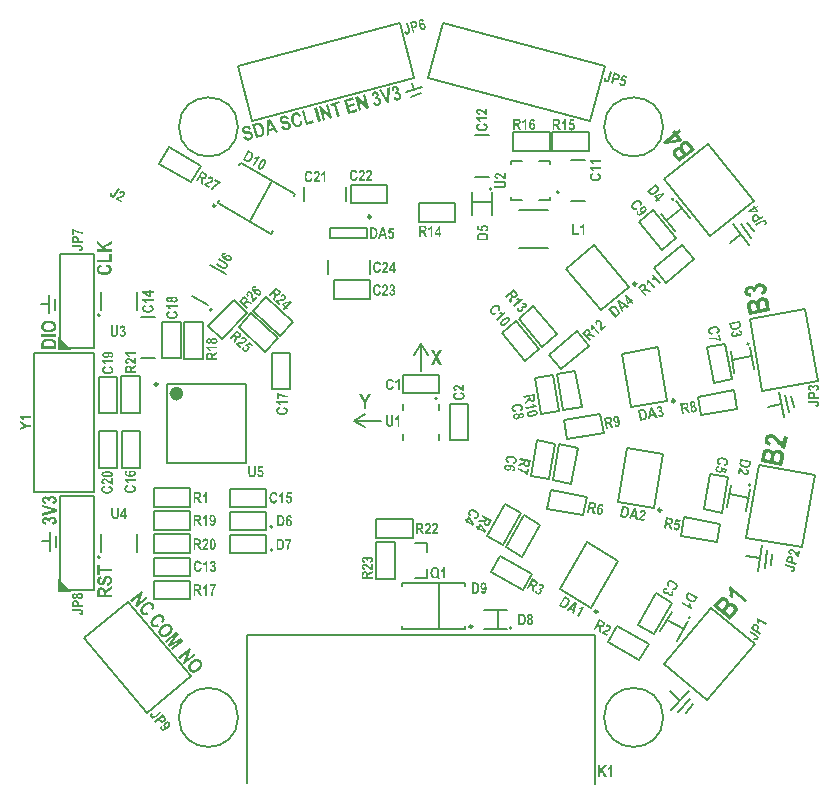
<source format=gto>
G04*
G04 #@! TF.GenerationSoftware,Altium Limited,Altium Designer,23.0.1 (38)*
G04*
G04 Layer_Color=65535*
%FSLAX43Y43*%
%MOMM*%
G71*
G04*
G04 #@! TF.SameCoordinates,849B8B9A-CF0B-4B68-86F2-F378DEA603F9*
G04*
G04*
G04 #@! TF.FilePolarity,Positive*
G04*
G01*
G75*
%ADD10C,0.200*%
%ADD11C,0.150*%
%ADD12C,0.250*%
%ADD13C,0.600*%
G36*
X-29551Y-14381D02*
X-30715D01*
Y-13205D01*
X-29551Y-14381D01*
D02*
G37*
G36*
Y6108D02*
X-30715D01*
Y7284D01*
X-29551Y6108D01*
D02*
G37*
G36*
X17756Y10384D02*
X17831Y10446D01*
X17934Y10323D01*
X17859Y10261D01*
X17983Y10114D01*
X17871Y10021D01*
X17748Y10168D01*
X17503Y9962D01*
X17401Y10084D01*
X17271Y10765D01*
X17368Y10846D01*
X17756Y10384D01*
D02*
G37*
G36*
X17609Y9800D02*
X17478Y9691D01*
X17288Y9813D01*
X17046Y9610D01*
X17136Y9404D01*
X17008Y9296D01*
X16627Y10221D01*
X16756Y10328D01*
X17609Y9800D01*
D02*
G37*
G36*
X16318Y9847D02*
X16345Y9844D01*
X16349Y9844D01*
X16358Y9842D01*
X16373Y9838D01*
X16392Y9830D01*
X16415Y9822D01*
X16441Y9811D01*
X16469Y9795D01*
X16499Y9776D01*
X16500Y9775D01*
X16503Y9774D01*
X16508Y9771D01*
X16513Y9766D01*
X16520Y9761D01*
X16529Y9754D01*
X16540Y9746D01*
X16551Y9737D01*
X16562Y9726D01*
X16575Y9715D01*
X16589Y9703D01*
X16604Y9687D01*
X16634Y9656D01*
X16667Y9619D01*
X16667Y9618D01*
X16670Y9614D01*
X16675Y9609D01*
X16680Y9603D01*
X16685Y9594D01*
X16694Y9584D01*
X16702Y9573D01*
X16712Y9561D01*
X16730Y9532D01*
X16750Y9501D01*
X16769Y9469D01*
X16784Y9435D01*
X16785Y9434D01*
X16785Y9431D01*
X16787Y9427D01*
X16789Y9420D01*
X16796Y9403D01*
X16802Y9383D01*
X16810Y9358D01*
X16816Y9332D01*
X16820Y9304D01*
X16822Y9278D01*
X16823Y9275D01*
X16822Y9267D01*
X16821Y9253D01*
X16819Y9237D01*
X16816Y9217D01*
X16811Y9197D01*
X16804Y9174D01*
X16794Y9151D01*
X16793Y9148D01*
X16788Y9141D01*
X16781Y9129D01*
X16770Y9114D01*
X16756Y9096D01*
X16738Y9075D01*
X16716Y9053D01*
X16691Y9030D01*
X16464Y8840D01*
X15852Y9570D01*
X16086Y9767D01*
X16094Y9771D01*
X16101Y9777D01*
X16120Y9792D01*
X16143Y9807D01*
X16167Y9820D01*
X16191Y9832D01*
X16214Y9840D01*
X16217Y9841D01*
X16224Y9844D01*
X16236Y9845D01*
X16252Y9847D01*
X16271Y9848D01*
X16295Y9849D01*
X16318Y9847D01*
D02*
G37*
G36*
X-4645Y1654D02*
Y1128D01*
X-4852D01*
Y1656D01*
X-5228Y2380D01*
X-4985D01*
X-4745Y1885D01*
X-4509Y2380D01*
X-4269D01*
X-4645Y1654D01*
D02*
G37*
G36*
X1432Y5478D02*
X1787Y4826D01*
X1539D01*
X1310Y5252D01*
X1080Y4826D01*
X832D01*
X1187Y5478D01*
X865Y6078D01*
X1106D01*
X1310Y5702D01*
X1513Y6078D01*
X1754D01*
X1432Y5478D01*
D02*
G37*
G36*
X-26194Y15071D02*
X-26781Y14791D01*
X-26572Y14623D01*
X-26194D01*
Y14415D01*
X-27446D01*
Y14623D01*
X-26886D01*
X-27446Y15043D01*
Y15322D01*
X-26960Y14937D01*
X-26194Y15341D01*
Y15071D01*
D02*
G37*
G36*
Y13539D02*
X-27436D01*
Y13747D01*
X-26405D01*
Y14261D01*
X-26194D01*
Y13539D01*
D02*
G37*
G36*
X-26570Y13356D02*
X-26559Y13352D01*
X-26544Y13349D01*
X-26527Y13343D01*
X-26507Y13337D01*
X-26485Y13330D01*
X-26461Y13321D01*
X-26411Y13299D01*
X-26359Y13271D01*
X-26311Y13239D01*
X-26290Y13221D01*
X-26270Y13200D01*
X-26268Y13199D01*
X-26266Y13195D01*
X-26261Y13189D01*
X-26255Y13180D01*
X-26248Y13171D01*
X-26240Y13158D01*
X-26231Y13143D01*
X-26222Y13126D01*
X-26212Y13108D01*
X-26203Y13088D01*
X-26188Y13041D01*
X-26177Y12989D01*
X-26175Y12962D01*
X-26174Y12932D01*
Y12923D01*
X-26175Y12913D01*
Y12899D01*
X-26179Y12882D01*
X-26181Y12862D01*
X-26187Y12839D01*
X-26192Y12815D01*
X-26201Y12789D01*
X-26211Y12763D01*
X-26224Y12738D01*
X-26238Y12710D01*
X-26257Y12682D01*
X-26277Y12656D01*
X-26299Y12630D01*
X-26327Y12606D01*
X-26329Y12604D01*
X-26335Y12601D01*
X-26346Y12593D01*
X-26361Y12584D01*
X-26377Y12573D01*
X-26399Y12562D01*
X-26425Y12549D01*
X-26455Y12536D01*
X-26486Y12521D01*
X-26524Y12508D01*
X-26562Y12497D01*
X-26605Y12486D01*
X-26651Y12476D01*
X-26701Y12469D01*
X-26753Y12465D01*
X-26809Y12464D01*
X-26811D01*
X-26812D01*
X-26823D01*
X-26840Y12465D01*
X-26861D01*
X-26888Y12467D01*
X-26920Y12471D01*
X-26953Y12476D01*
X-26990Y12482D01*
X-27031Y12489D01*
X-27072Y12499D01*
X-27112Y12510D01*
X-27155Y12525D01*
X-27196Y12541D01*
X-27235Y12560D01*
X-27273Y12582D01*
X-27309Y12608D01*
X-27310Y12610D01*
X-27316Y12613D01*
X-27323Y12621D01*
X-27333Y12630D01*
X-27346Y12643D01*
X-27359Y12658D01*
X-27373Y12676D01*
X-27388Y12697D01*
X-27401Y12719D01*
X-27416Y12745D01*
X-27429Y12773D01*
X-27442Y12802D01*
X-27451Y12836D01*
X-27459Y12869D01*
X-27464Y12906D01*
X-27466Y12945D01*
Y12962D01*
X-27464Y12975D01*
X-27462Y12989D01*
X-27460Y13006D01*
X-27457Y13025D01*
X-27451Y13045D01*
X-27436Y13091D01*
X-27427Y13115D01*
X-27416Y13139D01*
X-27401Y13163D01*
X-27385Y13188D01*
X-27366Y13212D01*
X-27346Y13234D01*
Y13236D01*
X-27342Y13238D01*
X-27336Y13241D01*
X-27331Y13247D01*
X-27322Y13254D01*
X-27310Y13262D01*
X-27298Y13271D01*
X-27283Y13280D01*
X-27266Y13289D01*
X-27249Y13300D01*
X-27229Y13310D01*
X-27207Y13321D01*
X-27181Y13330D01*
X-27155Y13339D01*
X-27127Y13349D01*
X-27098Y13356D01*
X-27038Y13150D01*
X-27040D01*
X-27042Y13149D01*
X-27048D01*
X-27055Y13147D01*
X-27073Y13141D01*
X-27096Y13134D01*
X-27122Y13123D01*
X-27148Y13108D01*
X-27172Y13091D01*
X-27194Y13071D01*
X-27196Y13069D01*
X-27203Y13062D01*
X-27212Y13049D01*
X-27222Y13032D01*
X-27233Y13012D01*
X-27240Y12989D01*
X-27247Y12963D01*
X-27249Y12934D01*
Y12923D01*
X-27247Y12915D01*
X-27244Y12895D01*
X-27236Y12869D01*
X-27225Y12839D01*
X-27207Y12808D01*
X-27196Y12793D01*
X-27183Y12778D01*
X-27168Y12763D01*
X-27149Y12749D01*
X-27148D01*
X-27146Y12745D01*
X-27138Y12743D01*
X-27131Y12738D01*
X-27120Y12732D01*
X-27107Y12726D01*
X-27090Y12721D01*
X-27072Y12713D01*
X-27051Y12706D01*
X-27027Y12701D01*
X-26999Y12695D01*
X-26970Y12689D01*
X-26938Y12686D01*
X-26903Y12682D01*
X-26864Y12678D01*
X-26823D01*
X-26822D01*
X-26812D01*
X-26801D01*
X-26785Y12680D01*
X-26766D01*
X-26744Y12682D01*
X-26720Y12684D01*
X-26694Y12688D01*
X-26638Y12695D01*
X-26583Y12708D01*
X-26557Y12715D01*
X-26531Y12725D01*
X-26509Y12736D01*
X-26488Y12747D01*
X-26486D01*
X-26485Y12751D01*
X-26474Y12760D01*
X-26457Y12775D01*
X-26440Y12797D01*
X-26422Y12823D01*
X-26405Y12852D01*
X-26394Y12889D01*
X-26392Y12908D01*
X-26390Y12928D01*
Y12932D01*
X-26392Y12941D01*
X-26394Y12958D01*
X-26398Y12976D01*
X-26405Y12999D01*
X-26416Y13023D01*
X-26433Y13047D01*
X-26453Y13069D01*
X-26457Y13071D01*
X-26466Y13078D01*
X-26481Y13089D01*
X-26503Y13102D01*
X-26531Y13117D01*
X-26566Y13130D01*
X-26607Y13145D01*
X-26657Y13156D01*
X-26579Y13358D01*
X-26577D01*
X-26570Y13356D01*
D02*
G37*
G36*
X-31468Y8600D02*
X-31442Y8598D01*
X-31411Y8595D01*
X-31377Y8589D01*
X-31340Y8584D01*
X-31301Y8576D01*
X-31262Y8567D01*
X-31222Y8554D01*
X-31181Y8539D01*
X-31140Y8523D01*
X-31101Y8502D01*
X-31064Y8480D01*
X-31029Y8454D01*
X-31027Y8452D01*
X-31022Y8448D01*
X-31014Y8441D01*
X-31005Y8430D01*
X-30994Y8417D01*
X-30979Y8402D01*
X-30966Y8384D01*
X-30951Y8361D01*
X-30937Y8337D01*
X-30924Y8311D01*
X-30911Y8284D01*
X-30898Y8252D01*
X-30888Y8219D01*
X-30881Y8182D01*
X-30875Y8145D01*
X-30874Y8104D01*
Y8095D01*
X-30875Y8082D01*
Y8067D01*
X-30879Y8049D01*
X-30881Y8026D01*
X-30886Y8002D01*
X-30892Y7976D01*
X-30901Y7949D01*
X-30911Y7921D01*
X-30924Y7891D01*
X-30938Y7861D01*
X-30957Y7834D01*
X-30977Y7804D01*
X-30999Y7778D01*
X-31027Y7752D01*
X-31029Y7750D01*
X-31035Y7747D01*
X-31046Y7739D01*
X-31059Y7730D01*
X-31077Y7719D01*
X-31099Y7706D01*
X-31125Y7693D01*
X-31153Y7680D01*
X-31186Y7665D01*
X-31224Y7652D01*
X-31262Y7639D01*
X-31305Y7628D01*
X-31351Y7619D01*
X-31401Y7612D01*
X-31455Y7608D01*
X-31511Y7606D01*
X-31512D01*
X-31520D01*
X-31533D01*
X-31548Y7608D01*
X-31566D01*
X-31588Y7610D01*
X-31614Y7612D01*
X-31640Y7613D01*
X-31699Y7623D01*
X-31760Y7634D01*
X-31822Y7649D01*
X-31851Y7660D01*
X-31879Y7671D01*
X-31881D01*
X-31885Y7674D01*
X-31892Y7678D01*
X-31903Y7684D01*
X-31914Y7689D01*
X-31929Y7697D01*
X-31960Y7717D01*
X-31996Y7743D01*
X-32031Y7771D01*
X-32064Y7806D01*
X-32094Y7843D01*
Y7845D01*
X-32097Y7849D01*
X-32101Y7854D01*
X-32105Y7861D01*
X-32110Y7873D01*
X-32116Y7886D01*
X-32123Y7900D01*
X-32131Y7915D01*
X-32144Y7954D01*
X-32155Y7999D01*
X-32162Y8049D01*
X-32166Y8104D01*
Y8113D01*
X-32164Y8126D01*
Y8141D01*
X-32160Y8160D01*
X-32157Y8182D01*
X-32151Y8206D01*
X-32146Y8232D01*
X-32136Y8260D01*
X-32125Y8289D01*
X-32110Y8319D01*
X-32096Y8348D01*
X-32075Y8378D01*
X-32053Y8408D01*
X-32027Y8436D01*
X-31997Y8463D01*
X-31996Y8465D01*
X-31990Y8469D01*
X-31981Y8476D01*
X-31966Y8486D01*
X-31949Y8495D01*
X-31927Y8508D01*
X-31903Y8521D01*
X-31875Y8534D01*
X-31842Y8547D01*
X-31807Y8558D01*
X-31768Y8571D01*
X-31725Y8580D01*
X-31679Y8589D01*
X-31629Y8597D01*
X-31575Y8600D01*
X-31520Y8602D01*
X-31516D01*
X-31507D01*
X-31490D01*
X-31468Y8600D01*
D02*
G37*
G36*
X-30894Y7243D02*
X-32146D01*
Y7450D01*
X-30894D01*
Y7243D01*
D02*
G37*
G36*
X-31466Y7073D02*
X-31449D01*
X-31431Y7071D01*
X-31411D01*
X-31366Y7065D01*
X-31318Y7060D01*
X-31270Y7050D01*
X-31224Y7037D01*
X-31222D01*
X-31218Y7036D01*
X-31212Y7034D01*
X-31203Y7030D01*
X-31181Y7023D01*
X-31155Y7012D01*
X-31124Y6999D01*
X-31092Y6982D01*
X-31061Y6963D01*
X-31033Y6943D01*
X-31029Y6941D01*
X-31022Y6934D01*
X-31009Y6921D01*
X-30994Y6906D01*
X-30977Y6886D01*
X-30961Y6863D01*
X-30944Y6838D01*
X-30929Y6808D01*
X-30927Y6804D01*
X-30924Y6793D01*
X-30918Y6776D01*
X-30912Y6752D01*
X-30905Y6723D01*
X-30899Y6688D01*
X-30896Y6647D01*
X-30894Y6602D01*
Y6214D01*
X-32146D01*
Y6615D01*
X-32144Y6626D01*
Y6639D01*
X-32142Y6671D01*
X-32138Y6706D01*
X-32131Y6741D01*
X-32123Y6776D01*
X-32112Y6806D01*
X-32110Y6810D01*
X-32107Y6819D01*
X-32097Y6832D01*
X-32086Y6850D01*
X-32072Y6871D01*
X-32053Y6895D01*
X-32031Y6917D01*
X-32005Y6941D01*
X-32001Y6945D01*
X-31992Y6952D01*
X-31975Y6963D01*
X-31951Y6976D01*
X-31923Y6993D01*
X-31890Y7010D01*
X-31851Y7025D01*
X-31807Y7039D01*
X-31805D01*
X-31801Y7041D01*
X-31794Y7043D01*
X-31785Y7045D01*
X-31773Y7047D01*
X-31759Y7050D01*
X-31742Y7054D01*
X-31723Y7058D01*
X-31703Y7060D01*
X-31681Y7063D01*
X-31657Y7067D01*
X-31629Y7069D01*
X-31572Y7073D01*
X-31507Y7075D01*
X-31505D01*
X-31499D01*
X-31490D01*
X-31479D01*
X-31466Y7073D01*
D02*
G37*
G36*
X-27200Y-12394D02*
X-26159D01*
Y-12601D01*
X-27200D01*
Y-12907D01*
X-27411D01*
Y-12090D01*
X-27200D01*
Y-12394D01*
D02*
G37*
G36*
X-26494Y-13010D02*
X-26482Y-13012D01*
X-26465Y-13014D01*
X-26446Y-13018D01*
X-26428Y-13021D01*
X-26383Y-13033D01*
X-26337Y-13051D01*
X-26315Y-13062D01*
X-26293Y-13077D01*
X-26270Y-13092D01*
X-26248Y-13110D01*
X-26246Y-13112D01*
X-26243Y-13116D01*
X-26239Y-13121D01*
X-26232Y-13129D01*
X-26222Y-13140D01*
X-26213Y-13153D01*
X-26204Y-13170D01*
X-26195Y-13186D01*
X-26183Y-13207D01*
X-26174Y-13231D01*
X-26165Y-13257D01*
X-26156Y-13284D01*
X-26148Y-13316D01*
X-26145Y-13349D01*
X-26141Y-13384D01*
X-26139Y-13423D01*
Y-13440D01*
X-26143Y-13458D01*
X-26146Y-13482D01*
X-26152Y-13512D01*
X-26161Y-13545D01*
X-26174Y-13581D01*
X-26193Y-13618D01*
X-26215Y-13655D01*
X-26245Y-13692D01*
X-26278Y-13727D01*
X-26298Y-13744D01*
X-26320Y-13760D01*
X-26345Y-13775D01*
X-26369Y-13788D01*
X-26396Y-13801D01*
X-26426Y-13814D01*
X-26459Y-13823D01*
X-26493Y-13832D01*
X-26530Y-13838D01*
X-26569Y-13844D01*
X-26593Y-13642D01*
X-26591D01*
X-26582Y-13640D01*
X-26570Y-13638D01*
X-26556Y-13634D01*
X-26537Y-13629D01*
X-26517Y-13621D01*
X-26494Y-13612D01*
X-26472Y-13601D01*
X-26450Y-13588D01*
X-26428Y-13573D01*
X-26407Y-13555D01*
X-26389Y-13532D01*
X-26374Y-13508D01*
X-26363Y-13482D01*
X-26354Y-13451D01*
X-26352Y-13418D01*
Y-13403D01*
X-26354Y-13386D01*
X-26357Y-13364D01*
X-26363Y-13342D01*
X-26372Y-13318D01*
X-26383Y-13294D01*
X-26400Y-13271D01*
X-26402Y-13270D01*
X-26409Y-13262D01*
X-26420Y-13253D01*
X-26433Y-13244D01*
X-26452Y-13233D01*
X-26472Y-13225D01*
X-26496Y-13218D01*
X-26522Y-13216D01*
X-26524D01*
X-26530D01*
X-26537Y-13218D01*
X-26548D01*
X-26570Y-13225D01*
X-26583Y-13229D01*
X-26594Y-13236D01*
X-26596D01*
X-26600Y-13240D01*
X-26611Y-13251D01*
X-26619Y-13258D01*
X-26628Y-13268D01*
X-26635Y-13281D01*
X-26643Y-13294D01*
X-26644Y-13295D01*
X-26646Y-13301D01*
X-26652Y-13314D01*
X-26659Y-13331D01*
X-26663Y-13342D01*
X-26667Y-13355D01*
X-26672Y-13370D01*
X-26678Y-13388D01*
X-26685Y-13407D01*
X-26693Y-13429D01*
X-26700Y-13453D01*
X-26707Y-13479D01*
Y-13481D01*
X-26709Y-13484D01*
X-26711Y-13492D01*
X-26715Y-13501D01*
X-26719Y-13512D01*
X-26722Y-13523D01*
X-26733Y-13553D01*
X-26746Y-13584D01*
X-26761Y-13618D01*
X-26778Y-13647D01*
X-26794Y-13673D01*
X-26796Y-13675D01*
X-26804Y-13682D01*
X-26813Y-13694D01*
X-26828Y-13708D01*
X-26844Y-13723D01*
X-26865Y-13740D01*
X-26889Y-13757D01*
X-26917Y-13771D01*
X-26920Y-13773D01*
X-26930Y-13777D01*
X-26946Y-13782D01*
X-26967Y-13788D01*
X-26991Y-13795D01*
X-27019Y-13801D01*
X-27050Y-13805D01*
X-27081Y-13807D01*
X-27083D01*
X-27085D01*
X-27091D01*
X-27098D01*
X-27119Y-13805D01*
X-27143Y-13801D01*
X-27170Y-13795D01*
X-27202Y-13786D01*
X-27233Y-13775D01*
X-27265Y-13760D01*
X-27267D01*
X-27268Y-13758D01*
X-27278Y-13751D01*
X-27293Y-13742D01*
X-27311Y-13727D01*
X-27331Y-13708D01*
X-27352Y-13686D01*
X-27372Y-13662D01*
X-27389Y-13632D01*
Y-13631D01*
X-27391Y-13629D01*
X-27396Y-13618D01*
X-27402Y-13599D01*
X-27411Y-13575D01*
X-27418Y-13545D01*
X-27424Y-13512D01*
X-27430Y-13471D01*
X-27431Y-13429D01*
Y-13412D01*
X-27430Y-13399D01*
X-27428Y-13384D01*
X-27426Y-13366D01*
X-27424Y-13347D01*
X-27418Y-13325D01*
X-27407Y-13281D01*
X-27389Y-13233D01*
X-27378Y-13210D01*
X-27365Y-13186D01*
X-27350Y-13166D01*
X-27331Y-13145D01*
X-27330Y-13144D01*
X-27328Y-13142D01*
X-27320Y-13136D01*
X-27313Y-13129D01*
X-27304Y-13121D01*
X-27291Y-13112D01*
X-27276Y-13103D01*
X-27259Y-13094D01*
X-27241Y-13084D01*
X-27220Y-13073D01*
X-27196Y-13064D01*
X-27172Y-13057D01*
X-27144Y-13049D01*
X-27117Y-13044D01*
X-27085Y-13038D01*
X-27052Y-13036D01*
X-27041Y-13244D01*
X-27043D01*
X-27044D01*
X-27050Y-13245D01*
X-27057Y-13247D01*
X-27074Y-13251D01*
X-27096Y-13257D01*
X-27119Y-13266D01*
X-27143Y-13275D01*
X-27163Y-13288D01*
X-27181Y-13305D01*
X-27183Y-13307D01*
X-27187Y-13312D01*
X-27194Y-13323D01*
X-27202Y-13338D01*
X-27209Y-13357D01*
X-27217Y-13379D01*
X-27220Y-13405D01*
X-27222Y-13434D01*
Y-13447D01*
X-27220Y-13464D01*
X-27219Y-13482D01*
X-27213Y-13503D01*
X-27207Y-13523D01*
X-27198Y-13545D01*
X-27187Y-13564D01*
X-27185Y-13566D01*
X-27181Y-13571D01*
X-27174Y-13579D01*
X-27163Y-13586D01*
X-27150Y-13594D01*
X-27135Y-13601D01*
X-27119Y-13607D01*
X-27100Y-13608D01*
X-27098D01*
X-27093D01*
X-27083Y-13607D01*
X-27070Y-13603D01*
X-27057Y-13599D01*
X-27044Y-13592D01*
X-27030Y-13581D01*
X-27017Y-13568D01*
X-27015Y-13566D01*
X-27011Y-13558D01*
X-27004Y-13547D01*
X-26994Y-13529D01*
X-26989Y-13516D01*
X-26981Y-13503D01*
X-26976Y-13488D01*
X-26969Y-13470D01*
X-26961Y-13451D01*
X-26954Y-13429D01*
X-26946Y-13405D01*
X-26939Y-13379D01*
Y-13377D01*
X-26937Y-13371D01*
X-26935Y-13364D01*
X-26931Y-13353D01*
X-26926Y-13340D01*
X-26922Y-13325D01*
X-26909Y-13292D01*
X-26894Y-13255D01*
X-26880Y-13218D01*
X-26861Y-13183D01*
X-26852Y-13166D01*
X-26843Y-13153D01*
X-26841Y-13149D01*
X-26833Y-13142D01*
X-26824Y-13129D01*
X-26809Y-13112D01*
X-26791Y-13095D01*
X-26769Y-13077D01*
X-26743Y-13060D01*
X-26715Y-13045D01*
X-26711Y-13044D01*
X-26700Y-13040D01*
X-26683Y-13034D01*
X-26661Y-13027D01*
X-26633Y-13020D01*
X-26600Y-13014D01*
X-26563Y-13010D01*
X-26522Y-13008D01*
X-26520D01*
X-26515D01*
X-26507D01*
X-26494Y-13010D01*
D02*
G37*
G36*
X-26159Y-14153D02*
X-26432Y-14301D01*
X-26433D01*
X-26439Y-14305D01*
X-26446Y-14308D01*
X-26456Y-14314D01*
X-26467Y-14321D01*
X-26480Y-14329D01*
X-26509Y-14345D01*
X-26541Y-14364D01*
X-26572Y-14382D01*
X-26585Y-14390D01*
X-26596Y-14399D01*
X-26607Y-14406D01*
X-26615Y-14412D01*
X-26617Y-14414D01*
X-26620Y-14418D01*
X-26628Y-14423D01*
X-26635Y-14431D01*
X-26652Y-14449D01*
X-26661Y-14460D01*
X-26667Y-14473D01*
Y-14475D01*
X-26669Y-14479D01*
X-26672Y-14486D01*
X-26674Y-14497D01*
X-26678Y-14512D01*
X-26680Y-14531D01*
X-26682Y-14551D01*
Y-14618D01*
X-26159D01*
Y-14825D01*
X-27411D01*
Y-14360D01*
X-27409Y-14347D01*
Y-14331D01*
X-27407Y-14295D01*
X-27402Y-14256D01*
X-27396Y-14218D01*
X-27387Y-14181D01*
X-27381Y-14164D01*
X-27376Y-14149D01*
X-27374Y-14145D01*
X-27370Y-14136D01*
X-27361Y-14123D01*
X-27348Y-14106D01*
X-27333Y-14088D01*
X-27313Y-14069D01*
X-27289Y-14049D01*
X-27259Y-14031D01*
X-27256Y-14029D01*
X-27244Y-14023D01*
X-27226Y-14016D01*
X-27204Y-14007D01*
X-27174Y-13999D01*
X-27139Y-13992D01*
X-27102Y-13986D01*
X-27059Y-13984D01*
X-27057D01*
X-27054D01*
X-27044D01*
X-27035Y-13986D01*
X-27022D01*
X-27007Y-13988D01*
X-26974Y-13994D01*
X-26937Y-14001D01*
X-26898Y-14014D01*
X-26859Y-14032D01*
X-26822Y-14057D01*
X-26820D01*
X-26819Y-14060D01*
X-26807Y-14069D01*
X-26793Y-14086D01*
X-26776Y-14108D01*
X-26756Y-14136D01*
X-26737Y-14171D01*
X-26722Y-14210D01*
X-26711Y-14256D01*
X-26709Y-14253D01*
X-26702Y-14245D01*
X-26693Y-14232D01*
X-26680Y-14218D01*
X-26665Y-14201D01*
X-26646Y-14182D01*
X-26626Y-14164D01*
X-26606Y-14147D01*
X-26604Y-14145D01*
X-26594Y-14140D01*
X-26580Y-14129D01*
X-26559Y-14116D01*
X-26532Y-14099D01*
X-26515Y-14090D01*
X-26496Y-14079D01*
X-26476Y-14068D01*
X-26454Y-14055D01*
X-26428Y-14042D01*
X-26402Y-14029D01*
X-26159Y-13903D01*
Y-14153D01*
D02*
G37*
G36*
X-31195Y-6250D02*
X-31181Y-6251D01*
X-31164Y-6253D01*
X-31145Y-6257D01*
X-31123Y-6261D01*
X-31079Y-6274D01*
X-31033Y-6292D01*
X-31008Y-6303D01*
X-30984Y-6316D01*
X-30962Y-6333D01*
X-30940Y-6351D01*
X-30938Y-6353D01*
X-30934Y-6355D01*
X-30929Y-6363D01*
X-30923Y-6370D01*
X-30914Y-6379D01*
X-30905Y-6390D01*
X-30884Y-6420D01*
X-30864Y-6455D01*
X-30846Y-6496D01*
X-30840Y-6520D01*
X-30834Y-6544D01*
X-30831Y-6568D01*
X-30829Y-6594D01*
Y-6607D01*
X-30831Y-6616D01*
X-30833Y-6627D01*
X-30834Y-6642D01*
X-30840Y-6674D01*
X-30851Y-6709D01*
X-30870Y-6748D01*
X-30879Y-6768D01*
X-30892Y-6787D01*
X-30907Y-6805D01*
X-30923Y-6824D01*
X-30925Y-6825D01*
X-30927Y-6827D01*
X-30933Y-6833D01*
X-30940Y-6838D01*
X-30951Y-6846D01*
X-30962Y-6853D01*
X-30975Y-6862D01*
X-30992Y-6872D01*
X-31008Y-6881D01*
X-31029Y-6890D01*
X-31049Y-6899D01*
X-31073Y-6909D01*
X-31123Y-6922D01*
X-31183Y-6931D01*
X-31210Y-6740D01*
X-31208D01*
X-31207D01*
X-31195Y-6738D01*
X-31181Y-6737D01*
X-31160Y-6731D01*
X-31138Y-6725D01*
X-31116Y-6716D01*
X-31094Y-6705D01*
X-31075Y-6692D01*
X-31073Y-6690D01*
X-31068Y-6685D01*
X-31060Y-6675D01*
X-31053Y-6664D01*
X-31044Y-6651D01*
X-31036Y-6635D01*
X-31031Y-6616D01*
X-31029Y-6596D01*
Y-6585D01*
X-31033Y-6574D01*
X-31036Y-6561D01*
X-31042Y-6544D01*
X-31051Y-6525D01*
X-31064Y-6509D01*
X-31083Y-6492D01*
X-31084Y-6490D01*
X-31094Y-6485D01*
X-31105Y-6479D01*
X-31123Y-6470D01*
X-31144Y-6463D01*
X-31171Y-6457D01*
X-31201Y-6451D01*
X-31236Y-6450D01*
X-31238D01*
X-31240D01*
X-31251D01*
X-31268Y-6451D01*
X-31288Y-6455D01*
X-31310Y-6459D01*
X-31334Y-6466D01*
X-31358Y-6477D01*
X-31379Y-6490D01*
X-31381Y-6492D01*
X-31388Y-6498D01*
X-31395Y-6507D01*
X-31407Y-6518D01*
X-31416Y-6533D01*
X-31425Y-6550D01*
X-31431Y-6568D01*
X-31432Y-6588D01*
Y-6603D01*
X-31431Y-6612D01*
X-31429Y-6625D01*
X-31425Y-6642D01*
X-31420Y-6659D01*
X-31414Y-6677D01*
X-31610Y-6657D01*
Y-6644D01*
X-31612Y-6629D01*
X-31614Y-6612D01*
X-31620Y-6592D01*
X-31625Y-6572D01*
X-31636Y-6553D01*
X-31649Y-6535D01*
X-31651Y-6533D01*
X-31657Y-6527D01*
X-31668Y-6520D01*
X-31681Y-6512D01*
X-31697Y-6505D01*
X-31718Y-6498D01*
X-31742Y-6492D01*
X-31770Y-6490D01*
X-31773D01*
X-31781D01*
X-31792Y-6492D01*
X-31807Y-6494D01*
X-31821Y-6498D01*
X-31838Y-6505D01*
X-31855Y-6512D01*
X-31869Y-6524D01*
X-31871Y-6525D01*
X-31875Y-6529D01*
X-31881Y-6537D01*
X-31888Y-6546D01*
X-31895Y-6557D01*
X-31901Y-6572D01*
X-31905Y-6588D01*
X-31907Y-6607D01*
Y-6614D01*
X-31905Y-6625D01*
X-31901Y-6637D01*
X-31895Y-6650D01*
X-31888Y-6664D01*
X-31879Y-6679D01*
X-31864Y-6694D01*
X-31862Y-6696D01*
X-31857Y-6700D01*
X-31845Y-6705D01*
X-31832Y-6712D01*
X-31816Y-6720D01*
X-31794Y-6727D01*
X-31770Y-6733D01*
X-31740Y-6737D01*
X-31777Y-6918D01*
X-31779D01*
X-31784Y-6916D01*
X-31794Y-6914D01*
X-31805Y-6912D01*
X-31819Y-6909D01*
X-31834Y-6905D01*
X-31871Y-6894D01*
X-31912Y-6879D01*
X-31953Y-6861D01*
X-31992Y-6837D01*
X-32010Y-6824D01*
X-32025Y-6809D01*
X-32027Y-6807D01*
X-32029Y-6805D01*
X-32038Y-6794D01*
X-32051Y-6775D01*
X-32066Y-6751D01*
X-32079Y-6722D01*
X-32092Y-6685D01*
X-32101Y-6644D01*
X-32105Y-6622D01*
Y-6587D01*
X-32103Y-6575D01*
X-32101Y-6564D01*
X-32099Y-6551D01*
X-32092Y-6518D01*
X-32081Y-6483D01*
X-32062Y-6446D01*
X-32051Y-6427D01*
X-32038Y-6409D01*
X-32023Y-6392D01*
X-32005Y-6375D01*
X-32003Y-6374D01*
X-32001Y-6372D01*
X-31995Y-6368D01*
X-31988Y-6363D01*
X-31979Y-6357D01*
X-31968Y-6350D01*
X-31940Y-6333D01*
X-31907Y-6318D01*
X-31869Y-6305D01*
X-31829Y-6296D01*
X-31807Y-6292D01*
X-31784D01*
X-31781D01*
X-31771D01*
X-31755Y-6294D01*
X-31736Y-6298D01*
X-31712Y-6301D01*
X-31688Y-6309D01*
X-31662Y-6318D01*
X-31636Y-6331D01*
X-31632Y-6333D01*
X-31625Y-6338D01*
X-31614Y-6346D01*
X-31597Y-6359D01*
X-31581Y-6374D01*
X-31560Y-6394D01*
X-31540Y-6416D01*
X-31521Y-6442D01*
Y-6440D01*
X-31520Y-6438D01*
X-31516Y-6427D01*
X-31510Y-6413D01*
X-31501Y-6392D01*
X-31486Y-6370D01*
X-31470Y-6348D01*
X-31447Y-6325D01*
X-31420Y-6303D01*
X-31416Y-6301D01*
X-31405Y-6294D01*
X-31388Y-6285D01*
X-31366Y-6275D01*
X-31338Y-6264D01*
X-31305Y-6257D01*
X-31266Y-6250D01*
X-31223Y-6248D01*
X-31221D01*
X-31216D01*
X-31207D01*
X-31195Y-6250D01*
D02*
G37*
G36*
X-30849Y-7351D02*
Y-7577D01*
X-32101Y-7942D01*
Y-7718D01*
X-31173Y-7459D01*
X-32101Y-7209D01*
Y-6987D01*
X-30849Y-7351D01*
D02*
G37*
G36*
X-31195Y-8005D02*
X-31181Y-8007D01*
X-31164Y-8009D01*
X-31145Y-8012D01*
X-31123Y-8016D01*
X-31079Y-8029D01*
X-31033Y-8048D01*
X-31008Y-8059D01*
X-30984Y-8072D01*
X-30962Y-8088D01*
X-30940Y-8107D01*
X-30938Y-8109D01*
X-30934Y-8110D01*
X-30929Y-8118D01*
X-30923Y-8125D01*
X-30914Y-8135D01*
X-30905Y-8146D01*
X-30884Y-8175D01*
X-30864Y-8210D01*
X-30846Y-8251D01*
X-30840Y-8275D01*
X-30834Y-8299D01*
X-30831Y-8323D01*
X-30829Y-8349D01*
Y-8362D01*
X-30831Y-8372D01*
X-30833Y-8383D01*
X-30834Y-8397D01*
X-30840Y-8429D01*
X-30851Y-8464D01*
X-30870Y-8503D01*
X-30879Y-8523D01*
X-30892Y-8542D01*
X-30907Y-8560D01*
X-30923Y-8579D01*
X-30925Y-8581D01*
X-30927Y-8583D01*
X-30933Y-8588D01*
X-30940Y-8594D01*
X-30951Y-8601D01*
X-30962Y-8609D01*
X-30975Y-8618D01*
X-30992Y-8627D01*
X-31008Y-8636D01*
X-31029Y-8646D01*
X-31049Y-8655D01*
X-31073Y-8664D01*
X-31123Y-8677D01*
X-31183Y-8686D01*
X-31210Y-8496D01*
X-31208D01*
X-31207D01*
X-31195Y-8494D01*
X-31181Y-8492D01*
X-31160Y-8486D01*
X-31138Y-8481D01*
X-31116Y-8472D01*
X-31094Y-8460D01*
X-31075Y-8447D01*
X-31073Y-8446D01*
X-31068Y-8440D01*
X-31060Y-8431D01*
X-31053Y-8420D01*
X-31044Y-8407D01*
X-31036Y-8390D01*
X-31031Y-8372D01*
X-31029Y-8351D01*
Y-8340D01*
X-31033Y-8329D01*
X-31036Y-8316D01*
X-31042Y-8299D01*
X-31051Y-8281D01*
X-31064Y-8264D01*
X-31083Y-8248D01*
X-31084Y-8246D01*
X-31094Y-8240D01*
X-31105Y-8235D01*
X-31123Y-8225D01*
X-31144Y-8218D01*
X-31171Y-8212D01*
X-31201Y-8207D01*
X-31236Y-8205D01*
X-31238D01*
X-31240D01*
X-31251D01*
X-31268Y-8207D01*
X-31288Y-8210D01*
X-31310Y-8214D01*
X-31334Y-8222D01*
X-31358Y-8233D01*
X-31379Y-8246D01*
X-31381Y-8248D01*
X-31388Y-8253D01*
X-31395Y-8262D01*
X-31407Y-8273D01*
X-31416Y-8288D01*
X-31425Y-8305D01*
X-31431Y-8323D01*
X-31432Y-8344D01*
Y-8359D01*
X-31431Y-8368D01*
X-31429Y-8381D01*
X-31425Y-8397D01*
X-31420Y-8414D01*
X-31414Y-8433D01*
X-31610Y-8412D01*
Y-8399D01*
X-31612Y-8385D01*
X-31614Y-8368D01*
X-31620Y-8347D01*
X-31625Y-8327D01*
X-31636Y-8309D01*
X-31649Y-8290D01*
X-31651Y-8288D01*
X-31657Y-8283D01*
X-31668Y-8275D01*
X-31681Y-8268D01*
X-31697Y-8260D01*
X-31718Y-8253D01*
X-31742Y-8248D01*
X-31770Y-8246D01*
X-31773D01*
X-31781D01*
X-31792Y-8248D01*
X-31807Y-8249D01*
X-31821Y-8253D01*
X-31838Y-8260D01*
X-31855Y-8268D01*
X-31869Y-8279D01*
X-31871Y-8281D01*
X-31875Y-8285D01*
X-31881Y-8292D01*
X-31888Y-8301D01*
X-31895Y-8312D01*
X-31901Y-8327D01*
X-31905Y-8344D01*
X-31907Y-8362D01*
Y-8370D01*
X-31905Y-8381D01*
X-31901Y-8392D01*
X-31895Y-8405D01*
X-31888Y-8420D01*
X-31879Y-8435D01*
X-31864Y-8449D01*
X-31862Y-8451D01*
X-31857Y-8455D01*
X-31845Y-8460D01*
X-31832Y-8468D01*
X-31816Y-8475D01*
X-31794Y-8483D01*
X-31770Y-8488D01*
X-31740Y-8492D01*
X-31777Y-8673D01*
X-31779D01*
X-31784Y-8672D01*
X-31794Y-8670D01*
X-31805Y-8668D01*
X-31819Y-8664D01*
X-31834Y-8660D01*
X-31871Y-8649D01*
X-31912Y-8635D01*
X-31953Y-8616D01*
X-31992Y-8592D01*
X-32010Y-8579D01*
X-32025Y-8564D01*
X-32027Y-8562D01*
X-32029Y-8560D01*
X-32038Y-8549D01*
X-32051Y-8531D01*
X-32066Y-8507D01*
X-32079Y-8477D01*
X-32092Y-8440D01*
X-32101Y-8399D01*
X-32105Y-8377D01*
Y-8342D01*
X-32103Y-8331D01*
X-32101Y-8320D01*
X-32099Y-8307D01*
X-32092Y-8273D01*
X-32081Y-8238D01*
X-32062Y-8201D01*
X-32051Y-8183D01*
X-32038Y-8164D01*
X-32023Y-8148D01*
X-32005Y-8131D01*
X-32003Y-8129D01*
X-32001Y-8127D01*
X-31995Y-8123D01*
X-31988Y-8118D01*
X-31979Y-8112D01*
X-31968Y-8105D01*
X-31940Y-8088D01*
X-31907Y-8073D01*
X-31869Y-8060D01*
X-31829Y-8051D01*
X-31807Y-8048D01*
X-31784D01*
X-31781D01*
X-31771D01*
X-31755Y-8049D01*
X-31736Y-8053D01*
X-31712Y-8057D01*
X-31688Y-8064D01*
X-31662Y-8073D01*
X-31636Y-8086D01*
X-31632Y-8088D01*
X-31625Y-8094D01*
X-31614Y-8101D01*
X-31597Y-8114D01*
X-31581Y-8129D01*
X-31560Y-8149D01*
X-31540Y-8172D01*
X-31521Y-8198D01*
Y-8196D01*
X-31520Y-8194D01*
X-31516Y-8183D01*
X-31510Y-8168D01*
X-31501Y-8148D01*
X-31486Y-8125D01*
X-31470Y-8103D01*
X-31447Y-8081D01*
X-31420Y-8059D01*
X-31416Y-8057D01*
X-31405Y-8049D01*
X-31388Y-8040D01*
X-31366Y-8031D01*
X-31338Y-8020D01*
X-31305Y-8012D01*
X-31266Y-8005D01*
X-31223Y-8003D01*
X-31221D01*
X-31216D01*
X-31207D01*
X-31195Y-8005D01*
D02*
G37*
G36*
X-2150Y28466D02*
X-2109Y28457D01*
X-2088Y28452D01*
X-2067Y28444D01*
X-2047Y28434D01*
X-2026Y28420D01*
X-2024Y28419D01*
X-2022Y28418D01*
X-2017Y28413D01*
X-2010Y28407D01*
X-2002Y28400D01*
X-1992Y28391D01*
X-1968Y28369D01*
X-1946Y28340D01*
X-1923Y28308D01*
X-1904Y28271D01*
X-1895Y28250D01*
X-1889Y28229D01*
X-1888Y28225D01*
X-1886Y28216D01*
X-1883Y28200D01*
X-1882Y28181D01*
X-1879Y28157D01*
X-1880Y28132D01*
X-1882Y28104D01*
X-1888Y28076D01*
X-1889Y28072D01*
X-1892Y28063D01*
X-1897Y28051D01*
X-1905Y28031D01*
X-1915Y28011D01*
X-1929Y27986D01*
X-1945Y27961D01*
X-1966Y27936D01*
X-1964Y27937D01*
X-1962Y27935D01*
X-1950Y27935D01*
X-1934Y27933D01*
X-1912Y27929D01*
X-1887Y27921D01*
X-1861Y27911D01*
X-1834Y27895D01*
X-1805Y27874D01*
X-1802Y27871D01*
X-1792Y27862D01*
X-1779Y27848D01*
X-1764Y27829D01*
X-1747Y27805D01*
X-1731Y27775D01*
X-1714Y27739D01*
X-1701Y27699D01*
X-1700Y27697D01*
X-1699Y27691D01*
X-1696Y27682D01*
X-1695Y27671D01*
X-1693Y27656D01*
X-1691Y27640D01*
X-1690Y27621D01*
X-1687Y27599D01*
X-1688Y27552D01*
X-1694Y27503D01*
X-1699Y27477D01*
X-1705Y27450D01*
X-1715Y27424D01*
X-1728Y27398D01*
X-1729Y27396D01*
X-1730Y27392D01*
X-1735Y27384D01*
X-1741Y27377D01*
X-1748Y27366D01*
X-1756Y27354D01*
X-1779Y27327D01*
X-1808Y27298D01*
X-1843Y27269D01*
X-1864Y27258D01*
X-1886Y27246D01*
X-1909Y27236D01*
X-1933Y27228D01*
X-1946Y27225D01*
X-1955Y27224D01*
X-1966Y27223D01*
X-1981Y27221D01*
X-2013Y27218D01*
X-2050Y27220D01*
X-2092Y27228D01*
X-2114Y27231D01*
X-2135Y27239D01*
X-2157Y27248D01*
X-2179Y27260D01*
X-2182Y27261D01*
X-2184Y27262D01*
X-2191Y27266D01*
X-2198Y27272D01*
X-2208Y27281D01*
X-2218Y27290D01*
X-2230Y27300D01*
X-2244Y27313D01*
X-2257Y27327D01*
X-2271Y27344D01*
X-2285Y27362D01*
X-2300Y27383D01*
X-2326Y27427D01*
X-2350Y27482D01*
X-2173Y27559D01*
X-2173Y27557D01*
X-2172Y27555D01*
X-2168Y27545D01*
X-2162Y27531D01*
X-2151Y27513D01*
X-2140Y27493D01*
X-2125Y27474D01*
X-2109Y27455D01*
X-2092Y27440D01*
X-2089Y27439D01*
X-2083Y27435D01*
X-2072Y27430D01*
X-2059Y27426D01*
X-2044Y27421D01*
X-2026Y27418D01*
X-2007Y27417D01*
X-1987Y27421D01*
X-1976Y27424D01*
X-1966Y27430D01*
X-1955Y27437D01*
X-1940Y27447D01*
X-1924Y27460D01*
X-1912Y27477D01*
X-1900Y27499D01*
X-1899Y27502D01*
X-1896Y27512D01*
X-1894Y27524D01*
X-1889Y27544D01*
X-1888Y27566D01*
X-1889Y27594D01*
X-1892Y27624D01*
X-1899Y27659D01*
X-1900Y27661D01*
X-1900Y27662D01*
X-1903Y27673D01*
X-1909Y27689D01*
X-1918Y27707D01*
X-1927Y27728D01*
X-1941Y27749D01*
X-1957Y27770D01*
X-1975Y27786D01*
X-1978Y27787D01*
X-1985Y27793D01*
X-1996Y27798D01*
X-2009Y27806D01*
X-2026Y27811D01*
X-2045Y27815D01*
X-2064Y27816D01*
X-2084Y27812D01*
X-2098Y27809D01*
X-2107Y27804D01*
X-2119Y27799D01*
X-2134Y27791D01*
X-2149Y27782D01*
X-2165Y27772D01*
X-2196Y27966D01*
X-2184Y27970D01*
X-2170Y27975D01*
X-2154Y27982D01*
X-2136Y27992D01*
X-2118Y28003D01*
X-2103Y28018D01*
X-2088Y28036D01*
X-2087Y28038D01*
X-2083Y28045D01*
X-2079Y28057D01*
X-2075Y28072D01*
X-2072Y28090D01*
X-2070Y28111D01*
X-2071Y28136D01*
X-2076Y28163D01*
X-2077Y28167D01*
X-2079Y28174D01*
X-2084Y28184D01*
X-2090Y28198D01*
X-2097Y28212D01*
X-2108Y28226D01*
X-2120Y28240D01*
X-2134Y28251D01*
X-2137Y28253D01*
X-2141Y28255D01*
X-2150Y28259D01*
X-2161Y28263D01*
X-2173Y28268D01*
X-2189Y28269D01*
X-2206Y28269D01*
X-2225Y28266D01*
X-2232Y28264D01*
X-2242Y28259D01*
X-2252Y28253D01*
X-2263Y28244D01*
X-2275Y28233D01*
X-2287Y28220D01*
X-2298Y28202D01*
X-2299Y28200D01*
X-2301Y28193D01*
X-2304Y28181D01*
X-2307Y28167D01*
X-2310Y28149D01*
X-2312Y28125D01*
X-2311Y28101D01*
X-2307Y28071D01*
X-2491Y28060D01*
X-2492Y28062D01*
X-2492Y28067D01*
X-2492Y28077D01*
X-2493Y28088D01*
X-2494Y28103D01*
X-2494Y28119D01*
X-2493Y28157D01*
X-2489Y28200D01*
X-2482Y28245D01*
X-2468Y28288D01*
X-2461Y28310D01*
X-2450Y28328D01*
X-2449Y28330D01*
X-2448Y28332D01*
X-2439Y28344D01*
X-2425Y28361D01*
X-2405Y28382D01*
X-2380Y28402D01*
X-2348Y28424D01*
X-2311Y28444D01*
X-2290Y28453D01*
X-2256Y28462D01*
X-2245Y28463D01*
X-2234Y28464D01*
X-2221Y28466D01*
X-2187Y28467D01*
X-2150Y28466D01*
D02*
G37*
G36*
X-2670Y27052D02*
X-2888Y26993D01*
X-3564Y28108D01*
X-3348Y28166D01*
X-2858Y27337D01*
X-2856Y28298D01*
X-2642Y28355D01*
X-2670Y27052D01*
D02*
G37*
G36*
X-3845Y28011D02*
X-3805Y28003D01*
X-3784Y27997D01*
X-3763Y27989D01*
X-3743Y27979D01*
X-3722Y27966D01*
X-3720Y27965D01*
X-3717Y27963D01*
X-3712Y27959D01*
X-3705Y27953D01*
X-3697Y27946D01*
X-3687Y27937D01*
X-3664Y27914D01*
X-3641Y27886D01*
X-3619Y27854D01*
X-3600Y27817D01*
X-3590Y27796D01*
X-3584Y27775D01*
X-3583Y27771D01*
X-3581Y27762D01*
X-3579Y27746D01*
X-3577Y27727D01*
X-3575Y27702D01*
X-3576Y27677D01*
X-3578Y27650D01*
X-3584Y27621D01*
X-3584Y27617D01*
X-3588Y27609D01*
X-3592Y27596D01*
X-3600Y27577D01*
X-3610Y27557D01*
X-3625Y27532D01*
X-3641Y27506D01*
X-3661Y27482D01*
X-3659Y27482D01*
X-3657Y27481D01*
X-3646Y27480D01*
X-3630Y27479D01*
X-3608Y27475D01*
X-3582Y27467D01*
X-3557Y27456D01*
X-3529Y27440D01*
X-3501Y27419D01*
X-3498Y27416D01*
X-3488Y27407D01*
X-3475Y27394D01*
X-3460Y27375D01*
X-3442Y27351D01*
X-3426Y27320D01*
X-3409Y27285D01*
X-3396Y27244D01*
X-3396Y27242D01*
X-3394Y27237D01*
X-3392Y27228D01*
X-3391Y27217D01*
X-3389Y27202D01*
X-3386Y27186D01*
X-3385Y27167D01*
X-3383Y27144D01*
X-3384Y27098D01*
X-3390Y27048D01*
X-3394Y27022D01*
X-3401Y26996D01*
X-3411Y26970D01*
X-3423Y26944D01*
X-3424Y26941D01*
X-3425Y26937D01*
X-3431Y26930D01*
X-3437Y26923D01*
X-3443Y26911D01*
X-3452Y26900D01*
X-3475Y26872D01*
X-3504Y26844D01*
X-3538Y26815D01*
X-3560Y26804D01*
X-3582Y26792D01*
X-3604Y26782D01*
X-3629Y26774D01*
X-3641Y26770D01*
X-3651Y26770D01*
X-3662Y26769D01*
X-3677Y26767D01*
X-3708Y26764D01*
X-3745Y26765D01*
X-3788Y26773D01*
X-3810Y26777D01*
X-3831Y26785D01*
X-3853Y26794D01*
X-3875Y26805D01*
X-3877Y26807D01*
X-3879Y26808D01*
X-3886Y26812D01*
X-3894Y26818D01*
X-3904Y26826D01*
X-3914Y26835D01*
X-3926Y26845D01*
X-3939Y26859D01*
X-3952Y26873D01*
X-3967Y26890D01*
X-3981Y26907D01*
X-3996Y26928D01*
X-4021Y26973D01*
X-4046Y27028D01*
X-3869Y27104D01*
X-3868Y27102D01*
X-3868Y27101D01*
X-3863Y27090D01*
X-3857Y27077D01*
X-3847Y27058D01*
X-3836Y27038D01*
X-3821Y27019D01*
X-3805Y27001D01*
X-3787Y26986D01*
X-3785Y26985D01*
X-3778Y26981D01*
X-3767Y26976D01*
X-3755Y26972D01*
X-3740Y26966D01*
X-3722Y26963D01*
X-3702Y26963D01*
X-3682Y26966D01*
X-3671Y26969D01*
X-3662Y26976D01*
X-3650Y26983D01*
X-3635Y26992D01*
X-3620Y27006D01*
X-3607Y27023D01*
X-3596Y27045D01*
X-3595Y27047D01*
X-3592Y27058D01*
X-3589Y27070D01*
X-3585Y27090D01*
X-3583Y27112D01*
X-3585Y27140D01*
X-3587Y27170D01*
X-3595Y27204D01*
X-3595Y27206D01*
X-3596Y27208D01*
X-3598Y27219D01*
X-3605Y27234D01*
X-3613Y27253D01*
X-3623Y27274D01*
X-3636Y27295D01*
X-3653Y27315D01*
X-3671Y27332D01*
X-3673Y27333D01*
X-3680Y27339D01*
X-3691Y27343D01*
X-3705Y27351D01*
X-3722Y27356D01*
X-3740Y27361D01*
X-3759Y27362D01*
X-3780Y27358D01*
X-3794Y27354D01*
X-3802Y27350D01*
X-3814Y27345D01*
X-3829Y27337D01*
X-3844Y27327D01*
X-3861Y27317D01*
X-3892Y27512D01*
X-3879Y27515D01*
X-3865Y27521D01*
X-3850Y27527D01*
X-3832Y27538D01*
X-3813Y27548D01*
X-3798Y27564D01*
X-3784Y27581D01*
X-3782Y27584D01*
X-3779Y27590D01*
X-3774Y27603D01*
X-3770Y27617D01*
X-3768Y27635D01*
X-3766Y27657D01*
X-3767Y27682D01*
X-3772Y27709D01*
X-3773Y27713D01*
X-3775Y27720D01*
X-3780Y27730D01*
X-3785Y27744D01*
X-3793Y27757D01*
X-3804Y27771D01*
X-3815Y27786D01*
X-3830Y27797D01*
X-3832Y27798D01*
X-3837Y27801D01*
X-3845Y27804D01*
X-3856Y27809D01*
X-3869Y27813D01*
X-3885Y27815D01*
X-3902Y27814D01*
X-3920Y27811D01*
X-3927Y27809D01*
X-3938Y27805D01*
X-3947Y27798D01*
X-3958Y27789D01*
X-3971Y27778D01*
X-3983Y27766D01*
X-3993Y27748D01*
X-3994Y27745D01*
X-3997Y27739D01*
X-3999Y27727D01*
X-4003Y27712D01*
X-4006Y27694D01*
X-4007Y27671D01*
X-4006Y27646D01*
X-4002Y27617D01*
X-4187Y27605D01*
X-4188Y27607D01*
X-4187Y27613D01*
X-4188Y27623D01*
X-4189Y27634D01*
X-4189Y27649D01*
X-4189Y27664D01*
X-4188Y27703D01*
X-4184Y27746D01*
X-4177Y27790D01*
X-4164Y27834D01*
X-4156Y27855D01*
X-4146Y27873D01*
X-4144Y27876D01*
X-4143Y27878D01*
X-4135Y27890D01*
X-4120Y27907D01*
X-4101Y27928D01*
X-4076Y27948D01*
X-4043Y27970D01*
X-4006Y27989D01*
X-3986Y27999D01*
X-3952Y28008D01*
X-3941Y28009D01*
X-3929Y28010D01*
X-3916Y28012D01*
X-3882Y28013D01*
X-3845Y28011D01*
D02*
G37*
G36*
X-4441Y26556D02*
X-4643Y26502D01*
X-5253Y27182D01*
X-5042Y26395D01*
X-5228Y26345D01*
X-5552Y27554D01*
X-5359Y27606D01*
X-4734Y26907D01*
X-4951Y27715D01*
X-4765Y27765D01*
X-4441Y26556D01*
D02*
G37*
G36*
X-5689Y27299D02*
X-6225Y27155D01*
X-6153Y26887D01*
X-5654Y27021D01*
X-5600Y26817D01*
X-6099Y26683D01*
X-6011Y26354D01*
X-5456Y26502D01*
X-5401Y26299D01*
X-6156Y26096D01*
X-6480Y27305D01*
X-5743Y27503D01*
X-5689Y27299D01*
D02*
G37*
G36*
X-7520Y25731D02*
X-7722Y25677D01*
X-8332Y26357D01*
X-8121Y25570D01*
X-8307Y25520D01*
X-8631Y26729D01*
X-8438Y26781D01*
X-7813Y26082D01*
X-8030Y26890D01*
X-7844Y26940D01*
X-7520Y25731D01*
D02*
G37*
G36*
X-6863Y26984D02*
X-7156Y26906D01*
X-6887Y25901D01*
X-7087Y25847D01*
X-7356Y26852D01*
X-7652Y26773D01*
X-7706Y26977D01*
X-6917Y27188D01*
X-6863Y26984D01*
D02*
G37*
G36*
X-8502Y25468D02*
X-8702Y25414D01*
X-9026Y26623D01*
X-8826Y26677D01*
X-8502Y25468D01*
D02*
G37*
G36*
X-10571Y26236D02*
X-10523Y26234D01*
X-10497Y26231D01*
X-10471Y26227D01*
X-10444Y26218D01*
X-10416Y26209D01*
X-10388Y26197D01*
X-10361Y26183D01*
X-10360Y26184D01*
X-10357Y26180D01*
X-10352Y26176D01*
X-10345Y26172D01*
X-10336Y26165D01*
X-10326Y26156D01*
X-10313Y26146D01*
X-10300Y26134D01*
X-10287Y26120D01*
X-10272Y26107D01*
X-10258Y26090D01*
X-10241Y26071D01*
X-10226Y26049D01*
X-10210Y26026D01*
X-10194Y26002D01*
X-10179Y25975D01*
X-10362Y25865D01*
X-10363Y25866D01*
X-10365Y25868D01*
X-10367Y25873D01*
X-10370Y25880D01*
X-10380Y25896D01*
X-10393Y25916D01*
X-10411Y25938D01*
X-10432Y25959D01*
X-10454Y25978D01*
X-10480Y25994D01*
X-10482Y25996D01*
X-10491Y26001D01*
X-10506Y26006D01*
X-10524Y26011D01*
X-10547Y26016D01*
X-10570Y26018D01*
X-10597Y26018D01*
X-10626Y26012D01*
X-10637Y26010D01*
X-10644Y26006D01*
X-10662Y25997D01*
X-10686Y25983D01*
X-10711Y25965D01*
X-10737Y25939D01*
X-10748Y25924D01*
X-10759Y25908D01*
X-10770Y25890D01*
X-10779Y25868D01*
X-10779Y25866D01*
X-10782Y25863D01*
X-10782Y25856D01*
X-10785Y25847D01*
X-10788Y25835D01*
X-10790Y25821D01*
X-10791Y25803D01*
X-10793Y25784D01*
X-10795Y25762D01*
X-10794Y25737D01*
X-10792Y25709D01*
X-10790Y25679D01*
X-10785Y25648D01*
X-10780Y25613D01*
X-10773Y25574D01*
X-10763Y25535D01*
X-10762Y25533D01*
X-10760Y25524D01*
X-10757Y25513D01*
X-10751Y25498D01*
X-10746Y25480D01*
X-10739Y25459D01*
X-10731Y25436D01*
X-10720Y25412D01*
X-10699Y25360D01*
X-10672Y25310D01*
X-10658Y25287D01*
X-10642Y25264D01*
X-10626Y25246D01*
X-10610Y25229D01*
X-10609Y25227D01*
X-10605Y25226D01*
X-10594Y25218D01*
X-10575Y25206D01*
X-10549Y25195D01*
X-10519Y25184D01*
X-10486Y25176D01*
X-10448Y25175D01*
X-10429Y25178D01*
X-10409Y25181D01*
X-10406Y25182D01*
X-10397Y25186D01*
X-10382Y25192D01*
X-10365Y25201D01*
X-10345Y25214D01*
X-10325Y25231D01*
X-10306Y25253D01*
X-10290Y25278D01*
X-10289Y25282D01*
X-10284Y25293D01*
X-10277Y25310D01*
X-10270Y25335D01*
X-10263Y25366D01*
X-10260Y25403D01*
X-10256Y25446D01*
X-10258Y25498D01*
X-10043Y25475D01*
X-10043Y25473D01*
X-10043Y25465D01*
X-10043Y25454D01*
X-10043Y25438D01*
X-10044Y25421D01*
X-10044Y25400D01*
X-10046Y25376D01*
X-10048Y25351D01*
X-10057Y25297D01*
X-10070Y25239D01*
X-10088Y25185D01*
X-10101Y25160D01*
X-10115Y25135D01*
X-10117Y25133D01*
X-10120Y25130D01*
X-10124Y25123D01*
X-10131Y25116D01*
X-10138Y25106D01*
X-10149Y25096D01*
X-10161Y25083D01*
X-10174Y25070D01*
X-10190Y25056D01*
X-10207Y25042D01*
X-10248Y25015D01*
X-10295Y24991D01*
X-10321Y24982D01*
X-10350Y24973D01*
X-10359Y24970D01*
X-10368Y24970D01*
X-10382Y24966D01*
X-10399Y24965D01*
X-10420Y24962D01*
X-10442Y24961D01*
X-10467Y24960D01*
X-10495Y24963D01*
X-10522Y24965D01*
X-10550Y24971D01*
X-10581Y24978D01*
X-10613Y24989D01*
X-10643Y25001D01*
X-10674Y25016D01*
X-10704Y25037D01*
X-10706Y25038D01*
X-10711Y25043D01*
X-10721Y25051D01*
X-10734Y25063D01*
X-10749Y25077D01*
X-10766Y25095D01*
X-10785Y25117D01*
X-10805Y25142D01*
X-10828Y25169D01*
X-10850Y25201D01*
X-10871Y25236D01*
X-10892Y25274D01*
X-10913Y25316D01*
X-10933Y25363D01*
X-10950Y25412D01*
X-10967Y25465D01*
X-10967Y25467D01*
X-10967Y25469D01*
X-10970Y25479D01*
X-10973Y25496D01*
X-10978Y25516D01*
X-10984Y25543D01*
X-10988Y25574D01*
X-10991Y25608D01*
X-10996Y25645D01*
X-10999Y25686D01*
X-11001Y25728D01*
X-11000Y25770D01*
X-10997Y25815D01*
X-10992Y25859D01*
X-10984Y25901D01*
X-10972Y25945D01*
X-10956Y25985D01*
X-10955Y25988D01*
X-10953Y25994D01*
X-10948Y26003D01*
X-10941Y26014D01*
X-10932Y26030D01*
X-10921Y26046D01*
X-10907Y26066D01*
X-10891Y26085D01*
X-10873Y26103D01*
X-10852Y26124D01*
X-10828Y26144D01*
X-10803Y26164D01*
X-10773Y26182D01*
X-10743Y26198D01*
X-10709Y26213D01*
X-10672Y26225D01*
X-10656Y26229D01*
X-10643Y26230D01*
X-10628Y26232D01*
X-10611Y26235D01*
X-10592Y26236D01*
X-10571Y26236D01*
D02*
G37*
G36*
X-11476Y25965D02*
X-11452Y25960D01*
X-11425Y25954D01*
X-11402Y25945D01*
X-11377Y25932D01*
X-11375Y25931D01*
X-11373Y25929D01*
X-11365Y25924D01*
X-11356Y25918D01*
X-11347Y25911D01*
X-11335Y25901D01*
X-11322Y25889D01*
X-11308Y25876D01*
X-11295Y25860D01*
X-11279Y25843D01*
X-11264Y25822D01*
X-11250Y25801D01*
X-11236Y25776D01*
X-11223Y25751D01*
X-11210Y25722D01*
X-11199Y25690D01*
X-11397Y25626D01*
X-11397Y25628D01*
X-11398Y25629D01*
X-11401Y25634D01*
X-11405Y25641D01*
X-11413Y25656D01*
X-11424Y25676D01*
X-11438Y25695D01*
X-11454Y25716D01*
X-11471Y25732D01*
X-11492Y25746D01*
X-11495Y25747D01*
X-11501Y25749D01*
X-11513Y25754D01*
X-11530Y25757D01*
X-11550Y25759D01*
X-11573Y25761D01*
X-11599Y25758D01*
X-11628Y25752D01*
X-11641Y25748D01*
X-11656Y25742D01*
X-11674Y25736D01*
X-11692Y25725D01*
X-11710Y25714D01*
X-11729Y25700D01*
X-11744Y25684D01*
X-11745Y25682D01*
X-11750Y25677D01*
X-11755Y25668D01*
X-11759Y25655D01*
X-11763Y25641D01*
X-11766Y25624D01*
X-11767Y25607D01*
X-11764Y25589D01*
X-11764Y25587D01*
X-11763Y25581D01*
X-11758Y25573D01*
X-11751Y25561D01*
X-11745Y25550D01*
X-11734Y25539D01*
X-11719Y25528D01*
X-11704Y25519D01*
X-11701Y25517D01*
X-11693Y25516D01*
X-11681Y25511D01*
X-11660Y25507D01*
X-11646Y25505D01*
X-11632Y25501D01*
X-11616Y25500D01*
X-11596Y25497D01*
X-11577Y25495D01*
X-11553Y25494D01*
X-11528Y25493D01*
X-11501Y25492D01*
X-11499Y25493D01*
X-11493Y25492D01*
X-11486Y25493D01*
X-11474Y25492D01*
X-11460Y25490D01*
X-11445Y25490D01*
X-11409Y25486D01*
X-11370Y25482D01*
X-11330Y25477D01*
X-11291Y25468D01*
X-11273Y25463D01*
X-11258Y25458D01*
X-11254Y25457D01*
X-11245Y25452D01*
X-11230Y25446D01*
X-11210Y25436D01*
X-11189Y25423D01*
X-11165Y25406D01*
X-11143Y25385D01*
X-11121Y25362D01*
X-11118Y25359D01*
X-11112Y25349D01*
X-11102Y25335D01*
X-11089Y25315D01*
X-11075Y25290D01*
X-11061Y25259D01*
X-11048Y25225D01*
X-11035Y25186D01*
X-11035Y25184D01*
X-11034Y25179D01*
X-11032Y25171D01*
X-11030Y25158D01*
X-11028Y25145D01*
X-11026Y25129D01*
X-11025Y25110D01*
X-11024Y25091D01*
X-11023Y25045D01*
X-11029Y24996D01*
X-11034Y24972D01*
X-11042Y24946D01*
X-11051Y24921D01*
X-11063Y24895D01*
X-11064Y24892D01*
X-11067Y24888D01*
X-11071Y24883D01*
X-11076Y24874D01*
X-11085Y24862D01*
X-11095Y24850D01*
X-11109Y24836D01*
X-11122Y24823D01*
X-11139Y24807D01*
X-11160Y24792D01*
X-11183Y24776D01*
X-11207Y24760D01*
X-11236Y24745D01*
X-11267Y24733D01*
X-11300Y24720D01*
X-11337Y24708D01*
X-11353Y24704D01*
X-11372Y24703D01*
X-11396Y24700D01*
X-11426Y24698D01*
X-11461Y24698D01*
X-11498Y24701D01*
X-11539Y24710D01*
X-11580Y24722D01*
X-11624Y24741D01*
X-11666Y24764D01*
X-11688Y24779D01*
X-11709Y24796D01*
X-11730Y24816D01*
X-11749Y24836D01*
X-11768Y24859D01*
X-11789Y24884D01*
X-11806Y24914D01*
X-11824Y24944D01*
X-11839Y24978D01*
X-11854Y25014D01*
X-11665Y25090D01*
X-11665Y25088D01*
X-11661Y25080D01*
X-11656Y25069D01*
X-11649Y25056D01*
X-11638Y25040D01*
X-11626Y25022D01*
X-11611Y25003D01*
X-11595Y24984D01*
X-11577Y24966D01*
X-11557Y24948D01*
X-11533Y24934D01*
X-11507Y24921D01*
X-11480Y24913D01*
X-11452Y24909D01*
X-11419Y24908D01*
X-11387Y24915D01*
X-11372Y24919D01*
X-11357Y24925D01*
X-11336Y24935D01*
X-11316Y24946D01*
X-11295Y24961D01*
X-11275Y24978D01*
X-11258Y25000D01*
X-11257Y25002D01*
X-11251Y25011D01*
X-11245Y25024D01*
X-11240Y25039D01*
X-11234Y25060D01*
X-11232Y25081D01*
X-11231Y25107D01*
X-11236Y25132D01*
X-11236Y25134D01*
X-11238Y25139D01*
X-11241Y25146D01*
X-11244Y25157D01*
X-11257Y25176D01*
X-11264Y25188D01*
X-11274Y25197D01*
X-11275Y25198D01*
X-11279Y25201D01*
X-11293Y25209D01*
X-11302Y25214D01*
X-11313Y25221D01*
X-11328Y25224D01*
X-11342Y25228D01*
X-11344Y25230D01*
X-11350Y25230D01*
X-11364Y25232D01*
X-11382Y25235D01*
X-11394Y25235D01*
X-11407Y25236D01*
X-11423Y25237D01*
X-11442Y25238D01*
X-11462Y25240D01*
X-11486Y25242D01*
X-11511Y25242D01*
X-11538Y25243D01*
X-11539Y25242D01*
X-11544Y25243D01*
X-11551Y25243D01*
X-11561Y25244D01*
X-11573Y25245D01*
X-11584Y25246D01*
X-11616Y25249D01*
X-11650Y25253D01*
X-11686Y25259D01*
X-11719Y25267D01*
X-11748Y25277D01*
X-11750Y25278D01*
X-11759Y25283D01*
X-11772Y25289D01*
X-11791Y25300D01*
X-11809Y25312D01*
X-11831Y25327D01*
X-11853Y25346D01*
X-11874Y25369D01*
X-11877Y25372D01*
X-11883Y25380D01*
X-11893Y25395D01*
X-11903Y25413D01*
X-11917Y25435D01*
X-11929Y25460D01*
X-11941Y25489D01*
X-11951Y25519D01*
X-11952Y25521D01*
X-11952Y25523D01*
X-11953Y25528D01*
X-11955Y25535D01*
X-11959Y25556D01*
X-11962Y25580D01*
X-11963Y25608D01*
X-11963Y25641D01*
X-11960Y25674D01*
X-11954Y25708D01*
X-11954Y25710D01*
X-11953Y25712D01*
X-11948Y25723D01*
X-11943Y25740D01*
X-11934Y25762D01*
X-11921Y25786D01*
X-11905Y25812D01*
X-11887Y25838D01*
X-11863Y25861D01*
X-11861Y25862D01*
X-11859Y25864D01*
X-11850Y25872D01*
X-11834Y25882D01*
X-11813Y25898D01*
X-11786Y25912D01*
X-11755Y25926D01*
X-11717Y25942D01*
X-11677Y25955D01*
X-11661Y25959D01*
X-11648Y25961D01*
X-11633Y25963D01*
X-11615Y25966D01*
X-11596Y25969D01*
X-11573Y25969D01*
X-11527Y25970D01*
X-11476Y25965D01*
D02*
G37*
G36*
X-9623Y25407D02*
X-9125Y25540D01*
X-9071Y25337D01*
X-9768Y25150D01*
X-10090Y26350D01*
X-9889Y26403D01*
X-9623Y25407D01*
D02*
G37*
G36*
X-14670Y25109D02*
X-14645Y25104D01*
X-14619Y25098D01*
X-14595Y25089D01*
X-14571Y25076D01*
X-14569Y25075D01*
X-14566Y25074D01*
X-14559Y25068D01*
X-14550Y25063D01*
X-14540Y25056D01*
X-14528Y25045D01*
X-14515Y25034D01*
X-14502Y25020D01*
X-14488Y25004D01*
X-14472Y24988D01*
X-14457Y24967D01*
X-14444Y24945D01*
X-14429Y24920D01*
X-14417Y24895D01*
X-14403Y24866D01*
X-14393Y24834D01*
X-14590Y24770D01*
X-14591Y24772D01*
X-14591Y24774D01*
X-14595Y24778D01*
X-14598Y24785D01*
X-14606Y24800D01*
X-14617Y24820D01*
X-14632Y24839D01*
X-14647Y24860D01*
X-14665Y24877D01*
X-14686Y24890D01*
X-14688Y24891D01*
X-14694Y24894D01*
X-14707Y24898D01*
X-14723Y24901D01*
X-14743Y24904D01*
X-14767Y24905D01*
X-14793Y24902D01*
X-14822Y24896D01*
X-14834Y24893D01*
X-14850Y24886D01*
X-14867Y24880D01*
X-14885Y24869D01*
X-14904Y24859D01*
X-14923Y24844D01*
X-14938Y24828D01*
X-14939Y24826D01*
X-14943Y24821D01*
X-14949Y24812D01*
X-14953Y24799D01*
X-14957Y24785D01*
X-14960Y24769D01*
X-14961Y24751D01*
X-14958Y24733D01*
X-14958Y24731D01*
X-14956Y24726D01*
X-14952Y24717D01*
X-14945Y24706D01*
X-14938Y24694D01*
X-14928Y24683D01*
X-14913Y24672D01*
X-14897Y24663D01*
X-14895Y24662D01*
X-14887Y24660D01*
X-14874Y24656D01*
X-14854Y24651D01*
X-14840Y24649D01*
X-14826Y24646D01*
X-14810Y24644D01*
X-14790Y24642D01*
X-14770Y24639D01*
X-14747Y24638D01*
X-14722Y24637D01*
X-14695Y24637D01*
X-14693Y24637D01*
X-14687Y24637D01*
X-14679Y24637D01*
X-14668Y24636D01*
X-14654Y24634D01*
X-14638Y24634D01*
X-14603Y24631D01*
X-14563Y24626D01*
X-14524Y24621D01*
X-14485Y24612D01*
X-14466Y24608D01*
X-14452Y24602D01*
X-14447Y24601D01*
X-14438Y24596D01*
X-14423Y24590D01*
X-14404Y24580D01*
X-14383Y24567D01*
X-14359Y24550D01*
X-14336Y24529D01*
X-14315Y24506D01*
X-14312Y24503D01*
X-14306Y24494D01*
X-14296Y24479D01*
X-14283Y24459D01*
X-14269Y24434D01*
X-14255Y24404D01*
X-14241Y24369D01*
X-14229Y24330D01*
X-14229Y24328D01*
X-14227Y24323D01*
X-14225Y24316D01*
X-14224Y24303D01*
X-14222Y24290D01*
X-14220Y24273D01*
X-14218Y24254D01*
X-14217Y24235D01*
X-14216Y24190D01*
X-14222Y24140D01*
X-14227Y24116D01*
X-14236Y24091D01*
X-14244Y24065D01*
X-14257Y24039D01*
X-14258Y24037D01*
X-14260Y24032D01*
X-14265Y24027D01*
X-14270Y24018D01*
X-14278Y24006D01*
X-14289Y23994D01*
X-14302Y23981D01*
X-14316Y23967D01*
X-14333Y23951D01*
X-14354Y23936D01*
X-14376Y23921D01*
X-14401Y23905D01*
X-14429Y23889D01*
X-14460Y23877D01*
X-14493Y23864D01*
X-14531Y23852D01*
X-14547Y23848D01*
X-14565Y23847D01*
X-14590Y23844D01*
X-14620Y23842D01*
X-14654Y23842D01*
X-14692Y23846D01*
X-14732Y23854D01*
X-14774Y23866D01*
X-14817Y23885D01*
X-14860Y23908D01*
X-14881Y23923D01*
X-14903Y23941D01*
X-14924Y23960D01*
X-14942Y23980D01*
X-14962Y24003D01*
X-14982Y24029D01*
X-15000Y24058D01*
X-15017Y24088D01*
X-15032Y24122D01*
X-15048Y24159D01*
X-14859Y24234D01*
X-14859Y24232D01*
X-14854Y24224D01*
X-14850Y24214D01*
X-14842Y24200D01*
X-14832Y24184D01*
X-14820Y24166D01*
X-14805Y24147D01*
X-14789Y24128D01*
X-14770Y24110D01*
X-14750Y24093D01*
X-14727Y24078D01*
X-14701Y24066D01*
X-14674Y24058D01*
X-14646Y24054D01*
X-14613Y24053D01*
X-14580Y24060D01*
X-14566Y24063D01*
X-14550Y24070D01*
X-14530Y24079D01*
X-14510Y24090D01*
X-14489Y24105D01*
X-14469Y24122D01*
X-14451Y24144D01*
X-14450Y24146D01*
X-14445Y24155D01*
X-14439Y24168D01*
X-14433Y24183D01*
X-14427Y24204D01*
X-14425Y24226D01*
X-14425Y24251D01*
X-14429Y24276D01*
X-14430Y24278D01*
X-14431Y24284D01*
X-14435Y24290D01*
X-14438Y24301D01*
X-14451Y24320D01*
X-14458Y24332D01*
X-14468Y24341D01*
X-14468Y24343D01*
X-14473Y24345D01*
X-14486Y24353D01*
X-14495Y24358D01*
X-14507Y24365D01*
X-14521Y24369D01*
X-14536Y24372D01*
X-14538Y24374D01*
X-14544Y24374D01*
X-14558Y24376D01*
X-14576Y24379D01*
X-14587Y24380D01*
X-14601Y24380D01*
X-14617Y24381D01*
X-14636Y24382D01*
X-14656Y24384D01*
X-14679Y24386D01*
X-14704Y24387D01*
X-14731Y24387D01*
X-14733Y24387D01*
X-14737Y24388D01*
X-14745Y24387D01*
X-14755Y24389D01*
X-14766Y24389D01*
X-14778Y24390D01*
X-14810Y24393D01*
X-14843Y24397D01*
X-14879Y24403D01*
X-14912Y24412D01*
X-14942Y24421D01*
X-14944Y24422D01*
X-14953Y24427D01*
X-14966Y24434D01*
X-14984Y24444D01*
X-15003Y24456D01*
X-15024Y24472D01*
X-15047Y24491D01*
X-15068Y24514D01*
X-15071Y24517D01*
X-15077Y24525D01*
X-15086Y24539D01*
X-15097Y24558D01*
X-15111Y24579D01*
X-15123Y24604D01*
X-15135Y24634D01*
X-15145Y24664D01*
X-15145Y24665D01*
X-15146Y24667D01*
X-15147Y24673D01*
X-15149Y24680D01*
X-15153Y24700D01*
X-15155Y24724D01*
X-15157Y24752D01*
X-15156Y24785D01*
X-15154Y24818D01*
X-15147Y24853D01*
X-15148Y24854D01*
X-15147Y24857D01*
X-15142Y24868D01*
X-15137Y24884D01*
X-15127Y24906D01*
X-15115Y24931D01*
X-15098Y24956D01*
X-15080Y24982D01*
X-15056Y25006D01*
X-15054Y25006D01*
X-15053Y25008D01*
X-15044Y25017D01*
X-15027Y25027D01*
X-15006Y25042D01*
X-14980Y25057D01*
X-14949Y25071D01*
X-14911Y25087D01*
X-14870Y25099D01*
X-14854Y25104D01*
X-14841Y25105D01*
X-14827Y25107D01*
X-14808Y25110D01*
X-14790Y25113D01*
X-14767Y25114D01*
X-14721Y25115D01*
X-14670Y25109D01*
D02*
G37*
G36*
X-12071Y24533D02*
X-12288Y24475D01*
X-12447Y24725D01*
X-12847Y24618D01*
X-12855Y24323D01*
X-13067Y24266D01*
X-13007Y25578D01*
X-12794Y25635D01*
X-12071Y24533D01*
D02*
G37*
G36*
X-13710Y25355D02*
X-13706Y25354D01*
X-13696Y25353D01*
X-13681Y25347D01*
X-13660Y25341D01*
X-13637Y25332D01*
X-13609Y25321D01*
X-13582Y25305D01*
X-13552Y25286D01*
X-13547Y25283D01*
X-13538Y25276D01*
X-13523Y25263D01*
X-13504Y25243D01*
X-13481Y25221D01*
X-13456Y25193D01*
X-13431Y25159D01*
X-13406Y25120D01*
X-13405Y25118D01*
X-13402Y25115D01*
X-13399Y25108D01*
X-13395Y25100D01*
X-13390Y25090D01*
X-13382Y25076D01*
X-13375Y25061D01*
X-13366Y25044D01*
X-13359Y25025D01*
X-13350Y25005D01*
X-13340Y24982D01*
X-13331Y24956D01*
X-13313Y24902D01*
X-13294Y24839D01*
X-13294Y24838D01*
X-13292Y24832D01*
X-13290Y24823D01*
X-13287Y24813D01*
X-13285Y24800D01*
X-13281Y24783D01*
X-13278Y24765D01*
X-13273Y24745D01*
X-13267Y24701D01*
X-13259Y24653D01*
X-13256Y24604D01*
X-13256Y24556D01*
X-13256Y24554D01*
X-13257Y24550D01*
X-13257Y24544D01*
X-13258Y24535D01*
X-13260Y24511D01*
X-13264Y24483D01*
X-13268Y24450D01*
X-13276Y24415D01*
X-13286Y24380D01*
X-13298Y24348D01*
X-13299Y24343D01*
X-13304Y24334D01*
X-13314Y24319D01*
X-13324Y24300D01*
X-13339Y24279D01*
X-13357Y24257D01*
X-13377Y24234D01*
X-13402Y24212D01*
X-13405Y24210D01*
X-13415Y24203D01*
X-13430Y24193D01*
X-13451Y24182D01*
X-13478Y24167D01*
X-13511Y24153D01*
X-13549Y24138D01*
X-13591Y24125D01*
X-13967Y24025D01*
X-14291Y25234D01*
X-13903Y25338D01*
X-13892Y25339D01*
X-13879Y25342D01*
X-13848Y25348D01*
X-13813Y25354D01*
X-13777Y25356D01*
X-13742Y25358D01*
X-13710Y25355D01*
D02*
G37*
G36*
X-23002Y-15219D02*
X-22989Y-15221D01*
X-22970Y-15222D01*
X-22951Y-15225D01*
X-22928Y-15230D01*
X-22903Y-15236D01*
X-22879Y-15245D01*
X-22851Y-15255D01*
X-22823Y-15268D01*
X-22794Y-15282D01*
X-22766Y-15302D01*
X-22739Y-15323D01*
X-22710Y-15347D01*
X-22684Y-15376D01*
X-22673Y-15389D01*
X-22666Y-15400D01*
X-22658Y-15412D01*
X-22649Y-15426D01*
X-22640Y-15443D01*
X-22631Y-15462D01*
X-22613Y-15507D01*
X-22604Y-15531D01*
X-22597Y-15557D01*
X-22593Y-15585D01*
X-22591Y-15614D01*
X-22589Y-15645D01*
X-22591Y-15675D01*
X-22589Y-15676D01*
X-22591Y-15680D01*
X-22593Y-15686D01*
X-22594Y-15694D01*
X-22596Y-15706D01*
X-22600Y-15719D01*
X-22604Y-15734D01*
X-22609Y-15751D01*
X-22616Y-15768D01*
X-22621Y-15788D01*
X-22631Y-15808D01*
X-22641Y-15831D01*
X-22655Y-15854D01*
X-22669Y-15878D01*
X-22684Y-15903D01*
X-22702Y-15928D01*
X-22880Y-15808D01*
X-22878Y-15807D01*
X-22878Y-15805D01*
X-22874Y-15801D01*
X-22869Y-15795D01*
X-22859Y-15779D01*
X-22846Y-15759D01*
X-22834Y-15734D01*
X-22823Y-15706D01*
X-22816Y-15677D01*
X-22812Y-15647D01*
X-22811Y-15645D01*
X-22810Y-15634D01*
X-22812Y-15618D01*
X-22815Y-15600D01*
X-22820Y-15577D01*
X-22829Y-15555D01*
X-22840Y-15531D01*
X-22857Y-15507D01*
X-22864Y-15498D01*
X-22870Y-15494D01*
X-22886Y-15481D01*
X-22909Y-15465D01*
X-22936Y-15450D01*
X-22971Y-15438D01*
X-22989Y-15433D01*
X-23008Y-15430D01*
X-23029Y-15429D01*
X-23053Y-15429D01*
X-23054Y-15430D01*
X-23058Y-15429D01*
X-23065Y-15432D01*
X-23074Y-15433D01*
X-23086Y-15435D01*
X-23100Y-15440D01*
X-23116Y-15446D01*
X-23135Y-15452D01*
X-23155Y-15460D01*
X-23177Y-15471D01*
X-23202Y-15484D01*
X-23228Y-15499D01*
X-23255Y-15517D01*
X-23284Y-15536D01*
X-23316Y-15559D01*
X-23348Y-15585D01*
X-23349Y-15586D01*
X-23356Y-15592D01*
X-23365Y-15599D01*
X-23376Y-15611D01*
X-23390Y-15623D01*
X-23406Y-15639D01*
X-23423Y-15656D01*
X-23441Y-15675D01*
X-23479Y-15717D01*
X-23513Y-15762D01*
X-23528Y-15785D01*
X-23542Y-15808D01*
X-23552Y-15831D01*
X-23560Y-15853D01*
X-23562Y-15854D01*
X-23561Y-15858D01*
X-23563Y-15872D01*
X-23567Y-15894D01*
X-23565Y-15922D01*
X-23563Y-15954D01*
X-23556Y-15987D01*
X-23541Y-16023D01*
X-23531Y-16038D01*
X-23519Y-16055D01*
X-23516Y-16058D01*
X-23509Y-16063D01*
X-23497Y-16075D01*
X-23482Y-16087D01*
X-23462Y-16099D01*
X-23438Y-16110D01*
X-23410Y-16118D01*
X-23380Y-16122D01*
X-23376Y-16121D01*
X-23364Y-16121D01*
X-23346Y-16120D01*
X-23320Y-16115D01*
X-23290Y-16109D01*
X-23254Y-16096D01*
X-23214Y-16081D01*
X-23168Y-16058D01*
X-23098Y-16262D01*
X-23099Y-16264D01*
X-23106Y-16267D01*
X-23117Y-16271D01*
X-23131Y-16278D01*
X-23147Y-16284D01*
X-23166Y-16293D01*
X-23188Y-16302D01*
X-23213Y-16310D01*
X-23265Y-16325D01*
X-23323Y-16337D01*
X-23380Y-16344D01*
X-23407Y-16343D01*
X-23436Y-16341D01*
X-23439Y-16340D01*
X-23443Y-16339D01*
X-23450Y-16338D01*
X-23461Y-16335D01*
X-23472Y-16332D01*
X-23486Y-16327D01*
X-23503Y-16322D01*
X-23521Y-16315D01*
X-23540Y-16307D01*
X-23560Y-16297D01*
X-23601Y-16271D01*
X-23643Y-16238D01*
X-23662Y-16218D01*
X-23682Y-16197D01*
X-23688Y-16190D01*
X-23693Y-16181D01*
X-23702Y-16170D01*
X-23710Y-16155D01*
X-23722Y-16138D01*
X-23732Y-16118D01*
X-23743Y-16096D01*
X-23753Y-16070D01*
X-23762Y-16044D01*
X-23769Y-16016D01*
X-23776Y-15985D01*
X-23779Y-15952D01*
X-23780Y-15919D01*
X-23780Y-15885D01*
X-23774Y-15848D01*
X-23774Y-15846D01*
X-23772Y-15839D01*
X-23768Y-15827D01*
X-23763Y-15810D01*
X-23757Y-15791D01*
X-23747Y-15768D01*
X-23736Y-15741D01*
X-23722Y-15712D01*
X-23707Y-15681D01*
X-23687Y-15647D01*
X-23664Y-15614D01*
X-23639Y-15578D01*
X-23609Y-15541D01*
X-23576Y-15503D01*
X-23538Y-15467D01*
X-23497Y-15430D01*
X-23496Y-15429D01*
X-23494Y-15427D01*
X-23486Y-15420D01*
X-23472Y-15411D01*
X-23456Y-15398D01*
X-23434Y-15381D01*
X-23407Y-15364D01*
X-23378Y-15347D01*
X-23346Y-15327D01*
X-23310Y-15307D01*
X-23273Y-15288D01*
X-23235Y-15270D01*
X-23193Y-15254D01*
X-23151Y-15241D01*
X-23109Y-15230D01*
X-23065Y-15222D01*
X-23021Y-15219D01*
X-23019Y-15219D01*
X-23012Y-15219D01*
X-23002Y-15219D01*
D02*
G37*
G36*
X-23520Y-14412D02*
X-23889Y-15273D01*
X-23248Y-14735D01*
X-23125Y-14883D01*
X-24083Y-15687D01*
X-24218Y-15527D01*
X-23859Y-14687D01*
X-24483Y-15211D01*
X-24607Y-15063D01*
X-23648Y-14259D01*
X-23520Y-14412D01*
D02*
G37*
G36*
X-22127Y-16261D02*
X-22114Y-16262D01*
X-22096Y-16264D01*
X-22077Y-16267D01*
X-22053Y-16272D01*
X-22029Y-16278D01*
X-22005Y-16286D01*
X-21977Y-16297D01*
X-21949Y-16310D01*
X-21920Y-16324D01*
X-21891Y-16344D01*
X-21864Y-16364D01*
X-21836Y-16389D01*
X-21810Y-16418D01*
X-21799Y-16431D01*
X-21792Y-16442D01*
X-21784Y-16454D01*
X-21775Y-16468D01*
X-21766Y-16485D01*
X-21757Y-16504D01*
X-21739Y-16549D01*
X-21730Y-16573D01*
X-21723Y-16599D01*
X-21719Y-16627D01*
X-21716Y-16656D01*
X-21715Y-16686D01*
X-21716Y-16716D01*
X-21715Y-16718D01*
X-21717Y-16722D01*
X-21719Y-16728D01*
X-21719Y-16736D01*
X-21722Y-16748D01*
X-21725Y-16760D01*
X-21729Y-16776D01*
X-21735Y-16792D01*
X-21742Y-16810D01*
X-21747Y-16829D01*
X-21757Y-16850D01*
X-21767Y-16872D01*
X-21781Y-16896D01*
X-21795Y-16920D01*
X-21810Y-16945D01*
X-21828Y-16970D01*
X-22005Y-16850D01*
X-22004Y-16849D01*
X-22004Y-16846D01*
X-21999Y-16843D01*
X-21995Y-16837D01*
X-21984Y-16821D01*
X-21972Y-16801D01*
X-21959Y-16775D01*
X-21949Y-16747D01*
X-21941Y-16719D01*
X-21937Y-16689D01*
X-21937Y-16687D01*
X-21936Y-16676D01*
X-21938Y-16660D01*
X-21941Y-16642D01*
X-21946Y-16619D01*
X-21954Y-16597D01*
X-21965Y-16572D01*
X-21983Y-16549D01*
X-21990Y-16540D01*
X-21996Y-16536D01*
X-22012Y-16522D01*
X-22035Y-16507D01*
X-22062Y-16492D01*
X-22097Y-16479D01*
X-22115Y-16475D01*
X-22134Y-16472D01*
X-22155Y-16470D01*
X-22179Y-16471D01*
X-22180Y-16472D01*
X-22184Y-16471D01*
X-22191Y-16474D01*
X-22200Y-16474D01*
X-22212Y-16477D01*
X-22225Y-16481D01*
X-22242Y-16488D01*
X-22261Y-16494D01*
X-22281Y-16501D01*
X-22303Y-16513D01*
X-22328Y-16526D01*
X-22354Y-16541D01*
X-22381Y-16558D01*
X-22410Y-16578D01*
X-22442Y-16600D01*
X-22473Y-16627D01*
X-22475Y-16628D01*
X-22482Y-16634D01*
X-22490Y-16641D01*
X-22502Y-16653D01*
X-22516Y-16665D01*
X-22532Y-16681D01*
X-22549Y-16697D01*
X-22567Y-16717D01*
X-22605Y-16758D01*
X-22639Y-16804D01*
X-22654Y-16826D01*
X-22668Y-16850D01*
X-22678Y-16873D01*
X-22686Y-16895D01*
X-22688Y-16896D01*
X-22687Y-16900D01*
X-22689Y-16914D01*
X-22692Y-16936D01*
X-22691Y-16964D01*
X-22688Y-16996D01*
X-22682Y-17029D01*
X-22667Y-17064D01*
X-22656Y-17080D01*
X-22645Y-17097D01*
X-22642Y-17099D01*
X-22635Y-17105D01*
X-22623Y-17117D01*
X-22608Y-17129D01*
X-22588Y-17141D01*
X-22564Y-17152D01*
X-22536Y-17160D01*
X-22506Y-17164D01*
X-22502Y-17163D01*
X-22490Y-17163D01*
X-22472Y-17162D01*
X-22446Y-17157D01*
X-22415Y-17151D01*
X-22380Y-17138D01*
X-22339Y-17123D01*
X-22294Y-17100D01*
X-22224Y-17304D01*
X-22225Y-17305D01*
X-22232Y-17309D01*
X-22243Y-17313D01*
X-22257Y-17320D01*
X-22273Y-17326D01*
X-22292Y-17335D01*
X-22314Y-17344D01*
X-22338Y-17352D01*
X-22391Y-17367D01*
X-22449Y-17379D01*
X-22506Y-17386D01*
X-22533Y-17385D01*
X-22562Y-17382D01*
X-22565Y-17382D01*
X-22568Y-17381D01*
X-22576Y-17380D01*
X-22586Y-17376D01*
X-22598Y-17374D01*
X-22612Y-17369D01*
X-22629Y-17363D01*
X-22646Y-17357D01*
X-22665Y-17348D01*
X-22686Y-17339D01*
X-22727Y-17313D01*
X-22769Y-17280D01*
X-22788Y-17260D01*
X-22808Y-17239D01*
X-22814Y-17232D01*
X-22819Y-17223D01*
X-22828Y-17212D01*
X-22836Y-17197D01*
X-22848Y-17180D01*
X-22858Y-17159D01*
X-22869Y-17137D01*
X-22879Y-17112D01*
X-22888Y-17086D01*
X-22895Y-17058D01*
X-22901Y-17027D01*
X-22905Y-16994D01*
X-22906Y-16961D01*
X-22906Y-16927D01*
X-22900Y-16890D01*
X-22900Y-16888D01*
X-22898Y-16881D01*
X-22894Y-16868D01*
X-22889Y-16852D01*
X-22883Y-16833D01*
X-22873Y-16810D01*
X-22862Y-16783D01*
X-22847Y-16754D01*
X-22833Y-16723D01*
X-22813Y-16689D01*
X-22790Y-16655D01*
X-22765Y-16620D01*
X-22735Y-16583D01*
X-22702Y-16545D01*
X-22664Y-16509D01*
X-22623Y-16472D01*
X-22621Y-16470D01*
X-22620Y-16469D01*
X-22611Y-16462D01*
X-22598Y-16453D01*
X-22582Y-16440D01*
X-22559Y-16423D01*
X-22533Y-16406D01*
X-22504Y-16389D01*
X-22472Y-16369D01*
X-22436Y-16349D01*
X-22399Y-16330D01*
X-22360Y-16312D01*
X-22318Y-16296D01*
X-22276Y-16282D01*
X-22235Y-16272D01*
X-22191Y-16264D01*
X-22147Y-16261D01*
X-22144Y-16261D01*
X-22138Y-16260D01*
X-22127Y-16261D01*
D02*
G37*
G36*
X-21407Y-17056D02*
X-21361Y-17066D01*
X-21359Y-17067D01*
X-21354Y-17068D01*
X-21348Y-17069D01*
X-21340Y-17073D01*
X-21329Y-17078D01*
X-21316Y-17084D01*
X-21301Y-17091D01*
X-21286Y-17097D01*
X-21251Y-17119D01*
X-21214Y-17146D01*
X-21176Y-17179D01*
X-21137Y-17219D01*
X-21131Y-17226D01*
X-21125Y-17237D01*
X-21115Y-17249D01*
X-21106Y-17265D01*
X-21094Y-17285D01*
X-21083Y-17307D01*
X-21071Y-17330D01*
X-21060Y-17357D01*
X-21050Y-17387D01*
X-21042Y-17420D01*
X-21034Y-17452D01*
X-21031Y-17488D01*
X-21029Y-17524D01*
X-21031Y-17562D01*
X-21036Y-17603D01*
X-21036Y-17605D01*
X-21038Y-17612D01*
X-21040Y-17623D01*
X-21045Y-17640D01*
X-21052Y-17658D01*
X-21061Y-17682D01*
X-21071Y-17707D01*
X-21084Y-17735D01*
X-21101Y-17767D01*
X-21121Y-17798D01*
X-21142Y-17833D01*
X-21169Y-17867D01*
X-21199Y-17904D01*
X-21232Y-17942D01*
X-21271Y-17979D01*
X-21312Y-18016D01*
X-21315Y-18019D01*
X-21322Y-18025D01*
X-21335Y-18035D01*
X-21353Y-18048D01*
X-21374Y-18063D01*
X-21401Y-18081D01*
X-21430Y-18098D01*
X-21462Y-18117D01*
X-21496Y-18137D01*
X-21532Y-18155D01*
X-21572Y-18171D01*
X-21612Y-18186D01*
X-21654Y-18199D01*
X-21697Y-18209D01*
X-21740Y-18215D01*
X-21783Y-18218D01*
X-21786Y-18218D01*
X-21793Y-18219D01*
X-21803Y-18218D01*
X-21817Y-18215D01*
X-21834Y-18212D01*
X-21855Y-18211D01*
X-21877Y-18205D01*
X-21902Y-18197D01*
X-21929Y-18188D01*
X-21956Y-18177D01*
X-21984Y-18164D01*
X-22014Y-18148D01*
X-22042Y-18128D01*
X-22072Y-18105D01*
X-22100Y-18080D01*
X-22127Y-18050D01*
X-22133Y-18043D01*
X-22140Y-18032D01*
X-22150Y-18020D01*
X-22159Y-18004D01*
X-22172Y-17986D01*
X-22183Y-17964D01*
X-22195Y-17940D01*
X-22206Y-17913D01*
X-22217Y-17886D01*
X-22226Y-17855D01*
X-22234Y-17823D01*
X-22237Y-17789D01*
X-22241Y-17754D01*
X-22240Y-17719D01*
X-22236Y-17682D01*
X-22236Y-17679D01*
X-22234Y-17673D01*
X-22230Y-17660D01*
X-22226Y-17644D01*
X-22219Y-17624D01*
X-22210Y-17600D01*
X-22199Y-17573D01*
X-22186Y-17545D01*
X-22170Y-17513D01*
X-22150Y-17479D01*
X-22128Y-17444D01*
X-22103Y-17408D01*
X-22073Y-17371D01*
X-22040Y-17334D01*
X-22001Y-17296D01*
X-21960Y-17259D01*
X-21958Y-17258D01*
X-21953Y-17253D01*
X-21943Y-17245D01*
X-21930Y-17237D01*
X-21916Y-17225D01*
X-21898Y-17212D01*
X-21877Y-17197D01*
X-21856Y-17181D01*
X-21804Y-17150D01*
X-21750Y-17120D01*
X-21694Y-17092D01*
X-21664Y-17081D01*
X-21636Y-17072D01*
X-21634Y-17071D01*
X-21629Y-17071D01*
X-21621Y-17069D01*
X-21609Y-17066D01*
X-21597Y-17063D01*
X-21581Y-17060D01*
X-21544Y-17055D01*
X-21500Y-17052D01*
X-21455Y-17051D01*
X-21407Y-17056D01*
D02*
G37*
G36*
X-20532Y-17973D02*
X-21068Y-18667D01*
X-20292Y-18258D01*
X-20091Y-18498D01*
X-21050Y-19302D01*
X-21174Y-19155D01*
X-20418Y-18520D01*
X-21307Y-18996D01*
X-21435Y-18844D01*
X-20809Y-18054D01*
X-21566Y-18688D01*
X-21689Y-18540D01*
X-20730Y-17736D01*
X-20532Y-17973D01*
D02*
G37*
G36*
X-18897Y-20048D02*
X-18850Y-20057D01*
X-18849Y-20059D01*
X-18844Y-20059D01*
X-18837Y-20061D01*
X-18830Y-20064D01*
X-18818Y-20069D01*
X-18806Y-20076D01*
X-18791Y-20082D01*
X-18775Y-20089D01*
X-18741Y-20110D01*
X-18703Y-20137D01*
X-18666Y-20171D01*
X-18627Y-20211D01*
X-18621Y-20218D01*
X-18614Y-20229D01*
X-18605Y-20240D01*
X-18596Y-20257D01*
X-18584Y-20276D01*
X-18573Y-20298D01*
X-18561Y-20322D01*
X-18550Y-20349D01*
X-18539Y-20379D01*
X-18532Y-20411D01*
X-18524Y-20443D01*
X-18520Y-20479D01*
X-18518Y-20516D01*
X-18520Y-20554D01*
X-18525Y-20594D01*
X-18526Y-20597D01*
X-18527Y-20603D01*
X-18530Y-20615D01*
X-18535Y-20632D01*
X-18542Y-20649D01*
X-18551Y-20674D01*
X-18561Y-20699D01*
X-18574Y-20727D01*
X-18591Y-20758D01*
X-18611Y-20789D01*
X-18632Y-20824D01*
X-18659Y-20859D01*
X-18688Y-20896D01*
X-18722Y-20933D01*
X-18761Y-20971D01*
X-18802Y-21008D01*
X-18805Y-21010D01*
X-18812Y-21016D01*
X-18825Y-21027D01*
X-18843Y-21040D01*
X-18864Y-21055D01*
X-18890Y-21072D01*
X-18920Y-21090D01*
X-18951Y-21109D01*
X-18986Y-21128D01*
X-19022Y-21146D01*
X-19061Y-21163D01*
X-19102Y-21177D01*
X-19144Y-21191D01*
X-19187Y-21200D01*
X-19229Y-21207D01*
X-19273Y-21210D01*
X-19276Y-21210D01*
X-19282Y-21210D01*
X-19293Y-21209D01*
X-19307Y-21207D01*
X-19324Y-21204D01*
X-19345Y-21202D01*
X-19367Y-21196D01*
X-19392Y-21189D01*
X-19419Y-21180D01*
X-19446Y-21168D01*
X-19473Y-21155D01*
X-19504Y-21140D01*
X-19532Y-21120D01*
X-19562Y-21096D01*
X-19590Y-21072D01*
X-19617Y-21042D01*
X-19623Y-21035D01*
X-19630Y-21023D01*
X-19640Y-21012D01*
X-19649Y-20996D01*
X-19662Y-20977D01*
X-19673Y-20955D01*
X-19685Y-20932D01*
X-19696Y-20905D01*
X-19707Y-20877D01*
X-19716Y-20846D01*
X-19723Y-20814D01*
X-19727Y-20781D01*
X-19731Y-20745D01*
X-19730Y-20711D01*
X-19726Y-20673D01*
X-19725Y-20671D01*
X-19723Y-20664D01*
X-19720Y-20652D01*
X-19716Y-20636D01*
X-19709Y-20616D01*
X-19700Y-20591D01*
X-19689Y-20565D01*
X-19676Y-20537D01*
X-19660Y-20504D01*
X-19640Y-20471D01*
X-19618Y-20436D01*
X-19593Y-20400D01*
X-19563Y-20363D01*
X-19530Y-20325D01*
X-19491Y-20288D01*
X-19449Y-20251D01*
X-19448Y-20249D01*
X-19442Y-20245D01*
X-19432Y-20236D01*
X-19420Y-20228D01*
X-19406Y-20216D01*
X-19387Y-20203D01*
X-19366Y-20188D01*
X-19345Y-20173D01*
X-19294Y-20142D01*
X-19240Y-20111D01*
X-19184Y-20083D01*
X-19154Y-20073D01*
X-19125Y-20063D01*
X-19124Y-20062D01*
X-19119Y-20063D01*
X-19111Y-20061D01*
X-19099Y-20058D01*
X-19087Y-20055D01*
X-19071Y-20051D01*
X-19033Y-20047D01*
X-18990Y-20044D01*
X-18945Y-20042D01*
X-18897Y-20048D01*
D02*
G37*
G36*
X-19470Y-19238D02*
X-19840Y-20100D01*
X-19199Y-19562D01*
X-19075Y-19709D01*
X-20034Y-20514D01*
X-20168Y-20353D01*
X-19809Y-19513D01*
X-20434Y-20037D01*
X-20557Y-19890D01*
X-19598Y-19085D01*
X-19470Y-19238D01*
D02*
G37*
G36*
X22052Y24593D02*
X21771Y24381D01*
X22125Y23911D01*
X21891Y23735D01*
X20629Y23563D01*
X20489Y23749D01*
X21374Y24417D01*
X21267Y24559D01*
X21503Y24737D01*
X21610Y24594D01*
X21892Y24806D01*
X22052Y24593D01*
D02*
G37*
G36*
X22404Y23830D02*
X22422Y23831D01*
X22454Y23828D01*
X22490Y23823D01*
X22531Y23815D01*
X22575Y23800D01*
X22619Y23781D01*
X22658Y23755D01*
X22661Y23751D01*
X22666Y23748D01*
X22671Y23742D01*
X22681Y23733D01*
X22689Y23723D01*
X22702Y23710D01*
X22716Y23695D01*
X22734Y23676D01*
X22751Y23653D01*
X22773Y23628D01*
X22799Y23598D01*
X22824Y23565D01*
X22854Y23530D01*
X23212Y23054D01*
X21814Y22000D01*
X21433Y22505D01*
X21421Y22525D01*
X21394Y22566D01*
X21365Y22612D01*
X21339Y22660D01*
X21316Y22708D01*
X21309Y22729D01*
X21303Y22750D01*
X21302Y22756D01*
X21300Y22768D01*
X21299Y22790D01*
X21298Y22818D01*
X21300Y22849D01*
X21304Y22887D01*
X21313Y22927D01*
X21329Y22971D01*
X21331Y22976D01*
X21337Y22990D01*
X21349Y23012D01*
X21364Y23040D01*
X21385Y23072D01*
X21412Y23105D01*
X21445Y23139D01*
X21482Y23171D01*
X21485Y23173D01*
X21487Y23174D01*
X21499Y23184D01*
X21521Y23197D01*
X21547Y23210D01*
X21579Y23228D01*
X21617Y23243D01*
X21659Y23255D01*
X21701Y23264D01*
X21707Y23265D01*
X21720Y23265D01*
X21742Y23266D01*
X21770Y23268D01*
X21802Y23263D01*
X21837Y23260D01*
X21873Y23251D01*
X21910Y23237D01*
X21908Y23239D01*
X21909Y23243D01*
X21904Y23258D01*
X21900Y23285D01*
X21894Y23319D01*
X21891Y23356D01*
X21892Y23398D01*
X21898Y23446D01*
X21912Y23492D01*
X21915Y23497D01*
X21921Y23511D01*
X21931Y23535D01*
X21951Y23566D01*
X21974Y23600D01*
X22001Y23637D01*
X22038Y23674D01*
X22082Y23710D01*
X22084Y23712D01*
X22088Y23715D01*
X22096Y23721D01*
X22108Y23727D01*
X22123Y23738D01*
X22139Y23747D01*
X22177Y23769D01*
X22226Y23790D01*
X22279Y23810D01*
X22336Y23824D01*
X22397Y23831D01*
X22399Y23832D01*
X22404Y23830D01*
D02*
G37*
G36*
X27620Y-15042D02*
X27429Y-15270D01*
X26389Y-14397D01*
X26390Y-14401D01*
X26390Y-14409D01*
X26391Y-14421D01*
X26393Y-14440D01*
X26395Y-14460D01*
X26397Y-14487D01*
X26398Y-14517D01*
X26396Y-14548D01*
X26395Y-14620D01*
X26390Y-14699D01*
X26374Y-14783D01*
X26351Y-14866D01*
X26100Y-14655D01*
X26102Y-14653D01*
X26102Y-14649D01*
X26108Y-14633D01*
X26112Y-14607D01*
X26121Y-14571D01*
X26126Y-14525D01*
X26130Y-14473D01*
X26132Y-14414D01*
X26131Y-14347D01*
X26130Y-14343D01*
X26130Y-14339D01*
X26128Y-14316D01*
X26121Y-14281D01*
X26111Y-14236D01*
X26099Y-14186D01*
X26080Y-14131D01*
X26055Y-14074D01*
X26023Y-14018D01*
X26178Y-13832D01*
X27620Y-15042D01*
D02*
G37*
G36*
X25586Y-14810D02*
X25636Y-14816D01*
X25642Y-14817D01*
X25658Y-14820D01*
X25684Y-14828D01*
X25716Y-14837D01*
X25755Y-14851D01*
X25796Y-14871D01*
X25840Y-14897D01*
X25882Y-14928D01*
X25884Y-14930D01*
X25886Y-14932D01*
X25899Y-14943D01*
X25918Y-14963D01*
X25938Y-14987D01*
X25964Y-15016D01*
X25989Y-15051D01*
X26013Y-15092D01*
X26032Y-15134D01*
X26034Y-15140D01*
X26038Y-15153D01*
X26044Y-15176D01*
X26052Y-15205D01*
X26055Y-15240D01*
X26060Y-15277D01*
X26060Y-15317D01*
X26054Y-15359D01*
X26055Y-15357D01*
X26059Y-15356D01*
X26074Y-15347D01*
X26101Y-15337D01*
X26135Y-15322D01*
X26174Y-15311D01*
X26218Y-15301D01*
X26269Y-15297D01*
X26320Y-15300D01*
X26326Y-15301D01*
X26342Y-15304D01*
X26370Y-15309D01*
X26407Y-15322D01*
X26448Y-15338D01*
X26493Y-15358D01*
X26541Y-15387D01*
X26589Y-15424D01*
X26591Y-15426D01*
X26596Y-15430D01*
X26604Y-15437D01*
X26613Y-15448D01*
X26628Y-15460D01*
X26641Y-15475D01*
X26674Y-15509D01*
X26707Y-15556D01*
X26741Y-15606D01*
X26770Y-15663D01*
X26791Y-15724D01*
X26793Y-15726D01*
X26792Y-15732D01*
X26797Y-15751D01*
X26802Y-15784D01*
X26806Y-15823D01*
X26808Y-15868D01*
X26802Y-15918D01*
X26793Y-15968D01*
X26775Y-16015D01*
X26771Y-16019D01*
X26770Y-16025D01*
X26765Y-16032D01*
X26758Y-16044D01*
X26749Y-16055D01*
X26739Y-16071D01*
X26726Y-16090D01*
X26711Y-16113D01*
X26691Y-16137D01*
X26670Y-16166D01*
X26645Y-16200D01*
X26617Y-16234D01*
X26587Y-16274D01*
X26176Y-16763D01*
X24739Y-15557D01*
X25174Y-15038D01*
X25192Y-15020D01*
X25228Y-14982D01*
X25270Y-14941D01*
X25314Y-14901D01*
X25358Y-14866D01*
X25379Y-14854D01*
X25399Y-14843D01*
X25405Y-14840D01*
X25417Y-14835D01*
X25440Y-14829D01*
X25469Y-14821D01*
X25502Y-14816D01*
X25542Y-14810D01*
X25586Y-14810D01*
D02*
G37*
G36*
X28718Y11759D02*
X28751Y11760D01*
X28820Y11752D01*
X28894Y11737D01*
X28932Y11727D01*
X28971Y11714D01*
X29008Y11695D01*
X29046Y11673D01*
X29049Y11671D01*
X29055Y11669D01*
X29065Y11660D01*
X29075Y11650D01*
X29091Y11639D01*
X29108Y11625D01*
X29146Y11587D01*
X29185Y11540D01*
X29223Y11485D01*
X29237Y11451D01*
X29252Y11417D01*
X29264Y11382D01*
X29273Y11344D01*
X29276Y11325D01*
X29276Y11311D01*
X29276Y11294D01*
X29277Y11272D01*
X29277Y11224D01*
X29270Y11169D01*
X29253Y11107D01*
X29244Y11074D01*
X29230Y11043D01*
X29213Y11012D01*
X29193Y10981D01*
X29191Y10977D01*
X29189Y10974D01*
X29182Y10964D01*
X29173Y10954D01*
X29158Y10941D01*
X29144Y10927D01*
X29127Y10910D01*
X29105Y10892D01*
X29083Y10874D01*
X29055Y10855D01*
X29027Y10836D01*
X28994Y10816D01*
X28924Y10784D01*
X28839Y10755D01*
X28748Y11029D01*
X28751Y11029D01*
X28753Y11030D01*
X28769Y11035D01*
X28791Y11042D01*
X28819Y11056D01*
X28851Y11070D01*
X28881Y11089D01*
X28911Y11111D01*
X28935Y11135D01*
X28937Y11138D01*
X28944Y11148D01*
X28952Y11164D01*
X28960Y11182D01*
X28971Y11203D01*
X28977Y11230D01*
X28981Y11259D01*
X28978Y11289D01*
X28975Y11306D01*
X28967Y11321D01*
X28958Y11339D01*
X28946Y11363D01*
X28927Y11387D01*
X28904Y11409D01*
X28872Y11429D01*
X28869Y11431D01*
X28854Y11437D01*
X28836Y11442D01*
X28806Y11451D01*
X28774Y11456D01*
X28732Y11457D01*
X28686Y11458D01*
X28634Y11451D01*
X28631Y11451D01*
X28628Y11450D01*
X28612Y11448D01*
X28588Y11440D01*
X28559Y11430D01*
X28527Y11418D01*
X28493Y11401D01*
X28461Y11379D01*
X28434Y11354D01*
X28432Y11351D01*
X28422Y11341D01*
X28414Y11325D01*
X28400Y11306D01*
X28390Y11282D01*
X28381Y11255D01*
X28378Y11226D01*
X28380Y11195D01*
X28384Y11173D01*
X28389Y11160D01*
X28395Y11142D01*
X28405Y11118D01*
X28418Y11095D01*
X28431Y11069D01*
X28136Y11048D01*
X28132Y11067D01*
X28126Y11088D01*
X28119Y11112D01*
X28105Y11141D01*
X28092Y11170D01*
X28070Y11194D01*
X28046Y11218D01*
X28043Y11220D01*
X28034Y11227D01*
X28015Y11235D01*
X27994Y11243D01*
X27968Y11249D01*
X27936Y11255D01*
X27899Y11257D01*
X27857Y11252D01*
X27852Y11251D01*
X27841Y11249D01*
X27825Y11244D01*
X27803Y11237D01*
X27782Y11228D01*
X27760Y11213D01*
X27737Y11197D01*
X27718Y11177D01*
X27716Y11174D01*
X27711Y11167D01*
X27705Y11155D01*
X27697Y11140D01*
X27689Y11121D01*
X27684Y11098D01*
X27683Y11072D01*
X27685Y11044D01*
X27687Y11034D01*
X27693Y11018D01*
X27701Y11002D01*
X27713Y10984D01*
X27727Y10965D01*
X27745Y10945D01*
X27771Y10927D01*
X27774Y10925D01*
X27783Y10921D01*
X27801Y10915D01*
X27822Y10908D01*
X27849Y10901D01*
X27883Y10896D01*
X27920Y10894D01*
X27965Y10896D01*
X27958Y10619D01*
X27955Y10618D01*
X27946Y10620D01*
X27932Y10620D01*
X27915Y10620D01*
X27892Y10621D01*
X27869Y10623D01*
X27812Y10630D01*
X27748Y10641D01*
X27683Y10658D01*
X27619Y10683D01*
X27588Y10698D01*
X27563Y10716D01*
X27559Y10718D01*
X27556Y10720D01*
X27540Y10734D01*
X27516Y10758D01*
X27488Y10790D01*
X27461Y10830D01*
X27432Y10881D01*
X27408Y10939D01*
X27396Y10971D01*
X27387Y11023D01*
X27387Y11040D01*
X27387Y11057D01*
X27386Y11076D01*
X27389Y11127D01*
X27396Y11182D01*
X27414Y11242D01*
X27425Y11272D01*
X27439Y11303D01*
X27457Y11331D01*
X27480Y11361D01*
X27482Y11364D01*
X27484Y11367D01*
X27492Y11374D01*
X27501Y11384D01*
X27513Y11395D01*
X27528Y11409D01*
X27565Y11440D01*
X27610Y11471D01*
X27661Y11500D01*
X27719Y11524D01*
X27751Y11535D01*
X27784Y11541D01*
X27789Y11542D01*
X27803Y11544D01*
X27828Y11546D01*
X27856Y11545D01*
X27893Y11546D01*
X27930Y11542D01*
X27971Y11535D01*
X28012Y11522D01*
X28018Y11520D01*
X28031Y11514D01*
X28049Y11506D01*
X28077Y11491D01*
X28106Y11474D01*
X28141Y11449D01*
X28177Y11422D01*
X28211Y11388D01*
X28210Y11391D01*
X28213Y11394D01*
X28215Y11411D01*
X28220Y11435D01*
X28228Y11467D01*
X28244Y11504D01*
X28263Y11541D01*
X28290Y11580D01*
X28325Y11620D01*
X28330Y11623D01*
X28345Y11637D01*
X28367Y11655D01*
X28397Y11675D01*
X28435Y11698D01*
X28483Y11718D01*
X28538Y11739D01*
X28600Y11753D01*
X28603Y11753D01*
X28611Y11755D01*
X28625Y11757D01*
X28642Y11757D01*
X28664Y11758D01*
X28689Y11760D01*
X28718Y11759D01*
D02*
G37*
G36*
X29004Y10569D02*
X29064Y10563D01*
X29126Y10549D01*
X29186Y10525D01*
X29189Y10526D01*
X29193Y10521D01*
X29211Y10513D01*
X29239Y10495D01*
X29272Y10473D01*
X29307Y10445D01*
X29342Y10409D01*
X29374Y10370D01*
X29399Y10326D01*
X29400Y10321D01*
X29404Y10316D01*
X29405Y10307D01*
X29410Y10294D01*
X29413Y10281D01*
X29419Y10262D01*
X29425Y10241D01*
X29433Y10214D01*
X29438Y10184D01*
X29447Y10149D01*
X29457Y10108D01*
X29465Y10064D01*
X29476Y10016D01*
X29587Y9387D01*
X27739Y9061D01*
X27621Y9728D01*
X27620Y9753D01*
X27613Y9806D01*
X27609Y9864D01*
X27607Y9923D01*
X27608Y9979D01*
X27612Y10003D01*
X27617Y10026D01*
X27618Y10032D01*
X27622Y10044D01*
X27632Y10065D01*
X27644Y10093D01*
X27662Y10121D01*
X27684Y10156D01*
X27712Y10189D01*
X27748Y10224D01*
X27753Y10228D01*
X27765Y10238D01*
X27788Y10254D01*
X27816Y10273D01*
X27851Y10293D01*
X27893Y10312D01*
X27941Y10328D01*
X27993Y10340D01*
X27995Y10341D01*
X27998Y10341D01*
X28014Y10344D01*
X28042Y10346D01*
X28073Y10346D01*
X28113Y10347D01*
X28155Y10344D01*
X28202Y10335D01*
X28246Y10323D01*
X28252Y10321D01*
X28265Y10315D01*
X28286Y10305D01*
X28314Y10293D01*
X28343Y10272D01*
X28374Y10253D01*
X28404Y10227D01*
X28433Y10195D01*
X28432Y10198D01*
X28434Y10201D01*
X28437Y10219D01*
X28446Y10246D01*
X28457Y10281D01*
X28473Y10318D01*
X28494Y10358D01*
X28523Y10400D01*
X28559Y10437D01*
X28564Y10441D01*
X28576Y10452D01*
X28598Y10470D01*
X28632Y10490D01*
X28670Y10511D01*
X28714Y10532D01*
X28767Y10550D01*
X28827Y10564D01*
X28830Y10564D01*
X28835Y10565D01*
X28846Y10567D01*
X28860Y10567D01*
X28880Y10570D01*
X28899Y10571D01*
X28947Y10573D01*
X29004Y10569D01*
D02*
G37*
G36*
X29651Y-1010D02*
X29689Y-1016D01*
X29695Y-1017D01*
X29708Y-1020D01*
X29730Y-1026D01*
X29760Y-1032D01*
X29792Y-1043D01*
X29829Y-1055D01*
X29866Y-1070D01*
X29905Y-1088D01*
X29910Y-1089D01*
X29923Y-1097D01*
X29941Y-1109D01*
X29966Y-1122D01*
X29997Y-1141D01*
X30030Y-1164D01*
X30064Y-1192D01*
X30101Y-1221D01*
X30106Y-1225D01*
X30118Y-1236D01*
X30140Y-1257D01*
X30166Y-1284D01*
X30202Y-1321D01*
X30242Y-1367D01*
X30289Y-1421D01*
X30340Y-1483D01*
X30342Y-1487D01*
X30344Y-1490D01*
X30351Y-1500D01*
X30360Y-1510D01*
X30383Y-1539D01*
X30411Y-1572D01*
X30442Y-1609D01*
X30469Y-1644D01*
X30495Y-1674D01*
X30516Y-1698D01*
X30518Y-1701D01*
X30523Y-1705D01*
X30533Y-1715D01*
X30542Y-1725D01*
X30569Y-1749D01*
X30601Y-1775D01*
X30703Y-1195D01*
X31031Y-1253D01*
X30852Y-2273D01*
X30849Y-2272D01*
X30843Y-2271D01*
X30833Y-2267D01*
X30819Y-2264D01*
X30803Y-2259D01*
X30785Y-2250D01*
X30740Y-2233D01*
X30690Y-2213D01*
X30633Y-2184D01*
X30574Y-2151D01*
X30516Y-2112D01*
X30514Y-2112D01*
X30509Y-2105D01*
X30501Y-2101D01*
X30489Y-2091D01*
X30475Y-2077D01*
X30455Y-2062D01*
X30436Y-2042D01*
X30412Y-2018D01*
X30385Y-1993D01*
X30357Y-1963D01*
X30325Y-1932D01*
X30290Y-1895D01*
X30254Y-1855D01*
X30217Y-1809D01*
X30175Y-1762D01*
X30133Y-1709D01*
X30131Y-1706D01*
X30124Y-1699D01*
X30115Y-1686D01*
X30103Y-1673D01*
X30090Y-1654D01*
X30071Y-1633D01*
X30031Y-1587D01*
X29989Y-1537D01*
X29949Y-1491D01*
X29911Y-1450D01*
X29895Y-1433D01*
X29880Y-1419D01*
X29875Y-1416D01*
X29863Y-1405D01*
X29843Y-1390D01*
X29815Y-1374D01*
X29784Y-1357D01*
X29748Y-1340D01*
X29708Y-1324D01*
X29668Y-1314D01*
X29665Y-1314D01*
X29662Y-1313D01*
X29648Y-1311D01*
X29626Y-1310D01*
X29598Y-1308D01*
X29567Y-1310D01*
X29535Y-1313D01*
X29503Y-1322D01*
X29475Y-1337D01*
X29472Y-1339D01*
X29462Y-1346D01*
X29452Y-1355D01*
X29435Y-1369D01*
X29421Y-1386D01*
X29408Y-1409D01*
X29395Y-1438D01*
X29387Y-1468D01*
X29385Y-1476D01*
X29386Y-1487D01*
X29387Y-1499D01*
X29392Y-1533D01*
X29397Y-1551D01*
X29405Y-1572D01*
X29418Y-1594D01*
X29434Y-1617D01*
X29453Y-1637D01*
X29480Y-1659D01*
X29510Y-1678D01*
X29547Y-1696D01*
X29589Y-1712D01*
X29640Y-1727D01*
X29551Y-2010D01*
X29548Y-2009D01*
X29537Y-2004D01*
X29524Y-2002D01*
X29505Y-1996D01*
X29484Y-1987D01*
X29457Y-1979D01*
X29429Y-1966D01*
X29397Y-1952D01*
X29335Y-1921D01*
X29272Y-1881D01*
X29212Y-1834D01*
X29188Y-1810D01*
X29165Y-1781D01*
X29163Y-1778D01*
X29161Y-1775D01*
X29154Y-1765D01*
X29148Y-1752D01*
X29142Y-1737D01*
X29131Y-1721D01*
X29113Y-1676D01*
X29097Y-1622D01*
X29089Y-1559D01*
X29084Y-1488D01*
X29088Y-1449D01*
X29092Y-1410D01*
X29096Y-1388D01*
X29102Y-1372D01*
X29109Y-1351D01*
X29115Y-1330D01*
X29136Y-1277D01*
X29165Y-1223D01*
X29181Y-1195D01*
X29203Y-1167D01*
X29227Y-1141D01*
X29251Y-1117D01*
X29280Y-1096D01*
X29312Y-1077D01*
X29315Y-1074D01*
X29321Y-1073D01*
X29330Y-1069D01*
X29343Y-1062D01*
X29358Y-1057D01*
X29379Y-1049D01*
X29427Y-1032D01*
X29483Y-1019D01*
X29546Y-1011D01*
X29614Y-1009D01*
X29651Y-1010D01*
D02*
G37*
G36*
X29375Y-2252D02*
X29428Y-2259D01*
X29430Y-2259D01*
X29433Y-2260D01*
X29450Y-2262D01*
X29476Y-2270D01*
X29506Y-2281D01*
X29543Y-2293D01*
X29582Y-2311D01*
X29623Y-2335D01*
X29660Y-2362D01*
X29665Y-2365D01*
X29675Y-2375D01*
X29692Y-2392D01*
X29713Y-2413D01*
X29734Y-2442D01*
X29757Y-2472D01*
X29776Y-2506D01*
X29792Y-2545D01*
X29792Y-2543D01*
X29795Y-2540D01*
X29804Y-2525D01*
X29822Y-2503D01*
X29844Y-2473D01*
X29871Y-2444D01*
X29905Y-2413D01*
X29947Y-2384D01*
X29993Y-2361D01*
X29999Y-2359D01*
X30014Y-2354D01*
X30041Y-2344D01*
X30079Y-2337D01*
X30123Y-2330D01*
X30172Y-2325D01*
X30228Y-2326D01*
X30288Y-2334D01*
X30291Y-2335D01*
X30296Y-2336D01*
X30307Y-2338D01*
X30321Y-2343D01*
X30340Y-2346D01*
X30358Y-2352D01*
X30404Y-2366D01*
X30456Y-2389D01*
X30511Y-2416D01*
X30564Y-2450D01*
X30613Y-2493D01*
X30615Y-2493D01*
X30617Y-2499D01*
X30632Y-2513D01*
X30652Y-2539D01*
X30675Y-2572D01*
X30699Y-2610D01*
X30719Y-2655D01*
X30736Y-2704D01*
X30744Y-2753D01*
X30743Y-2758D01*
X30745Y-2764D01*
X30744Y-2773D01*
X30744Y-2787D01*
X30742Y-2800D01*
X30741Y-2820D01*
X30740Y-2842D01*
X30738Y-2870D01*
X30733Y-2900D01*
X30729Y-2936D01*
X30725Y-2978D01*
X30717Y-3021D01*
X30711Y-3071D01*
X30600Y-3700D01*
X28752Y-3374D01*
X28869Y-2707D01*
X28876Y-2683D01*
X28888Y-2631D01*
X28904Y-2575D01*
X28922Y-2519D01*
X28943Y-2466D01*
X28955Y-2446D01*
X28967Y-2425D01*
X28971Y-2420D01*
X28978Y-2410D01*
X28995Y-2394D01*
X29016Y-2372D01*
X29042Y-2351D01*
X29075Y-2326D01*
X29112Y-2304D01*
X29158Y-2284D01*
X29164Y-2283D01*
X29179Y-2277D01*
X29206Y-2270D01*
X29238Y-2262D01*
X29279Y-2255D01*
X29325Y-2252D01*
X29375Y-2252D01*
D02*
G37*
G36*
X-25520Y19753D02*
X-25821Y19231D01*
X-25822Y19230D01*
X-25825Y19225D01*
X-25828Y19219D01*
X-25833Y19210D01*
X-25841Y19200D01*
X-25848Y19188D01*
X-25857Y19175D01*
X-25866Y19162D01*
X-25887Y19132D01*
X-25909Y19104D01*
X-25933Y19077D01*
X-25944Y19066D01*
X-25956Y19056D01*
X-25957Y19055D01*
X-25959Y19055D01*
X-25967Y19049D01*
X-25979Y19042D01*
X-25995Y19034D01*
X-26016Y19024D01*
X-26037Y19015D01*
X-26061Y19010D01*
X-26087Y19007D01*
X-26091Y19007D01*
X-26099Y19007D01*
X-26113Y19007D01*
X-26131Y19011D01*
X-26153Y19015D01*
X-26177Y19021D01*
X-26202Y19031D01*
X-26230Y19045D01*
X-26239Y19051D01*
X-26245Y19055D01*
X-26253Y19062D01*
X-26262Y19068D01*
X-26281Y19086D01*
X-26301Y19107D01*
X-26319Y19134D01*
X-26327Y19150D01*
X-26334Y19166D01*
X-26340Y19182D01*
X-26344Y19200D01*
X-26343Y19202D01*
X-26344Y19205D01*
X-26344Y19210D01*
X-26345Y19217D01*
X-26344Y19227D01*
X-26344Y19238D01*
X-26343Y19252D01*
X-26342Y19266D01*
X-26340Y19283D01*
X-26336Y19302D01*
X-26331Y19320D01*
X-26324Y19341D01*
X-26317Y19362D01*
X-26307Y19386D01*
X-26294Y19410D01*
X-26281Y19435D01*
X-26142Y19378D01*
X-26142Y19377D01*
X-26144Y19375D01*
X-26146Y19371D01*
X-26149Y19366D01*
X-26154Y19353D01*
X-26162Y19337D01*
X-26170Y19318D01*
X-26176Y19299D01*
X-26181Y19281D01*
X-26183Y19264D01*
X-26183Y19262D01*
X-26183Y19256D01*
X-26181Y19245D01*
X-26179Y19234D01*
X-26174Y19221D01*
X-26167Y19207D01*
X-26156Y19195D01*
X-26142Y19185D01*
X-26135Y19181D01*
X-26127Y19178D01*
X-26116Y19175D01*
X-26104Y19173D01*
X-26090Y19171D01*
X-26076Y19173D01*
X-26062Y19178D01*
X-26060Y19178D01*
X-26055Y19182D01*
X-26047Y19189D01*
X-26035Y19199D01*
X-26029Y19207D01*
X-26021Y19216D01*
X-26013Y19226D01*
X-26005Y19237D01*
X-25996Y19250D01*
X-25986Y19264D01*
X-25975Y19281D01*
X-25964Y19299D01*
X-25656Y19832D01*
X-25520Y19753D01*
D02*
G37*
G36*
X-25281Y19594D02*
X-25249Y19587D01*
X-25214Y19577D01*
X-25197Y19569D01*
X-25179Y19560D01*
X-25169Y19554D01*
X-25162Y19549D01*
X-25153Y19542D01*
X-25144Y19535D01*
X-25123Y19516D01*
X-25102Y19493D01*
X-25091Y19480D01*
X-25082Y19465D01*
X-25074Y19449D01*
X-25066Y19433D01*
X-25062Y19416D01*
X-25058Y19397D01*
X-25057Y19395D01*
X-25058Y19392D01*
X-25057Y19387D01*
X-25056Y19380D01*
X-25056Y19372D01*
X-25056Y19361D01*
X-25057Y19335D01*
X-25060Y19306D01*
X-25067Y19274D01*
X-25078Y19241D01*
X-25085Y19224D01*
X-25095Y19207D01*
X-25096Y19204D01*
X-25099Y19198D01*
X-25106Y19189D01*
X-25114Y19176D01*
X-25125Y19163D01*
X-25137Y19147D01*
X-25151Y19132D01*
X-25166Y19116D01*
X-25168Y19114D01*
X-25174Y19109D01*
X-25182Y19103D01*
X-25193Y19093D01*
X-25208Y19082D01*
X-25224Y19070D01*
X-25244Y19059D01*
X-25264Y19046D01*
X-25267Y19044D01*
X-25274Y19040D01*
X-25287Y19033D01*
X-25305Y19026D01*
X-25329Y19015D01*
X-25358Y19004D01*
X-25392Y18991D01*
X-25430Y18978D01*
X-25432Y18977D01*
X-25434Y18976D01*
X-25440Y18975D01*
X-25447Y18972D01*
X-25465Y18966D01*
X-25485Y18959D01*
X-25508Y18951D01*
X-25530Y18944D01*
X-25548Y18937D01*
X-25563Y18931D01*
X-25565Y18930D01*
X-25568Y18928D01*
X-25574Y18926D01*
X-25581Y18923D01*
X-25597Y18914D01*
X-25615Y18903D01*
X-25356Y18754D01*
X-25441Y18607D01*
X-25896Y18870D01*
X-25895Y18872D01*
X-25894Y18874D01*
X-25890Y18878D01*
X-25886Y18884D01*
X-25881Y18891D01*
X-25873Y18898D01*
X-25858Y18917D01*
X-25840Y18937D01*
X-25816Y18959D01*
X-25790Y18981D01*
X-25761Y19002D01*
X-25760Y19004D01*
X-25757Y19005D01*
X-25753Y19008D01*
X-25746Y19012D01*
X-25737Y19016D01*
X-25726Y19023D01*
X-25713Y19029D01*
X-25698Y19036D01*
X-25682Y19044D01*
X-25662Y19053D01*
X-25642Y19062D01*
X-25618Y19073D01*
X-25593Y19083D01*
X-25564Y19092D01*
X-25535Y19104D01*
X-25502Y19115D01*
X-25500Y19116D01*
X-25496Y19118D01*
X-25488Y19120D01*
X-25480Y19123D01*
X-25468Y19126D01*
X-25455Y19132D01*
X-25426Y19143D01*
X-25395Y19154D01*
X-25366Y19165D01*
X-25340Y19176D01*
X-25329Y19181D01*
X-25320Y19186D01*
X-25317Y19187D01*
X-25310Y19191D01*
X-25300Y19198D01*
X-25287Y19209D01*
X-25274Y19221D01*
X-25259Y19235D01*
X-25245Y19251D01*
X-25233Y19269D01*
X-25232Y19270D01*
X-25232Y19271D01*
X-25228Y19277D01*
X-25224Y19288D01*
X-25218Y19301D01*
X-25214Y19316D01*
X-25210Y19332D01*
X-25208Y19349D01*
X-25210Y19365D01*
X-25211Y19367D01*
X-25212Y19372D01*
X-25215Y19379D01*
X-25219Y19389D01*
X-25224Y19399D01*
X-25233Y19409D01*
X-25245Y19420D01*
X-25257Y19429D01*
X-25261Y19432D01*
X-25267Y19433D01*
X-25272Y19435D01*
X-25290Y19438D01*
X-25299Y19439D01*
X-25311Y19439D01*
X-25323Y19437D01*
X-25337Y19433D01*
X-25350Y19427D01*
X-25365Y19418D01*
X-25379Y19407D01*
X-25394Y19393D01*
X-25409Y19375D01*
X-25425Y19354D01*
X-25544Y19445D01*
X-25544Y19447D01*
X-25540Y19451D01*
X-25536Y19457D01*
X-25530Y19465D01*
X-25522Y19473D01*
X-25514Y19485D01*
X-25502Y19496D01*
X-25490Y19508D01*
X-25465Y19533D01*
X-25435Y19556D01*
X-25402Y19576D01*
X-25386Y19584D01*
X-25368Y19590D01*
X-25366Y19590D01*
X-25365Y19591D01*
X-25359Y19592D01*
X-25352Y19593D01*
X-25344Y19593D01*
X-25334Y19596D01*
X-25309Y19596D01*
X-25281Y19594D01*
D02*
G37*
G36*
X-18267Y21103D02*
X-18259Y21097D01*
X-18248Y21090D01*
X-18226Y21076D01*
X-18202Y21057D01*
X-18179Y21039D01*
X-18158Y21019D01*
X-18149Y21009D01*
X-18142Y20999D01*
X-18140Y20997D01*
X-18135Y20991D01*
X-18130Y20980D01*
X-18124Y20965D01*
X-18117Y20948D01*
X-18113Y20928D01*
X-18109Y20904D01*
X-18108Y20877D01*
X-18108Y20874D01*
X-18109Y20865D01*
X-18111Y20850D01*
X-18113Y20832D01*
X-18119Y20809D01*
X-18128Y20783D01*
X-18138Y20757D01*
X-18153Y20728D01*
X-18154Y20727D01*
X-18155Y20724D01*
X-18159Y20718D01*
X-18164Y20713D01*
X-18169Y20704D01*
X-18176Y20695D01*
X-18192Y20675D01*
X-18211Y20654D01*
X-18234Y20633D01*
X-18261Y20614D01*
X-18291Y20599D01*
X-18292Y20598D01*
X-18295Y20598D01*
X-18305Y20594D01*
X-18322Y20591D01*
X-18343Y20588D01*
X-18369Y20585D01*
X-18399Y20587D01*
X-18431Y20592D01*
X-18465Y20602D01*
X-18464Y20599D01*
X-18462Y20592D01*
X-18457Y20581D01*
X-18452Y20566D01*
X-18446Y20550D01*
X-18441Y20531D01*
X-18437Y20511D01*
X-18433Y20491D01*
X-18433Y20489D01*
X-18433Y20481D01*
X-18431Y20467D01*
X-18430Y20448D01*
X-18430Y20424D01*
X-18430Y20409D01*
X-18430Y20393D01*
X-18430Y20375D01*
X-18430Y20355D01*
X-18432Y20333D01*
X-18433Y20311D01*
X-18442Y20103D01*
X-18607Y20199D01*
X-18601Y20434D01*
X-18600Y20436D01*
X-18601Y20441D01*
X-18600Y20447D01*
X-18600Y20455D01*
X-18601Y20465D01*
X-18601Y20477D01*
X-18601Y20503D01*
X-18601Y20530D01*
X-18601Y20558D01*
X-18601Y20570D01*
X-18603Y20581D01*
X-18604Y20591D01*
X-18605Y20598D01*
X-18605Y20600D01*
X-18606Y20603D01*
X-18607Y20610D01*
X-18609Y20618D01*
X-18615Y20636D01*
X-18619Y20646D01*
X-18625Y20655D01*
X-18626Y20656D01*
X-18628Y20658D01*
X-18632Y20664D01*
X-18638Y20669D01*
X-18647Y20677D01*
X-18658Y20685D01*
X-18671Y20694D01*
X-18715Y20720D01*
X-18913Y20376D01*
X-19050Y20455D01*
X-18574Y21280D01*
X-18267Y21103D01*
D02*
G37*
G36*
X-16958Y20332D02*
X-17025Y20216D01*
X-17025Y20215D01*
X-17028Y20215D01*
X-17034Y20212D01*
X-17041Y20210D01*
X-17050Y20205D01*
X-17061Y20201D01*
X-17073Y20195D01*
X-17086Y20188D01*
X-17103Y20180D01*
X-17119Y20171D01*
X-17136Y20160D01*
X-17155Y20150D01*
X-17176Y20137D01*
X-17198Y20124D01*
X-17220Y20109D01*
X-17243Y20093D01*
X-17244Y20092D01*
X-17249Y20090D01*
X-17255Y20084D01*
X-17265Y20078D01*
X-17275Y20069D01*
X-17289Y20060D01*
X-17304Y20047D01*
X-17320Y20034D01*
X-17338Y20020D01*
X-17357Y20004D01*
X-17376Y19986D01*
X-17396Y19967D01*
X-17438Y19928D01*
X-17480Y19883D01*
X-17481Y19882D01*
X-17485Y19878D01*
X-17490Y19871D01*
X-17499Y19863D01*
X-17508Y19852D01*
X-17519Y19839D01*
X-17531Y19825D01*
X-17543Y19809D01*
X-17558Y19791D01*
X-17572Y19773D01*
X-17601Y19733D01*
X-17630Y19692D01*
X-17656Y19650D01*
X-17781Y19721D01*
X-17779Y19724D01*
X-17776Y19729D01*
X-17769Y19738D01*
X-17762Y19751D01*
X-17751Y19766D01*
X-17740Y19784D01*
X-17724Y19805D01*
X-17709Y19826D01*
X-17690Y19850D01*
X-17671Y19875D01*
X-17649Y19901D01*
X-17627Y19929D01*
X-17577Y19985D01*
X-17521Y20039D01*
X-17518Y20040D01*
X-17514Y20045D01*
X-17505Y20052D01*
X-17494Y20062D01*
X-17479Y20075D01*
X-17462Y20090D01*
X-17442Y20104D01*
X-17420Y20122D01*
X-17397Y20140D01*
X-17372Y20159D01*
X-17316Y20197D01*
X-17255Y20237D01*
X-17191Y20272D01*
X-17485Y20441D01*
X-17401Y20588D01*
X-16958Y20332D01*
D02*
G37*
G36*
X-17799Y20811D02*
X-17767Y20804D01*
X-17733Y20794D01*
X-17715Y20785D01*
X-17697Y20777D01*
X-17687Y20771D01*
X-17681Y20766D01*
X-17672Y20759D01*
X-17662Y20752D01*
X-17641Y20733D01*
X-17620Y20710D01*
X-17610Y20697D01*
X-17600Y20682D01*
X-17592Y20666D01*
X-17585Y20650D01*
X-17580Y20633D01*
X-17576Y20614D01*
X-17575Y20612D01*
X-17576Y20609D01*
X-17575Y20604D01*
X-17574Y20597D01*
X-17574Y20589D01*
X-17574Y20577D01*
X-17575Y20552D01*
X-17578Y20523D01*
X-17585Y20491D01*
X-17596Y20458D01*
X-17603Y20441D01*
X-17613Y20424D01*
X-17614Y20421D01*
X-17618Y20415D01*
X-17624Y20406D01*
X-17632Y20393D01*
X-17643Y20380D01*
X-17655Y20364D01*
X-17669Y20349D01*
X-17684Y20333D01*
X-17686Y20331D01*
X-17692Y20326D01*
X-17700Y20320D01*
X-17711Y20310D01*
X-17726Y20299D01*
X-17742Y20287D01*
X-17762Y20275D01*
X-17782Y20263D01*
X-17785Y20261D01*
X-17792Y20257D01*
X-17806Y20250D01*
X-17823Y20243D01*
X-17847Y20232D01*
X-17876Y20221D01*
X-17910Y20208D01*
X-17949Y20194D01*
X-17950Y20194D01*
X-17952Y20193D01*
X-17958Y20192D01*
X-17965Y20189D01*
X-17983Y20183D01*
X-18003Y20176D01*
X-18026Y20168D01*
X-18048Y20161D01*
X-18067Y20154D01*
X-18081Y20148D01*
X-18083Y20147D01*
X-18086Y20145D01*
X-18093Y20142D01*
X-18099Y20140D01*
X-18115Y20131D01*
X-18133Y20120D01*
X-17874Y19971D01*
X-17959Y19824D01*
X-18414Y20087D01*
X-18413Y20088D01*
X-18412Y20091D01*
X-18408Y20095D01*
X-18404Y20101D01*
X-18399Y20108D01*
X-18392Y20115D01*
X-18376Y20134D01*
X-18358Y20154D01*
X-18334Y20176D01*
X-18308Y20198D01*
X-18279Y20219D01*
X-18279Y20221D01*
X-18275Y20222D01*
X-18271Y20225D01*
X-18264Y20229D01*
X-18255Y20233D01*
X-18245Y20240D01*
X-18232Y20246D01*
X-18216Y20253D01*
X-18200Y20261D01*
X-18180Y20270D01*
X-18160Y20279D01*
X-18136Y20290D01*
X-18111Y20300D01*
X-18083Y20309D01*
X-18053Y20321D01*
X-18021Y20332D01*
X-18019Y20333D01*
X-18014Y20335D01*
X-18006Y20337D01*
X-17998Y20340D01*
X-17986Y20343D01*
X-17973Y20349D01*
X-17944Y20360D01*
X-17913Y20371D01*
X-17884Y20382D01*
X-17858Y20393D01*
X-17847Y20398D01*
X-17838Y20403D01*
X-17836Y20404D01*
X-17828Y20408D01*
X-17818Y20415D01*
X-17805Y20426D01*
X-17792Y20438D01*
X-17777Y20452D01*
X-17763Y20468D01*
X-17751Y20486D01*
X-17750Y20487D01*
X-17750Y20488D01*
X-17746Y20494D01*
X-17742Y20505D01*
X-17736Y20518D01*
X-17732Y20533D01*
X-17728Y20549D01*
X-17726Y20566D01*
X-17728Y20582D01*
X-17729Y20584D01*
X-17730Y20589D01*
X-17733Y20596D01*
X-17737Y20606D01*
X-17743Y20616D01*
X-17751Y20626D01*
X-17763Y20637D01*
X-17776Y20646D01*
X-17779Y20649D01*
X-17785Y20650D01*
X-17790Y20652D01*
X-17808Y20655D01*
X-17817Y20656D01*
X-17829Y20656D01*
X-17841Y20654D01*
X-17855Y20650D01*
X-17868Y20644D01*
X-17883Y20635D01*
X-17897Y20624D01*
X-17912Y20610D01*
X-17927Y20592D01*
X-17943Y20571D01*
X-18063Y20662D01*
X-18062Y20664D01*
X-18058Y20668D01*
X-18054Y20674D01*
X-18048Y20682D01*
X-18040Y20690D01*
X-18032Y20702D01*
X-18020Y20713D01*
X-18008Y20725D01*
X-17983Y20750D01*
X-17953Y20773D01*
X-17920Y20793D01*
X-17905Y20801D01*
X-17887Y20807D01*
X-17885Y20807D01*
X-17883Y20808D01*
X-17877Y20809D01*
X-17870Y20810D01*
X-17862Y20810D01*
X-17852Y20813D01*
X-17827Y20813D01*
X-17799Y20811D01*
D02*
G37*
G36*
X-25589Y-7743D02*
Y-7746D01*
Y-7752D01*
Y-7762D01*
Y-7774D01*
Y-7790D01*
X-25590Y-7808D01*
Y-7828D01*
X-25591Y-7850D01*
X-25594Y-7896D01*
X-25597Y-7941D01*
X-25600Y-7963D01*
X-25603Y-7984D01*
X-25606Y-8004D01*
X-25610Y-8021D01*
Y-8022D01*
X-25611Y-8025D01*
X-25613Y-8029D01*
X-25614Y-8035D01*
X-25620Y-8051D01*
X-25630Y-8070D01*
X-25642Y-8091D01*
X-25658Y-8115D01*
X-25677Y-8138D01*
X-25703Y-8159D01*
X-25704D01*
X-25706Y-8162D01*
X-25710Y-8163D01*
X-25716Y-8168D01*
X-25723Y-8172D01*
X-25731Y-8176D01*
X-25742Y-8180D01*
X-25754Y-8185D01*
X-25780Y-8194D01*
X-25813Y-8203D01*
X-25849Y-8208D01*
X-25892Y-8211D01*
X-25903D01*
X-25911Y-8210D01*
X-25923D01*
X-25934Y-8208D01*
X-25962Y-8206D01*
X-25992Y-8200D01*
X-26024Y-8193D01*
X-26055Y-8182D01*
X-26083Y-8168D01*
X-26085D01*
X-26086Y-8166D01*
X-26095Y-8159D01*
X-26107Y-8149D01*
X-26122Y-8135D01*
X-26138Y-8118D01*
X-26155Y-8097D01*
X-26171Y-8073D01*
X-26184Y-8045D01*
Y-8044D01*
X-26185Y-8041D01*
X-26186Y-8037D01*
X-26188Y-8029D01*
X-26191Y-8020D01*
X-26193Y-8008D01*
X-26196Y-7994D01*
X-26198Y-7979D01*
X-26200Y-7959D01*
X-26203Y-7938D01*
X-26206Y-7914D01*
X-26209Y-7887D01*
X-26210Y-7857D01*
X-26212Y-7825D01*
X-26213Y-7790D01*
Y-7752D01*
Y-7243D01*
X-26055D01*
Y-7759D01*
Y-7760D01*
Y-7764D01*
Y-7770D01*
Y-7779D01*
Y-7787D01*
Y-7798D01*
X-26054Y-7824D01*
Y-7849D01*
X-26052Y-7876D01*
X-26051Y-7898D01*
Y-7907D01*
X-26050Y-7915D01*
Y-7918D01*
X-26047Y-7925D01*
X-26044Y-7936D01*
X-26040Y-7951D01*
X-26033Y-7967D01*
X-26024Y-7983D01*
X-26014Y-7998D01*
X-26000Y-8013D01*
X-25999Y-8014D01*
X-25993Y-8018D01*
X-25985Y-8024D01*
X-25972Y-8029D01*
X-25958Y-8035D01*
X-25940Y-8041D01*
X-25919Y-8045D01*
X-25896Y-8046D01*
X-25886D01*
X-25876Y-8045D01*
X-25864Y-8044D01*
X-25849Y-8041D01*
X-25835Y-8037D01*
X-25821Y-8031D01*
X-25807Y-8022D01*
X-25806Y-8021D01*
X-25802Y-8018D01*
X-25796Y-8013D01*
X-25789Y-8005D01*
X-25780Y-7996D01*
X-25773Y-7984D01*
X-25766Y-7972D01*
X-25761Y-7956D01*
Y-7953D01*
X-25758Y-7948D01*
Y-7942D01*
X-25756Y-7935D01*
X-25755Y-7927D01*
X-25754Y-7917D01*
X-25752Y-7905D01*
X-25751Y-7891D01*
X-25749Y-7876D01*
Y-7859D01*
X-25748Y-7841D01*
X-25747Y-7819D01*
Y-7795D01*
Y-7770D01*
Y-7243D01*
X-25589D01*
Y-7743D01*
D02*
G37*
G36*
X-25018Y-7843D02*
X-24920D01*
Y-8004D01*
X-25018D01*
Y-8196D01*
X-25163D01*
Y-8004D01*
X-25483D01*
Y-7845D01*
X-25145Y-7240D01*
X-25018D01*
Y-7843D01*
D02*
G37*
G36*
X-21986Y-24580D02*
X-22448Y-24968D01*
X-22449Y-24969D01*
X-22454Y-24972D01*
X-22459Y-24977D01*
X-22467Y-24983D01*
X-22477Y-24990D01*
X-22488Y-24999D01*
X-22501Y-25008D01*
X-22514Y-25017D01*
X-22543Y-25038D01*
X-22574Y-25057D01*
X-22606Y-25074D01*
X-22620Y-25081D01*
X-22635Y-25085D01*
X-22636Y-25086D01*
X-22638Y-25086D01*
X-22647Y-25088D01*
X-22661Y-25091D01*
X-22679Y-25094D01*
X-22702Y-25096D01*
X-22725Y-25097D01*
X-22749Y-25093D01*
X-22775Y-25087D01*
X-22778Y-25086D01*
X-22786Y-25083D01*
X-22799Y-25078D01*
X-22814Y-25069D01*
X-22833Y-25057D01*
X-22854Y-25043D01*
X-22875Y-25025D01*
X-22896Y-25003D01*
X-22903Y-24994D01*
X-22906Y-24988D01*
X-22912Y-24979D01*
X-22918Y-24970D01*
X-22930Y-24947D01*
X-22941Y-24920D01*
X-22949Y-24889D01*
X-22951Y-24871D01*
X-22953Y-24854D01*
X-22952Y-24837D01*
X-22949Y-24818D01*
X-22948Y-24817D01*
X-22948Y-24813D01*
X-22947Y-24808D01*
X-22945Y-24801D01*
X-22941Y-24792D01*
X-22937Y-24782D01*
X-22931Y-24769D01*
X-22925Y-24757D01*
X-22918Y-24742D01*
X-22907Y-24725D01*
X-22897Y-24709D01*
X-22883Y-24692D01*
X-22869Y-24675D01*
X-22851Y-24656D01*
X-22832Y-24638D01*
X-22811Y-24619D01*
X-22699Y-24720D01*
X-22700Y-24721D01*
X-22702Y-24722D01*
X-22705Y-24725D01*
X-22709Y-24729D01*
X-22719Y-24739D01*
X-22733Y-24752D01*
X-22746Y-24767D01*
X-22758Y-24782D01*
X-22770Y-24798D01*
X-22777Y-24813D01*
X-22777Y-24815D01*
X-22780Y-24821D01*
X-22782Y-24831D01*
X-22783Y-24842D01*
X-22783Y-24856D01*
X-22781Y-24872D01*
X-22775Y-24887D01*
X-22766Y-24901D01*
X-22760Y-24907D01*
X-22754Y-24913D01*
X-22744Y-24920D01*
X-22734Y-24926D01*
X-22721Y-24932D01*
X-22708Y-24935D01*
X-22693Y-24935D01*
X-22691Y-24935D01*
X-22684Y-24934D01*
X-22675Y-24930D01*
X-22660Y-24924D01*
X-22651Y-24919D01*
X-22641Y-24914D01*
X-22630Y-24907D01*
X-22618Y-24899D01*
X-22606Y-24890D01*
X-22592Y-24880D01*
X-22576Y-24869D01*
X-22559Y-24855D01*
X-22088Y-24459D01*
X-21986Y-24580D01*
D02*
G37*
G36*
X-21446Y-25342D02*
X-21438Y-25342D01*
X-21430Y-25344D01*
X-21418Y-25345D01*
X-21392Y-25351D01*
X-21364Y-25361D01*
X-21333Y-25375D01*
X-21318Y-25385D01*
X-21304Y-25395D01*
X-21290Y-25407D01*
X-21276Y-25421D01*
X-21269Y-25430D01*
X-21265Y-25437D01*
X-21259Y-25446D01*
X-21253Y-25457D01*
X-21243Y-25483D01*
X-21237Y-25499D01*
X-21232Y-25515D01*
X-21230Y-25534D01*
X-21227Y-25553D01*
X-21225Y-25574D01*
X-21227Y-25596D01*
X-21230Y-25619D01*
X-21236Y-25643D01*
X-21236Y-25645D01*
X-21238Y-25649D01*
X-21240Y-25656D01*
X-21244Y-25666D01*
X-21250Y-25679D01*
X-21258Y-25693D01*
X-21266Y-25709D01*
X-21277Y-25730D01*
X-21291Y-25750D01*
X-21308Y-25774D01*
X-21327Y-25797D01*
X-21349Y-25823D01*
X-21374Y-25851D01*
X-21401Y-25880D01*
X-21434Y-25909D01*
X-21469Y-25940D01*
X-21470Y-25941D01*
X-21471Y-25942D01*
X-21477Y-25947D01*
X-21488Y-25956D01*
X-21502Y-25966D01*
X-21520Y-25979D01*
X-21539Y-25994D01*
X-21562Y-26009D01*
X-21586Y-26026D01*
X-21640Y-26058D01*
X-21667Y-26074D01*
X-21697Y-26087D01*
X-21726Y-26099D01*
X-21754Y-26109D01*
X-21782Y-26117D01*
X-21809Y-26120D01*
X-21811Y-26120D01*
X-21815Y-26120D01*
X-21822Y-26120D01*
X-21832Y-26121D01*
X-21844Y-26120D01*
X-21858Y-26119D01*
X-21872Y-26117D01*
X-21888Y-26113D01*
X-21906Y-26110D01*
X-21923Y-26104D01*
X-21960Y-26089D01*
X-21978Y-26079D01*
X-21996Y-26066D01*
X-22013Y-26052D01*
X-22029Y-26035D01*
X-22035Y-26029D01*
X-22037Y-26023D01*
X-22047Y-26009D01*
X-22057Y-25991D01*
X-22067Y-25969D01*
X-22074Y-25944D01*
X-22080Y-25916D01*
X-22079Y-25886D01*
X-22079Y-25882D01*
X-22077Y-25871D01*
X-22073Y-25854D01*
X-22070Y-25844D01*
X-22066Y-25834D01*
X-22060Y-25821D01*
X-22054Y-25808D01*
X-22047Y-25794D01*
X-22038Y-25779D01*
X-22029Y-25764D01*
X-22017Y-25747D01*
X-22005Y-25731D01*
X-21989Y-25714D01*
X-21881Y-25813D01*
X-21882Y-25814D01*
X-21884Y-25816D01*
X-21887Y-25820D01*
X-21892Y-25826D01*
X-21902Y-25840D01*
X-21912Y-25857D01*
X-21920Y-25878D01*
X-21923Y-25900D01*
X-21923Y-25912D01*
X-21920Y-25923D01*
X-21914Y-25935D01*
X-21907Y-25946D01*
X-21906Y-25948D01*
X-21901Y-25951D01*
X-21894Y-25957D01*
X-21884Y-25963D01*
X-21871Y-25969D01*
X-21855Y-25973D01*
X-21837Y-25975D01*
X-21816Y-25974D01*
X-21813Y-25973D01*
X-21810Y-25972D01*
X-21804Y-25971D01*
X-21797Y-25969D01*
X-21789Y-25966D01*
X-21780Y-25962D01*
X-21769Y-25957D01*
X-21756Y-25951D01*
X-21742Y-25943D01*
X-21726Y-25935D01*
X-21709Y-25925D01*
X-21689Y-25914D01*
X-21669Y-25900D01*
X-21647Y-25885D01*
X-21624Y-25868D01*
X-21626Y-25868D01*
X-21633Y-25870D01*
X-21643Y-25869D01*
X-21654Y-25869D01*
X-21667Y-25868D01*
X-21680Y-25865D01*
X-21696Y-25862D01*
X-21711Y-25858D01*
X-21713Y-25858D01*
X-21716Y-25855D01*
X-21724Y-25851D01*
X-21733Y-25847D01*
X-21744Y-25840D01*
X-21754Y-25832D01*
X-21765Y-25821D01*
X-21776Y-25810D01*
X-21782Y-25803D01*
X-21785Y-25797D01*
X-21789Y-25791D01*
X-21793Y-25783D01*
X-21802Y-25762D01*
X-21810Y-25737D01*
X-21813Y-25723D01*
X-21817Y-25707D01*
X-21817Y-25691D01*
X-21818Y-25673D01*
X-21817Y-25654D01*
X-21813Y-25635D01*
X-21813Y-25633D01*
X-21812Y-25630D01*
X-21810Y-25625D01*
X-21808Y-25617D01*
X-21805Y-25607D01*
X-21801Y-25597D01*
X-21795Y-25584D01*
X-21788Y-25570D01*
X-21781Y-25556D01*
X-21773Y-25540D01*
X-21761Y-25523D01*
X-21749Y-25507D01*
X-21736Y-25489D01*
X-21721Y-25473D01*
X-21702Y-25455D01*
X-21684Y-25438D01*
X-21683Y-25437D01*
X-21678Y-25433D01*
X-21673Y-25429D01*
X-21664Y-25423D01*
X-21654Y-25416D01*
X-21641Y-25408D01*
X-21628Y-25399D01*
X-21613Y-25389D01*
X-21579Y-25372D01*
X-21540Y-25357D01*
X-21520Y-25350D01*
X-21500Y-25346D01*
X-21478Y-25343D01*
X-21457Y-25342D01*
X-21455Y-25342D01*
X-21452Y-25341D01*
X-21446Y-25342D01*
D02*
G37*
G36*
X-21685Y-24938D02*
X-21668Y-24961D01*
X-21648Y-24987D01*
X-21632Y-25011D01*
X-21624Y-25023D01*
X-21618Y-25034D01*
X-21611Y-25044D01*
X-21607Y-25053D01*
X-21606Y-25054D01*
X-21606Y-25056D01*
X-21603Y-25065D01*
X-21600Y-25079D01*
X-21596Y-25097D01*
X-21595Y-25118D01*
X-21595Y-25144D01*
X-21598Y-25171D01*
X-21606Y-25201D01*
X-21607Y-25202D01*
X-21607Y-25204D01*
X-21609Y-25209D01*
X-21611Y-25215D01*
X-21614Y-25223D01*
X-21619Y-25230D01*
X-21624Y-25240D01*
X-21630Y-25252D01*
X-21645Y-25276D01*
X-21664Y-25301D01*
X-21688Y-25329D01*
X-21719Y-25357D01*
X-21720Y-25358D01*
X-21722Y-25359D01*
X-21726Y-25363D01*
X-21732Y-25368D01*
X-21739Y-25372D01*
X-21748Y-25379D01*
X-21768Y-25392D01*
X-21792Y-25405D01*
X-21819Y-25419D01*
X-21847Y-25430D01*
X-21877Y-25438D01*
X-21878Y-25439D01*
X-21880Y-25439D01*
X-21890Y-25440D01*
X-21905Y-25441D01*
X-21923Y-25442D01*
X-21944Y-25441D01*
X-21968Y-25439D01*
X-21992Y-25433D01*
X-22015Y-25425D01*
X-22018Y-25424D01*
X-22021Y-25422D01*
X-22025Y-25419D01*
X-22032Y-25415D01*
X-22038Y-25411D01*
X-22046Y-25405D01*
X-22056Y-25398D01*
X-22066Y-25390D01*
X-22078Y-25380D01*
X-22089Y-25369D01*
X-22103Y-25357D01*
X-22117Y-25343D01*
X-22132Y-25327D01*
X-22149Y-25309D01*
X-22231Y-25211D01*
X-22507Y-25442D01*
X-22608Y-25321D01*
X-21878Y-24708D01*
X-21685Y-24938D01*
D02*
G37*
G36*
X20061Y19963D02*
X20066Y19956D01*
X20072Y19948D01*
X20087Y19929D01*
X20102Y19907D01*
X20114Y19882D01*
X20127Y19858D01*
X20135Y19836D01*
X20136Y19832D01*
X20138Y19825D01*
X20139Y19813D01*
X20142Y19797D01*
X20143Y19778D01*
X20144Y19755D01*
X20142Y19731D01*
X20139Y19704D01*
X20139Y19700D01*
X20137Y19691D01*
X20132Y19677D01*
X20125Y19657D01*
X20117Y19634D01*
X20105Y19608D01*
X20090Y19580D01*
X20071Y19550D01*
X20070Y19549D01*
X20069Y19546D01*
X20066Y19541D01*
X20061Y19536D01*
X20056Y19529D01*
X20049Y19520D01*
X20041Y19510D01*
X20032Y19498D01*
X20021Y19487D01*
X20010Y19474D01*
X19997Y19460D01*
X19982Y19446D01*
X19951Y19415D01*
X19914Y19383D01*
X19913Y19382D01*
X19909Y19379D01*
X19904Y19375D01*
X19897Y19369D01*
X19889Y19364D01*
X19879Y19356D01*
X19868Y19348D01*
X19856Y19338D01*
X19827Y19319D01*
X19796Y19299D01*
X19764Y19281D01*
X19730Y19266D01*
X19729Y19265D01*
X19726Y19264D01*
X19722Y19262D01*
X19715Y19260D01*
X19698Y19253D01*
X19678Y19247D01*
X19653Y19239D01*
X19626Y19234D01*
X19599Y19229D01*
X19573Y19227D01*
X19570Y19227D01*
X19562Y19227D01*
X19548Y19229D01*
X19532Y19230D01*
X19512Y19234D01*
X19492Y19238D01*
X19469Y19245D01*
X19446Y19255D01*
X19443Y19257D01*
X19436Y19261D01*
X19424Y19268D01*
X19409Y19280D01*
X19391Y19293D01*
X19370Y19311D01*
X19348Y19333D01*
X19325Y19358D01*
X19135Y19585D01*
X19865Y20197D01*
X20061Y19963D01*
D02*
G37*
G36*
X20635Y19285D02*
X20172Y18897D01*
X20235Y18822D01*
X20112Y18719D01*
X20049Y18793D01*
X19902Y18670D01*
X19809Y18781D01*
X19956Y18905D01*
X19750Y19150D01*
X19872Y19252D01*
X20553Y19382D01*
X20635Y19285D01*
D02*
G37*
G36*
X27088Y8265D02*
X27088Y8257D01*
X27090Y8247D01*
X27093Y8223D01*
X27094Y8196D01*
X27094Y8169D01*
X27093Y8142D01*
X27088Y8118D01*
X27087Y8115D01*
X27086Y8107D01*
X27081Y8096D01*
X27075Y8081D01*
X27066Y8064D01*
X27056Y8043D01*
X27042Y8024D01*
X27026Y8002D01*
X27023Y7999D01*
X27017Y7992D01*
X27006Y7982D01*
X26990Y7969D01*
X26971Y7953D01*
X26949Y7936D01*
X26921Y7920D01*
X26890Y7903D01*
X26889Y7902D01*
X26886Y7900D01*
X26881Y7898D01*
X26874Y7895D01*
X26866Y7893D01*
X26855Y7888D01*
X26843Y7883D01*
X26830Y7878D01*
X26815Y7874D01*
X26799Y7868D01*
X26781Y7862D01*
X26761Y7857D01*
X26718Y7846D01*
X26670Y7837D01*
X26668Y7836D01*
X26664Y7836D01*
X26657Y7834D01*
X26649Y7833D01*
X26639Y7833D01*
X26627Y7830D01*
X26612Y7829D01*
X26597Y7827D01*
X26563Y7825D01*
X26526Y7823D01*
X26489Y7823D01*
X26452Y7827D01*
X26451Y7827D01*
X26448Y7827D01*
X26444Y7828D01*
X26436Y7830D01*
X26419Y7832D01*
X26398Y7837D01*
X26372Y7843D01*
X26347Y7851D01*
X26321Y7861D01*
X26297Y7872D01*
X26294Y7873D01*
X26287Y7878D01*
X26276Y7886D01*
X26263Y7895D01*
X26248Y7908D01*
X26232Y7923D01*
X26216Y7940D01*
X26201Y7960D01*
X26200Y7963D01*
X26195Y7970D01*
X26189Y7982D01*
X26182Y7999D01*
X26172Y8021D01*
X26163Y8046D01*
X26155Y8076D01*
X26148Y8109D01*
X26096Y8401D01*
X27035Y8567D01*
X27088Y8265D01*
D02*
G37*
G36*
X26930Y7775D02*
X26937Y7775D01*
X26945Y7775D01*
X26957Y7774D01*
X26969Y7773D01*
X26998Y7770D01*
X27030Y7764D01*
X27063Y7756D01*
X27096Y7743D01*
X27111Y7735D01*
X27124Y7726D01*
X27126Y7725D01*
X27128Y7724D01*
X27136Y7717D01*
X27148Y7705D01*
X27163Y7689D01*
X27176Y7668D01*
X27191Y7642D01*
X27203Y7613D01*
X27209Y7597D01*
X27213Y7570D01*
X27214Y7562D01*
X27214Y7553D01*
X27214Y7543D01*
X27213Y7517D01*
X27209Y7489D01*
X27200Y7459D01*
X27194Y7444D01*
X27187Y7428D01*
X27178Y7414D01*
X27166Y7399D01*
X27165Y7397D01*
X27164Y7395D01*
X27160Y7392D01*
X27156Y7387D01*
X27149Y7381D01*
X27142Y7374D01*
X27123Y7358D01*
X27100Y7343D01*
X27074Y7328D01*
X27045Y7316D01*
X27029Y7310D01*
X27012Y7307D01*
X27009Y7307D01*
X27003Y7305D01*
X26990Y7305D01*
X26975Y7305D01*
X26957Y7305D01*
X26938Y7307D01*
X26917Y7310D01*
X26896Y7317D01*
X26893Y7318D01*
X26887Y7321D01*
X26877Y7325D01*
X26863Y7332D01*
X26849Y7341D01*
X26831Y7354D01*
X26813Y7368D01*
X26795Y7385D01*
X26795Y7383D01*
X26794Y7382D01*
X26793Y7373D01*
X26791Y7361D01*
X26787Y7345D01*
X26778Y7326D01*
X26769Y7307D01*
X26755Y7288D01*
X26737Y7267D01*
X26735Y7265D01*
X26727Y7258D01*
X26716Y7249D01*
X26701Y7239D01*
X26681Y7227D01*
X26657Y7217D01*
X26629Y7207D01*
X26597Y7200D01*
X26596Y7199D01*
X26592Y7199D01*
X26585Y7197D01*
X26576Y7197D01*
X26565Y7197D01*
X26552Y7196D01*
X26538Y7196D01*
X26521Y7196D01*
X26486Y7200D01*
X26449Y7208D01*
X26429Y7213D01*
X26409Y7219D01*
X26390Y7229D01*
X26371Y7240D01*
X26370Y7241D01*
X26367Y7242D01*
X26362Y7247D01*
X26356Y7252D01*
X26348Y7257D01*
X26340Y7264D01*
X26321Y7284D01*
X26301Y7308D01*
X26281Y7336D01*
X26274Y7353D01*
X26267Y7370D01*
X26261Y7388D01*
X26256Y7407D01*
X26254Y7417D01*
X26254Y7424D01*
X26254Y7433D01*
X26254Y7444D01*
X26254Y7468D01*
X26257Y7496D01*
X26266Y7528D01*
X26270Y7544D01*
X26278Y7560D01*
X26286Y7576D01*
X26296Y7592D01*
X26298Y7593D01*
X26299Y7595D01*
X26302Y7600D01*
X26307Y7605D01*
X26314Y7612D01*
X26322Y7619D01*
X26330Y7628D01*
X26341Y7637D01*
X26353Y7646D01*
X26367Y7656D01*
X26381Y7665D01*
X26398Y7675D01*
X26433Y7692D01*
X26477Y7707D01*
X26523Y7567D01*
X26521Y7567D01*
X26520Y7567D01*
X26512Y7564D01*
X26501Y7561D01*
X26486Y7554D01*
X26470Y7547D01*
X26455Y7537D01*
X26440Y7525D01*
X26428Y7513D01*
X26426Y7512D01*
X26423Y7507D01*
X26419Y7499D01*
X26415Y7489D01*
X26409Y7479D01*
X26406Y7465D01*
X26404Y7450D01*
X26406Y7435D01*
X26407Y7427D01*
X26411Y7419D01*
X26416Y7410D01*
X26422Y7398D01*
X26432Y7385D01*
X26444Y7374D01*
X26460Y7364D01*
X26461Y7363D01*
X26469Y7360D01*
X26478Y7358D01*
X26493Y7353D01*
X26509Y7350D01*
X26531Y7350D01*
X26554Y7349D01*
X26580Y7353D01*
X26582Y7353D01*
X26583Y7353D01*
X26592Y7355D01*
X26604Y7358D01*
X26619Y7364D01*
X26635Y7369D01*
X26652Y7378D01*
X26668Y7390D01*
X26682Y7402D01*
X26683Y7404D01*
X26688Y7409D01*
X26692Y7417D01*
X26699Y7427D01*
X26704Y7439D01*
X26709Y7453D01*
X26711Y7467D01*
X26709Y7483D01*
X26707Y7494D01*
X26705Y7501D01*
X26702Y7510D01*
X26697Y7522D01*
X26690Y7534D01*
X26684Y7547D01*
X26833Y7558D01*
X26835Y7548D01*
X26839Y7537D01*
X26842Y7525D01*
X26849Y7510D01*
X26856Y7496D01*
X26867Y7483D01*
X26879Y7471D01*
X26880Y7470D01*
X26885Y7467D01*
X26895Y7462D01*
X26905Y7459D01*
X26919Y7455D01*
X26935Y7452D01*
X26954Y7451D01*
X26975Y7454D01*
X26978Y7454D01*
X26983Y7455D01*
X26991Y7458D01*
X27002Y7461D01*
X27013Y7466D01*
X27024Y7474D01*
X27036Y7482D01*
X27045Y7492D01*
X27047Y7494D01*
X27049Y7497D01*
X27052Y7503D01*
X27056Y7511D01*
X27061Y7520D01*
X27063Y7532D01*
X27063Y7545D01*
X27062Y7559D01*
X27061Y7565D01*
X27058Y7573D01*
X27054Y7581D01*
X27048Y7590D01*
X27041Y7600D01*
X27032Y7610D01*
X27019Y7619D01*
X27017Y7620D01*
X27013Y7622D01*
X27003Y7625D01*
X26993Y7629D01*
X26979Y7632D01*
X26962Y7635D01*
X26943Y7636D01*
X26920Y7634D01*
X26924Y7775D01*
X26925Y7776D01*
X26930Y7775D01*
D02*
G37*
G36*
X27958Y-3276D02*
X27905Y-3577D01*
X27902Y-3585D01*
X27900Y-3595D01*
X27895Y-3618D01*
X27887Y-3644D01*
X27877Y-3669D01*
X27867Y-3695D01*
X27855Y-3716D01*
X27853Y-3718D01*
X27849Y-3725D01*
X27840Y-3733D01*
X27829Y-3745D01*
X27815Y-3759D01*
X27798Y-3774D01*
X27779Y-3788D01*
X27756Y-3803D01*
X27753Y-3805D01*
X27745Y-3809D01*
X27731Y-3815D01*
X27711Y-3822D01*
X27688Y-3831D01*
X27661Y-3839D01*
X27630Y-3845D01*
X27595Y-3850D01*
X27593Y-3850D01*
X27590Y-3851D01*
X27584Y-3851D01*
X27577Y-3851D01*
X27569Y-3851D01*
X27557Y-3852D01*
X27544Y-3853D01*
X27530Y-3853D01*
X27514Y-3852D01*
X27497Y-3851D01*
X27479Y-3851D01*
X27458Y-3849D01*
X27414Y-3844D01*
X27365Y-3837D01*
X27364Y-3837D01*
X27360Y-3836D01*
X27353Y-3835D01*
X27344Y-3833D01*
X27335Y-3830D01*
X27322Y-3828D01*
X27309Y-3824D01*
X27293Y-3821D01*
X27261Y-3811D01*
X27225Y-3801D01*
X27191Y-3787D01*
X27158Y-3772D01*
X27156Y-3771D01*
X27154Y-3769D01*
X27150Y-3767D01*
X27143Y-3763D01*
X27128Y-3755D01*
X27110Y-3743D01*
X27088Y-3729D01*
X27066Y-3713D01*
X27045Y-3694D01*
X27027Y-3676D01*
X27025Y-3674D01*
X27020Y-3667D01*
X27012Y-3656D01*
X27003Y-3643D01*
X26993Y-3625D01*
X26983Y-3606D01*
X26974Y-3585D01*
X26967Y-3560D01*
X26966Y-3557D01*
X26965Y-3549D01*
X26963Y-3535D01*
X26962Y-3517D01*
X26960Y-3493D01*
X26961Y-3466D01*
X26964Y-3435D01*
X26968Y-3402D01*
X27019Y-3110D01*
X27958Y-3276D01*
D02*
G37*
G36*
X26893Y-3835D02*
X26896Y-3836D01*
X26901Y-3838D01*
X26908Y-3839D01*
X26916Y-3842D01*
X26925Y-3847D01*
X26948Y-3855D01*
X26974Y-3865D01*
X27002Y-3880D01*
X27032Y-3897D01*
X27062Y-3916D01*
X27063Y-3917D01*
X27066Y-3920D01*
X27070Y-3922D01*
X27076Y-3927D01*
X27083Y-3934D01*
X27093Y-3942D01*
X27103Y-3952D01*
X27115Y-3964D01*
X27129Y-3977D01*
X27143Y-3992D01*
X27159Y-4008D01*
X27177Y-4027D01*
X27195Y-4047D01*
X27214Y-4071D01*
X27235Y-4094D01*
X27256Y-4121D01*
X27257Y-4123D01*
X27261Y-4126D01*
X27266Y-4133D01*
X27272Y-4140D01*
X27279Y-4149D01*
X27288Y-4160D01*
X27308Y-4183D01*
X27330Y-4208D01*
X27350Y-4232D01*
X27369Y-4253D01*
X27378Y-4261D01*
X27385Y-4268D01*
X27387Y-4270D01*
X27394Y-4276D01*
X27404Y-4283D01*
X27418Y-4291D01*
X27434Y-4300D01*
X27452Y-4309D01*
X27472Y-4317D01*
X27493Y-4322D01*
X27494Y-4322D01*
X27496Y-4322D01*
X27503Y-4323D01*
X27514Y-4324D01*
X27528Y-4325D01*
X27544Y-4324D01*
X27560Y-4322D01*
X27577Y-4318D01*
X27591Y-4310D01*
X27592Y-4309D01*
X27597Y-4306D01*
X27603Y-4301D01*
X27611Y-4294D01*
X27618Y-4285D01*
X27625Y-4273D01*
X27631Y-4259D01*
X27635Y-4244D01*
X27636Y-4240D01*
X27636Y-4234D01*
X27635Y-4228D01*
X27633Y-4210D01*
X27630Y-4201D01*
X27626Y-4191D01*
X27620Y-4179D01*
X27612Y-4168D01*
X27602Y-4158D01*
X27588Y-4147D01*
X27573Y-4137D01*
X27554Y-4128D01*
X27533Y-4120D01*
X27507Y-4112D01*
X27552Y-3969D01*
X27554Y-3969D01*
X27559Y-3971D01*
X27566Y-3972D01*
X27575Y-3976D01*
X27586Y-3980D01*
X27600Y-3984D01*
X27614Y-3991D01*
X27630Y-3998D01*
X27662Y-4014D01*
X27694Y-4034D01*
X27724Y-4058D01*
X27736Y-4070D01*
X27748Y-4085D01*
X27749Y-4086D01*
X27750Y-4088D01*
X27754Y-4093D01*
X27757Y-4099D01*
X27760Y-4107D01*
X27766Y-4115D01*
X27774Y-4138D01*
X27782Y-4165D01*
X27787Y-4197D01*
X27789Y-4234D01*
X27787Y-4253D01*
X27785Y-4273D01*
X27783Y-4284D01*
X27780Y-4292D01*
X27777Y-4303D01*
X27773Y-4314D01*
X27763Y-4341D01*
X27748Y-4368D01*
X27740Y-4382D01*
X27729Y-4396D01*
X27716Y-4410D01*
X27704Y-4422D01*
X27690Y-4432D01*
X27674Y-4442D01*
X27672Y-4443D01*
X27669Y-4444D01*
X27664Y-4446D01*
X27658Y-4450D01*
X27650Y-4452D01*
X27640Y-4456D01*
X27615Y-4465D01*
X27587Y-4471D01*
X27555Y-4476D01*
X27520Y-4477D01*
X27501Y-4476D01*
X27482Y-4473D01*
X27479Y-4472D01*
X27472Y-4471D01*
X27461Y-4468D01*
X27446Y-4465D01*
X27430Y-4459D01*
X27411Y-4453D01*
X27392Y-4446D01*
X27372Y-4436D01*
X27370Y-4436D01*
X27363Y-4432D01*
X27354Y-4426D01*
X27341Y-4419D01*
X27326Y-4410D01*
X27309Y-4398D01*
X27292Y-4384D01*
X27273Y-4369D01*
X27270Y-4367D01*
X27264Y-4361D01*
X27253Y-4351D01*
X27240Y-4337D01*
X27222Y-4318D01*
X27201Y-4295D01*
X27178Y-4267D01*
X27152Y-4236D01*
X27151Y-4234D01*
X27149Y-4232D01*
X27146Y-4228D01*
X27141Y-4222D01*
X27129Y-4207D01*
X27115Y-4191D01*
X27100Y-4172D01*
X27086Y-4154D01*
X27073Y-4139D01*
X27062Y-4127D01*
X27061Y-4125D01*
X27058Y-4123D01*
X27054Y-4118D01*
X27049Y-4113D01*
X27035Y-4101D01*
X27019Y-4088D01*
X26967Y-4382D01*
X26800Y-4353D01*
X26892Y-3835D01*
X26893Y-3835D01*
D02*
G37*
G36*
X23446Y-14835D02*
X23293Y-15100D01*
X23287Y-15106D01*
X23283Y-15115D01*
X23269Y-15135D01*
X23253Y-15157D01*
X23235Y-15177D01*
X23217Y-15197D01*
X23198Y-15213D01*
X23196Y-15214D01*
X23190Y-15219D01*
X23179Y-15224D01*
X23164Y-15232D01*
X23147Y-15240D01*
X23125Y-15249D01*
X23102Y-15255D01*
X23076Y-15261D01*
X23072Y-15262D01*
X23063Y-15263D01*
X23048Y-15264D01*
X23027Y-15264D01*
X23003Y-15264D01*
X22974Y-15262D01*
X22943Y-15257D01*
X22908Y-15250D01*
X22907Y-15250D01*
X22904Y-15249D01*
X22898Y-15248D01*
X22891Y-15245D01*
X22883Y-15242D01*
X22872Y-15239D01*
X22860Y-15235D01*
X22846Y-15231D01*
X22832Y-15224D01*
X22816Y-15218D01*
X22799Y-15211D01*
X22780Y-15202D01*
X22740Y-15183D01*
X22697Y-15159D01*
X22696Y-15159D01*
X22692Y-15156D01*
X22686Y-15153D01*
X22679Y-15149D01*
X22671Y-15143D01*
X22660Y-15136D01*
X22648Y-15128D01*
X22635Y-15120D01*
X22608Y-15100D01*
X22578Y-15078D01*
X22550Y-15053D01*
X22524Y-15027D01*
X22523Y-15026D01*
X22521Y-15024D01*
X22518Y-15020D01*
X22514Y-15014D01*
X22502Y-15001D01*
X22489Y-14984D01*
X22473Y-14963D01*
X22459Y-14940D01*
X22445Y-14916D01*
X22434Y-14892D01*
X22433Y-14890D01*
X22431Y-14882D01*
X22427Y-14868D01*
X22423Y-14853D01*
X22420Y-14833D01*
X22417Y-14812D01*
X22416Y-14789D01*
X22418Y-14764D01*
X22418Y-14760D01*
X22420Y-14752D01*
X22422Y-14739D01*
X22428Y-14721D01*
X22434Y-14698D01*
X22444Y-14673D01*
X22457Y-14645D01*
X22473Y-14615D01*
X22621Y-14358D01*
X23446Y-14835D01*
D02*
G37*
G36*
X22723Y-15560D02*
X22722Y-15558D01*
X22721Y-15554D01*
X22720Y-15548D01*
X22717Y-15539D01*
X22715Y-15529D01*
X22711Y-15516D01*
X22708Y-15501D01*
X22706Y-15485D01*
X22700Y-15449D01*
X22696Y-15409D01*
X22697Y-15366D01*
X22700Y-15322D01*
X22844Y-15406D01*
X22844Y-15407D01*
X22844Y-15409D01*
X22842Y-15417D01*
X22843Y-15431D01*
X22842Y-15450D01*
X22843Y-15473D01*
X22846Y-15499D01*
X22850Y-15529D01*
X22857Y-15562D01*
X22857Y-15564D01*
X22858Y-15566D01*
X22861Y-15578D01*
X22867Y-15595D01*
X22876Y-15616D01*
X22887Y-15640D01*
X22901Y-15666D01*
X22918Y-15692D01*
X22939Y-15718D01*
X22878Y-15824D01*
X22050Y-15346D01*
X22126Y-15215D01*
X22723Y-15560D01*
D02*
G37*
G36*
X-13993Y-4216D02*
Y-4219D01*
Y-4225D01*
Y-4235D01*
Y-4247D01*
Y-4263D01*
X-13994Y-4281D01*
Y-4301D01*
X-13995Y-4323D01*
X-13998Y-4368D01*
X-14001Y-4414D01*
X-14004Y-4436D01*
X-14007Y-4457D01*
X-14010Y-4477D01*
X-14014Y-4494D01*
Y-4495D01*
X-14015Y-4498D01*
X-14017Y-4502D01*
X-14018Y-4508D01*
X-14024Y-4524D01*
X-14034Y-4543D01*
X-14046Y-4564D01*
X-14062Y-4588D01*
X-14081Y-4611D01*
X-14107Y-4632D01*
X-14108D01*
X-14110Y-4635D01*
X-14114Y-4636D01*
X-14120Y-4641D01*
X-14127Y-4645D01*
X-14135Y-4649D01*
X-14146Y-4653D01*
X-14158Y-4657D01*
X-14184Y-4667D01*
X-14217Y-4676D01*
X-14253Y-4681D01*
X-14296Y-4684D01*
X-14307D01*
X-14315Y-4683D01*
X-14327D01*
X-14338Y-4681D01*
X-14366Y-4679D01*
X-14396Y-4673D01*
X-14428Y-4666D01*
X-14459Y-4655D01*
X-14487Y-4641D01*
X-14489D01*
X-14490Y-4639D01*
X-14499Y-4632D01*
X-14511Y-4622D01*
X-14526Y-4608D01*
X-14542Y-4591D01*
X-14559Y-4570D01*
X-14575Y-4546D01*
X-14588Y-4518D01*
Y-4516D01*
X-14589Y-4514D01*
X-14590Y-4509D01*
X-14592Y-4502D01*
X-14595Y-4493D01*
X-14597Y-4481D01*
X-14600Y-4467D01*
X-14602Y-4452D01*
X-14604Y-4432D01*
X-14607Y-4411D01*
X-14610Y-4387D01*
X-14613Y-4360D01*
X-14614Y-4330D01*
X-14616Y-4298D01*
X-14617Y-4263D01*
Y-4225D01*
Y-3716D01*
X-14459D01*
Y-4232D01*
Y-4233D01*
Y-4237D01*
Y-4243D01*
Y-4251D01*
Y-4260D01*
Y-4271D01*
X-14458Y-4297D01*
Y-4322D01*
X-14456Y-4349D01*
X-14455Y-4371D01*
Y-4380D01*
X-14454Y-4388D01*
Y-4391D01*
X-14451Y-4398D01*
X-14448Y-4409D01*
X-14444Y-4423D01*
X-14437Y-4440D01*
X-14428Y-4456D01*
X-14418Y-4471D01*
X-14404Y-4485D01*
X-14403Y-4487D01*
X-14397Y-4491D01*
X-14389Y-4497D01*
X-14376Y-4502D01*
X-14362Y-4508D01*
X-14344Y-4514D01*
X-14323Y-4518D01*
X-14300Y-4519D01*
X-14290D01*
X-14280Y-4518D01*
X-14268Y-4516D01*
X-14253Y-4514D01*
X-14239Y-4509D01*
X-14225Y-4504D01*
X-14211Y-4495D01*
X-14210Y-4494D01*
X-14205Y-4491D01*
X-14200Y-4485D01*
X-14193Y-4478D01*
X-14184Y-4469D01*
X-14177Y-4457D01*
X-14170Y-4445D01*
X-14165Y-4429D01*
Y-4426D01*
X-14162Y-4421D01*
Y-4415D01*
X-14160Y-4408D01*
X-14159Y-4399D01*
X-14158Y-4390D01*
X-14156Y-4378D01*
X-14155Y-4364D01*
X-14153Y-4349D01*
Y-4332D01*
X-14152Y-4313D01*
X-14151Y-4292D01*
Y-4268D01*
Y-4243D01*
Y-3716D01*
X-13993D01*
Y-4216D01*
D02*
G37*
G36*
X-13368Y-3899D02*
X-13650D01*
X-13675Y-4063D01*
X-13673Y-4061D01*
X-13667Y-4057D01*
X-13657Y-4053D01*
X-13643Y-4046D01*
X-13628Y-4040D01*
X-13611Y-4036D01*
X-13592Y-4032D01*
X-13573Y-4030D01*
X-13564D01*
X-13557Y-4032D01*
X-13549Y-4033D01*
X-13540Y-4034D01*
X-13518Y-4039D01*
X-13494Y-4048D01*
X-13467Y-4061D01*
X-13453Y-4070D01*
X-13440Y-4079D01*
X-13427Y-4091D01*
X-13415Y-4103D01*
X-13413Y-4105D01*
X-13410Y-4108D01*
X-13408Y-4113D01*
X-13402Y-4120D01*
X-13396Y-4130D01*
X-13389Y-4141D01*
X-13381Y-4154D01*
X-13374Y-4168D01*
X-13367Y-4185D01*
X-13358Y-4204D01*
X-13351Y-4225D01*
X-13346Y-4246D01*
X-13340Y-4270D01*
X-13336Y-4294D01*
X-13334Y-4321D01*
X-13333Y-4349D01*
Y-4350D01*
Y-4354D01*
Y-4361D01*
X-13334Y-4370D01*
Y-4381D01*
X-13337Y-4394D01*
X-13339Y-4408D01*
X-13341Y-4425D01*
X-13350Y-4460D01*
X-13362Y-4500D01*
X-13371Y-4519D01*
X-13379Y-4539D01*
X-13391Y-4560D01*
X-13403Y-4580D01*
X-13405Y-4581D01*
X-13406Y-4584D01*
X-13410Y-4590D01*
X-13416Y-4597D01*
X-13423Y-4604D01*
X-13432Y-4612D01*
X-13443Y-4622D01*
X-13454Y-4632D01*
X-13467Y-4642D01*
X-13482Y-4652D01*
X-13498Y-4660D01*
X-13516Y-4667D01*
X-13534Y-4674D01*
X-13556Y-4680D01*
X-13577Y-4683D01*
X-13601Y-4684D01*
X-13611D01*
X-13618Y-4683D01*
X-13626D01*
X-13637Y-4680D01*
X-13661Y-4676D01*
X-13688Y-4667D01*
X-13718Y-4656D01*
X-13746Y-4639D01*
X-13760Y-4628D01*
X-13774Y-4617D01*
X-13776Y-4615D01*
X-13777Y-4614D01*
X-13781Y-4610D01*
X-13785Y-4604D01*
X-13791Y-4597D01*
X-13797Y-4588D01*
X-13804Y-4578D01*
X-13811Y-4567D01*
X-13818Y-4555D01*
X-13825Y-4539D01*
X-13832Y-4524D01*
X-13839Y-4507D01*
X-13845Y-4488D01*
X-13850Y-4467D01*
X-13857Y-4423D01*
X-13708Y-4404D01*
Y-4407D01*
X-13706Y-4414D01*
X-13704Y-4426D01*
X-13701Y-4440D01*
X-13697Y-4456D01*
X-13690Y-4471D01*
X-13681Y-4488D01*
X-13670Y-4502D01*
X-13668Y-4504D01*
X-13664Y-4508D01*
X-13657Y-4514D01*
X-13649Y-4519D01*
X-13639Y-4526D01*
X-13626Y-4532D01*
X-13613Y-4536D01*
X-13599Y-4538D01*
X-13598D01*
X-13591Y-4536D01*
X-13582Y-4535D01*
X-13573Y-4532D01*
X-13560Y-4526D01*
X-13546Y-4518D01*
X-13533Y-4508D01*
X-13520Y-4493D01*
X-13519Y-4490D01*
X-13515Y-4484D01*
X-13509Y-4473D01*
X-13503Y-4459D01*
X-13498Y-4439D01*
X-13492Y-4415D01*
X-13488Y-4385D01*
X-13487Y-4353D01*
Y-4352D01*
Y-4349D01*
Y-4344D01*
Y-4337D01*
X-13488Y-4322D01*
X-13491Y-4302D01*
X-13495Y-4281D01*
X-13501Y-4259D01*
X-13509Y-4239D01*
X-13520Y-4220D01*
X-13522Y-4219D01*
X-13526Y-4213D01*
X-13533Y-4206D01*
X-13543Y-4198D01*
X-13554Y-4191D01*
X-13570Y-4184D01*
X-13585Y-4178D01*
X-13604Y-4177D01*
X-13606D01*
X-13615Y-4178D01*
X-13626Y-4181D01*
X-13642Y-4185D01*
X-13660Y-4194D01*
X-13680Y-4206D01*
X-13690Y-4213D01*
X-13699Y-4223D01*
X-13709Y-4233D01*
X-13719Y-4246D01*
X-13840Y-4225D01*
X-13764Y-3728D01*
X-13368D01*
Y-3899D01*
D02*
G37*
G36*
X-4341Y-11395D02*
X-4330Y-11397D01*
X-4317Y-11398D01*
X-4303Y-11401D01*
X-4286Y-11404D01*
X-4252Y-11414D01*
X-4217Y-11428D01*
X-4199Y-11436D01*
X-4180Y-11446D01*
X-4163Y-11459D01*
X-4146Y-11473D01*
X-4145Y-11474D01*
X-4142Y-11476D01*
X-4138Y-11481D01*
X-4134Y-11487D01*
X-4127Y-11494D01*
X-4120Y-11502D01*
X-4104Y-11525D01*
X-4089Y-11552D01*
X-4075Y-11583D01*
X-4070Y-11601D01*
X-4066Y-11619D01*
X-4063Y-11638D01*
X-4062Y-11658D01*
Y-11667D01*
X-4063Y-11674D01*
X-4065Y-11683D01*
X-4066Y-11694D01*
X-4070Y-11718D01*
X-4079Y-11745D01*
X-4093Y-11775D01*
X-4100Y-11790D01*
X-4110Y-11804D01*
X-4121Y-11818D01*
X-4134Y-11832D01*
X-4135Y-11834D01*
X-4137Y-11835D01*
X-4141Y-11839D01*
X-4146Y-11844D01*
X-4155Y-11849D01*
X-4163Y-11855D01*
X-4173Y-11862D01*
X-4186Y-11869D01*
X-4199Y-11876D01*
X-4214Y-11883D01*
X-4230Y-11890D01*
X-4248Y-11897D01*
X-4286Y-11907D01*
X-4331Y-11914D01*
X-4352Y-11769D01*
X-4351D01*
X-4349D01*
X-4341Y-11768D01*
X-4330Y-11766D01*
X-4314Y-11762D01*
X-4297Y-11758D01*
X-4280Y-11751D01*
X-4263Y-11742D01*
X-4249Y-11732D01*
X-4248Y-11731D01*
X-4244Y-11727D01*
X-4238Y-11720D01*
X-4232Y-11711D01*
X-4225Y-11701D01*
X-4220Y-11689D01*
X-4215Y-11674D01*
X-4214Y-11659D01*
Y-11651D01*
X-4217Y-11642D01*
X-4220Y-11632D01*
X-4224Y-11619D01*
X-4231Y-11605D01*
X-4241Y-11593D01*
X-4255Y-11580D01*
X-4256Y-11579D01*
X-4263Y-11574D01*
X-4272Y-11570D01*
X-4286Y-11563D01*
X-4301Y-11557D01*
X-4323Y-11553D01*
X-4345Y-11549D01*
X-4372Y-11548D01*
X-4373D01*
X-4375D01*
X-4383D01*
X-4396Y-11549D01*
X-4411Y-11552D01*
X-4428Y-11555D01*
X-4447Y-11560D01*
X-4465Y-11569D01*
X-4480Y-11579D01*
X-4482Y-11580D01*
X-4488Y-11584D01*
X-4493Y-11591D01*
X-4502Y-11600D01*
X-4509Y-11611D01*
X-4516Y-11624D01*
X-4520Y-11638D01*
X-4521Y-11653D01*
Y-11665D01*
X-4520Y-11672D01*
X-4519Y-11682D01*
X-4516Y-11694D01*
X-4512Y-11707D01*
X-4507Y-11721D01*
X-4657Y-11705D01*
Y-11696D01*
X-4658Y-11684D01*
X-4660Y-11672D01*
X-4664Y-11656D01*
X-4668Y-11641D01*
X-4676Y-11627D01*
X-4686Y-11612D01*
X-4688Y-11611D01*
X-4692Y-11607D01*
X-4700Y-11601D01*
X-4710Y-11596D01*
X-4723Y-11590D01*
X-4738Y-11584D01*
X-4757Y-11580D01*
X-4778Y-11579D01*
X-4781D01*
X-4786D01*
X-4795Y-11580D01*
X-4806Y-11581D01*
X-4817Y-11584D01*
X-4830Y-11590D01*
X-4843Y-11596D01*
X-4854Y-11604D01*
X-4855Y-11605D01*
X-4858Y-11608D01*
X-4863Y-11614D01*
X-4868Y-11621D01*
X-4874Y-11629D01*
X-4878Y-11641D01*
X-4881Y-11653D01*
X-4882Y-11667D01*
Y-11673D01*
X-4881Y-11682D01*
X-4878Y-11690D01*
X-4874Y-11700D01*
X-4868Y-11711D01*
X-4861Y-11722D01*
X-4850Y-11734D01*
X-4848Y-11735D01*
X-4844Y-11738D01*
X-4836Y-11742D01*
X-4826Y-11748D01*
X-4813Y-11753D01*
X-4796Y-11759D01*
X-4778Y-11763D01*
X-4755Y-11766D01*
X-4784Y-11904D01*
X-4785D01*
X-4789Y-11903D01*
X-4796Y-11901D01*
X-4805Y-11900D01*
X-4816Y-11897D01*
X-4827Y-11894D01*
X-4855Y-11886D01*
X-4886Y-11875D01*
X-4918Y-11861D01*
X-4947Y-11842D01*
X-4961Y-11832D01*
X-4972Y-11821D01*
X-4974Y-11820D01*
X-4975Y-11818D01*
X-4982Y-11810D01*
X-4992Y-11796D01*
X-5003Y-11777D01*
X-5013Y-11755D01*
X-5023Y-11727D01*
X-5030Y-11696D01*
X-5033Y-11679D01*
Y-11652D01*
X-5032Y-11643D01*
X-5030Y-11635D01*
X-5029Y-11625D01*
X-5023Y-11600D01*
X-5015Y-11573D01*
X-5001Y-11545D01*
X-4992Y-11531D01*
X-4982Y-11517D01*
X-4971Y-11504D01*
X-4957Y-11491D01*
X-4956Y-11490D01*
X-4954Y-11488D01*
X-4950Y-11486D01*
X-4944Y-11481D01*
X-4937Y-11477D01*
X-4929Y-11471D01*
X-4908Y-11459D01*
X-4882Y-11448D01*
X-4854Y-11438D01*
X-4823Y-11431D01*
X-4806Y-11428D01*
X-4789D01*
X-4786D01*
X-4779D01*
X-4767Y-11429D01*
X-4753Y-11432D01*
X-4734Y-11435D01*
X-4716Y-11440D01*
X-4696Y-11448D01*
X-4676Y-11457D01*
X-4674Y-11459D01*
X-4668Y-11463D01*
X-4660Y-11469D01*
X-4647Y-11479D01*
X-4634Y-11490D01*
X-4619Y-11505D01*
X-4603Y-11522D01*
X-4589Y-11542D01*
Y-11541D01*
X-4588Y-11539D01*
X-4585Y-11531D01*
X-4581Y-11519D01*
X-4574Y-11504D01*
X-4562Y-11487D01*
X-4550Y-11470D01*
X-4533Y-11453D01*
X-4512Y-11436D01*
X-4509Y-11435D01*
X-4500Y-11429D01*
X-4488Y-11422D01*
X-4471Y-11415D01*
X-4449Y-11407D01*
X-4424Y-11401D01*
X-4394Y-11395D01*
X-4362Y-11394D01*
X-4361D01*
X-4356D01*
X-4349D01*
X-4341Y-11395D01*
D02*
G37*
G36*
X-4077Y-12536D02*
X-4079D01*
X-4082D01*
X-4087Y-12534D01*
X-4094D01*
X-4103Y-12533D01*
X-4113Y-12530D01*
X-4137Y-12526D01*
X-4163Y-12520D01*
X-4194Y-12510D01*
X-4227Y-12499D01*
X-4259Y-12485D01*
X-4261D01*
X-4263Y-12482D01*
X-4268Y-12481D01*
X-4275Y-12477D01*
X-4283Y-12471D01*
X-4294Y-12465D01*
X-4306Y-12457D01*
X-4320Y-12447D01*
X-4335Y-12437D01*
X-4352Y-12424D01*
X-4371Y-12412D01*
X-4392Y-12396D01*
X-4413Y-12379D01*
X-4435Y-12360D01*
X-4461Y-12340D01*
X-4486Y-12317D01*
X-4488Y-12316D01*
X-4492Y-12313D01*
X-4497Y-12307D01*
X-4504Y-12302D01*
X-4513Y-12293D01*
X-4524Y-12285D01*
X-4548Y-12265D01*
X-4574Y-12244D01*
X-4597Y-12224D01*
X-4620Y-12207D01*
X-4630Y-12200D01*
X-4638Y-12195D01*
X-4641Y-12193D01*
X-4648Y-12189D01*
X-4660Y-12183D01*
X-4675Y-12178D01*
X-4692Y-12172D01*
X-4712Y-12166D01*
X-4733Y-12162D01*
X-4754Y-12161D01*
X-4755D01*
X-4757D01*
X-4764D01*
X-4775Y-12162D01*
X-4789Y-12164D01*
X-4805Y-12168D01*
X-4820Y-12172D01*
X-4836Y-12179D01*
X-4848Y-12189D01*
X-4850Y-12190D01*
X-4854Y-12195D01*
X-4858Y-12200D01*
X-4865Y-12209D01*
X-4871Y-12219D01*
X-4875Y-12231D01*
X-4879Y-12247D01*
X-4881Y-12262D01*
Y-12267D01*
X-4879Y-12272D01*
X-4878Y-12278D01*
X-4872Y-12295D01*
X-4868Y-12303D01*
X-4863Y-12313D01*
X-4854Y-12323D01*
X-4844Y-12333D01*
X-4833Y-12341D01*
X-4817Y-12350D01*
X-4800Y-12357D01*
X-4781Y-12362D01*
X-4758Y-12367D01*
X-4731Y-12369D01*
X-4751Y-12519D01*
X-4753D01*
X-4758Y-12517D01*
X-4765D01*
X-4775Y-12516D01*
X-4786Y-12513D01*
X-4800Y-12512D01*
X-4816Y-12508D01*
X-4833Y-12503D01*
X-4867Y-12494D01*
X-4902Y-12479D01*
X-4936Y-12461D01*
X-4950Y-12451D01*
X-4964Y-12439D01*
X-4965Y-12437D01*
X-4967Y-12436D01*
X-4971Y-12431D01*
X-4975Y-12426D01*
X-4980Y-12419D01*
X-4987Y-12412D01*
X-4999Y-12391D01*
X-5012Y-12365D01*
X-5022Y-12334D01*
X-5030Y-12299D01*
X-5032Y-12279D01*
X-5033Y-12259D01*
Y-12248D01*
X-5032Y-12240D01*
X-5030Y-12228D01*
X-5029Y-12217D01*
X-5023Y-12189D01*
X-5013Y-12159D01*
X-5008Y-12144D01*
X-4999Y-12128D01*
X-4989Y-12113D01*
X-4980Y-12099D01*
X-4967Y-12086D01*
X-4953Y-12073D01*
X-4951Y-12072D01*
X-4949Y-12071D01*
X-4944Y-12068D01*
X-4939Y-12064D01*
X-4932Y-12059D01*
X-4922Y-12054D01*
X-4899Y-12041D01*
X-4872Y-12030D01*
X-4841Y-12020D01*
X-4808Y-12013D01*
X-4789Y-12010D01*
X-4769D01*
X-4767D01*
X-4760D01*
X-4748Y-12011D01*
X-4733D01*
X-4716Y-12014D01*
X-4696Y-12017D01*
X-4676Y-12021D01*
X-4655Y-12027D01*
X-4652D01*
X-4645Y-12030D01*
X-4636Y-12034D01*
X-4621Y-12038D01*
X-4605Y-12045D01*
X-4586Y-12054D01*
X-4566Y-12065D01*
X-4545Y-12076D01*
X-4543Y-12078D01*
X-4535Y-12082D01*
X-4523Y-12090D01*
X-4507Y-12102D01*
X-4486Y-12117D01*
X-4462Y-12137D01*
X-4434Y-12159D01*
X-4403Y-12186D01*
X-4402Y-12188D01*
X-4400Y-12189D01*
X-4396Y-12193D01*
X-4390Y-12197D01*
X-4376Y-12210D01*
X-4359Y-12224D01*
X-4341Y-12240D01*
X-4324Y-12255D01*
X-4309Y-12268D01*
X-4296Y-12278D01*
X-4294Y-12279D01*
X-4292Y-12281D01*
X-4286Y-12285D01*
X-4280Y-12289D01*
X-4265Y-12299D01*
X-4246Y-12309D01*
Y-12010D01*
X-4077D01*
Y-12536D01*
D02*
G37*
G36*
Y-12759D02*
X-4285Y-12871D01*
X-4286D01*
X-4290Y-12874D01*
X-4296Y-12877D01*
X-4303Y-12881D01*
X-4311Y-12887D01*
X-4321Y-12892D01*
X-4344Y-12905D01*
X-4368Y-12919D01*
X-4392Y-12933D01*
X-4402Y-12939D01*
X-4410Y-12946D01*
X-4418Y-12952D01*
X-4424Y-12956D01*
X-4426Y-12957D01*
X-4428Y-12960D01*
X-4434Y-12964D01*
X-4440Y-12970D01*
X-4452Y-12984D01*
X-4459Y-12993D01*
X-4464Y-13002D01*
Y-13004D01*
X-4465Y-13007D01*
X-4468Y-13012D01*
X-4469Y-13021D01*
X-4472Y-13032D01*
X-4473Y-13046D01*
X-4475Y-13062D01*
Y-13112D01*
X-4077D01*
Y-13270D01*
X-5030D01*
Y-12916D01*
X-5029Y-12907D01*
Y-12894D01*
X-5027Y-12867D01*
X-5023Y-12837D01*
X-5019Y-12808D01*
X-5012Y-12780D01*
X-5008Y-12767D01*
X-5003Y-12756D01*
X-5002Y-12753D01*
X-4999Y-12746D01*
X-4992Y-12736D01*
X-4982Y-12723D01*
X-4971Y-12709D01*
X-4956Y-12695D01*
X-4937Y-12680D01*
X-4915Y-12665D01*
X-4912Y-12664D01*
X-4903Y-12660D01*
X-4889Y-12654D01*
X-4872Y-12647D01*
X-4850Y-12642D01*
X-4823Y-12636D01*
X-4795Y-12632D01*
X-4762Y-12630D01*
X-4761D01*
X-4758D01*
X-4751D01*
X-4744Y-12632D01*
X-4734D01*
X-4723Y-12633D01*
X-4698Y-12637D01*
X-4669Y-12643D01*
X-4640Y-12653D01*
X-4610Y-12667D01*
X-4582Y-12685D01*
X-4581D01*
X-4579Y-12688D01*
X-4571Y-12695D01*
X-4559Y-12708D01*
X-4547Y-12725D01*
X-4531Y-12746D01*
X-4517Y-12773D01*
X-4506Y-12802D01*
X-4497Y-12837D01*
X-4496Y-12835D01*
X-4490Y-12829D01*
X-4483Y-12819D01*
X-4473Y-12808D01*
X-4462Y-12795D01*
X-4448Y-12781D01*
X-4433Y-12767D01*
X-4417Y-12754D01*
X-4416Y-12753D01*
X-4409Y-12749D01*
X-4397Y-12740D01*
X-4382Y-12730D01*
X-4361Y-12718D01*
X-4348Y-12711D01*
X-4334Y-12702D01*
X-4318Y-12694D01*
X-4301Y-12684D01*
X-4282Y-12674D01*
X-4262Y-12664D01*
X-4077Y-12568D01*
Y-12759D01*
D02*
G37*
G36*
X1204Y-8530D02*
X1215Y-8532D01*
X1227Y-8533D01*
X1255Y-8539D01*
X1284Y-8549D01*
X1300Y-8554D01*
X1315Y-8563D01*
X1331Y-8573D01*
X1345Y-8582D01*
X1358Y-8595D01*
X1370Y-8609D01*
X1372Y-8611D01*
X1373Y-8613D01*
X1376Y-8618D01*
X1380Y-8623D01*
X1385Y-8630D01*
X1390Y-8640D01*
X1403Y-8663D01*
X1414Y-8690D01*
X1424Y-8721D01*
X1431Y-8754D01*
X1434Y-8773D01*
Y-8793D01*
Y-8795D01*
Y-8802D01*
X1432Y-8814D01*
Y-8829D01*
X1430Y-8846D01*
X1427Y-8866D01*
X1423Y-8886D01*
X1417Y-8907D01*
Y-8910D01*
X1414Y-8917D01*
X1410Y-8926D01*
X1406Y-8941D01*
X1399Y-8957D01*
X1390Y-8976D01*
X1379Y-8995D01*
X1368Y-9017D01*
X1366Y-9019D01*
X1362Y-9027D01*
X1354Y-9039D01*
X1342Y-9055D01*
X1327Y-9076D01*
X1307Y-9100D01*
X1284Y-9128D01*
X1258Y-9159D01*
X1256Y-9160D01*
X1255Y-9162D01*
X1251Y-9166D01*
X1246Y-9172D01*
X1234Y-9186D01*
X1220Y-9203D01*
X1204Y-9221D01*
X1189Y-9238D01*
X1176Y-9253D01*
X1166Y-9266D01*
X1165Y-9268D01*
X1163Y-9270D01*
X1159Y-9276D01*
X1155Y-9282D01*
X1145Y-9297D01*
X1135Y-9316D01*
X1434D01*
Y-9485D01*
X908D01*
Y-9483D01*
Y-9480D01*
X909Y-9475D01*
Y-9468D01*
X911Y-9459D01*
X914Y-9449D01*
X918Y-9425D01*
X924Y-9399D01*
X933Y-9368D01*
X945Y-9335D01*
X959Y-9303D01*
Y-9301D01*
X962Y-9299D01*
X963Y-9294D01*
X967Y-9287D01*
X973Y-9279D01*
X979Y-9268D01*
X987Y-9256D01*
X997Y-9242D01*
X1007Y-9227D01*
X1019Y-9210D01*
X1032Y-9191D01*
X1048Y-9170D01*
X1065Y-9149D01*
X1084Y-9127D01*
X1104Y-9101D01*
X1127Y-9076D01*
X1128Y-9074D01*
X1131Y-9070D01*
X1136Y-9065D01*
X1142Y-9058D01*
X1151Y-9049D01*
X1159Y-9038D01*
X1179Y-9014D01*
X1200Y-8988D01*
X1220Y-8964D01*
X1236Y-8942D01*
X1244Y-8932D01*
X1249Y-8924D01*
X1251Y-8921D01*
X1255Y-8914D01*
X1260Y-8902D01*
X1266Y-8887D01*
X1272Y-8870D01*
X1277Y-8850D01*
X1282Y-8829D01*
X1283Y-8808D01*
Y-8807D01*
Y-8805D01*
Y-8798D01*
X1282Y-8787D01*
X1280Y-8773D01*
X1276Y-8757D01*
X1272Y-8742D01*
X1265Y-8726D01*
X1255Y-8714D01*
X1253Y-8712D01*
X1249Y-8708D01*
X1244Y-8704D01*
X1235Y-8697D01*
X1225Y-8691D01*
X1213Y-8687D01*
X1197Y-8683D01*
X1182Y-8681D01*
X1177D01*
X1172Y-8683D01*
X1166Y-8684D01*
X1149Y-8690D01*
X1141Y-8694D01*
X1131Y-8699D01*
X1121Y-8708D01*
X1111Y-8718D01*
X1103Y-8729D01*
X1094Y-8745D01*
X1087Y-8761D01*
X1081Y-8781D01*
X1077Y-8804D01*
X1074Y-8831D01*
X925Y-8811D01*
Y-8809D01*
X926Y-8804D01*
Y-8797D01*
X928Y-8787D01*
X931Y-8776D01*
X932Y-8761D01*
X936Y-8746D01*
X940Y-8729D01*
X950Y-8695D01*
X964Y-8660D01*
X983Y-8626D01*
X993Y-8612D01*
X1005Y-8598D01*
X1007Y-8597D01*
X1008Y-8595D01*
X1012Y-8591D01*
X1018Y-8587D01*
X1025Y-8582D01*
X1032Y-8575D01*
X1053Y-8563D01*
X1079Y-8550D01*
X1110Y-8540D01*
X1145Y-8532D01*
X1165Y-8530D01*
X1184Y-8529D01*
X1196D01*
X1204Y-8530D01*
D02*
G37*
G36*
X596D02*
X608Y-8532D01*
X619Y-8533D01*
X647Y-8539D01*
X677Y-8549D01*
X692Y-8554D01*
X708Y-8563D01*
X723Y-8573D01*
X737Y-8582D01*
X750Y-8595D01*
X763Y-8609D01*
X764Y-8611D01*
X766Y-8613D01*
X768Y-8618D01*
X773Y-8623D01*
X777Y-8630D01*
X783Y-8640D01*
X795Y-8663D01*
X807Y-8690D01*
X816Y-8721D01*
X823Y-8754D01*
X826Y-8773D01*
Y-8793D01*
Y-8795D01*
Y-8802D01*
X825Y-8814D01*
Y-8829D01*
X822Y-8846D01*
X819Y-8866D01*
X815Y-8886D01*
X809Y-8907D01*
Y-8910D01*
X807Y-8917D01*
X802Y-8926D01*
X798Y-8941D01*
X791Y-8957D01*
X783Y-8976D01*
X771Y-8995D01*
X760Y-9017D01*
X759Y-9019D01*
X754Y-9027D01*
X746Y-9039D01*
X735Y-9055D01*
X719Y-9076D01*
X699Y-9100D01*
X677Y-9128D01*
X650Y-9159D01*
X649Y-9160D01*
X647Y-9162D01*
X643Y-9166D01*
X639Y-9172D01*
X626Y-9186D01*
X612Y-9203D01*
X596Y-9221D01*
X581Y-9238D01*
X568Y-9253D01*
X558Y-9266D01*
X557Y-9268D01*
X556Y-9270D01*
X551Y-9276D01*
X547Y-9282D01*
X537Y-9297D01*
X527Y-9316D01*
X826D01*
Y-9485D01*
X300D01*
Y-9483D01*
Y-9480D01*
X302Y-9475D01*
Y-9468D01*
X303Y-9459D01*
X306Y-9449D01*
X310Y-9425D01*
X316Y-9399D01*
X326Y-9368D01*
X337Y-9335D01*
X351Y-9303D01*
Y-9301D01*
X354Y-9299D01*
X355Y-9294D01*
X360Y-9287D01*
X365Y-9279D01*
X371Y-9268D01*
X379Y-9256D01*
X389Y-9242D01*
X399Y-9227D01*
X412Y-9210D01*
X425Y-9191D01*
X440Y-9170D01*
X457Y-9149D01*
X477Y-9127D01*
X496Y-9101D01*
X519Y-9076D01*
X520Y-9074D01*
X523Y-9070D01*
X529Y-9065D01*
X534Y-9058D01*
X543Y-9049D01*
X551Y-9038D01*
X571Y-9014D01*
X592Y-8988D01*
X612Y-8964D01*
X629Y-8942D01*
X636Y-8932D01*
X642Y-8924D01*
X643Y-8921D01*
X647Y-8914D01*
X653Y-8902D01*
X659Y-8887D01*
X664Y-8870D01*
X670Y-8850D01*
X674Y-8829D01*
X675Y-8808D01*
Y-8807D01*
Y-8805D01*
Y-8798D01*
X674Y-8787D01*
X673Y-8773D01*
X668Y-8757D01*
X664Y-8742D01*
X657Y-8726D01*
X647Y-8714D01*
X646Y-8712D01*
X642Y-8708D01*
X636Y-8704D01*
X627Y-8697D01*
X618Y-8691D01*
X605Y-8687D01*
X589Y-8683D01*
X574Y-8681D01*
X570D01*
X564Y-8683D01*
X558Y-8684D01*
X542Y-8690D01*
X533Y-8694D01*
X523Y-8699D01*
X513Y-8708D01*
X503Y-8718D01*
X495Y-8729D01*
X487Y-8745D01*
X479Y-8761D01*
X474Y-8781D01*
X470Y-8804D01*
X467Y-8831D01*
X317Y-8811D01*
Y-8809D01*
X319Y-8804D01*
Y-8797D01*
X320Y-8787D01*
X323Y-8776D01*
X324Y-8761D01*
X329Y-8746D01*
X333Y-8729D01*
X343Y-8695D01*
X357Y-8660D01*
X375Y-8626D01*
X385Y-8612D01*
X398Y-8598D01*
X399Y-8597D01*
X401Y-8595D01*
X405Y-8591D01*
X410Y-8587D01*
X417Y-8582D01*
X425Y-8575D01*
X446Y-8563D01*
X471Y-8550D01*
X502Y-8540D01*
X537Y-8532D01*
X557Y-8530D01*
X577Y-8529D01*
X588D01*
X596Y-8530D01*
D02*
G37*
G36*
X-70Y-8533D02*
X-58D01*
X-31Y-8535D01*
X-1Y-8539D01*
X28Y-8543D01*
X57Y-8550D01*
X69Y-8554D01*
X81Y-8559D01*
X83Y-8560D01*
X90Y-8563D01*
X100Y-8570D01*
X113Y-8580D01*
X127Y-8591D01*
X141Y-8606D01*
X157Y-8625D01*
X171Y-8647D01*
X172Y-8650D01*
X176Y-8659D01*
X182Y-8673D01*
X189Y-8690D01*
X195Y-8712D01*
X200Y-8739D01*
X205Y-8767D01*
X206Y-8800D01*
Y-8801D01*
Y-8804D01*
Y-8811D01*
X205Y-8818D01*
Y-8828D01*
X203Y-8839D01*
X199Y-8864D01*
X193Y-8893D01*
X183Y-8922D01*
X169Y-8952D01*
X151Y-8980D01*
Y-8981D01*
X148Y-8983D01*
X141Y-8991D01*
X128Y-9003D01*
X112Y-9015D01*
X90Y-9031D01*
X64Y-9045D01*
X34Y-9056D01*
X-1Y-9065D01*
X2Y-9066D01*
X7Y-9072D01*
X17Y-9079D01*
X28Y-9089D01*
X41Y-9100D01*
X55Y-9114D01*
X69Y-9129D01*
X82Y-9145D01*
X83Y-9146D01*
X88Y-9153D01*
X96Y-9165D01*
X106Y-9180D01*
X119Y-9201D01*
X126Y-9214D01*
X134Y-9228D01*
X143Y-9244D01*
X152Y-9261D01*
X162Y-9280D01*
X172Y-9300D01*
X268Y-9485D01*
X78D01*
X-35Y-9277D01*
Y-9276D01*
X-38Y-9272D01*
X-41Y-9266D01*
X-45Y-9259D01*
X-51Y-9251D01*
X-56Y-9241D01*
X-69Y-9218D01*
X-83Y-9194D01*
X-97Y-9170D01*
X-103Y-9160D01*
X-110Y-9152D01*
X-115Y-9144D01*
X-120Y-9138D01*
X-121Y-9136D01*
X-124Y-9134D01*
X-128Y-9128D01*
X-134Y-9122D01*
X-148Y-9110D01*
X-156Y-9103D01*
X-166Y-9098D01*
X-168D01*
X-170Y-9097D01*
X-176Y-9094D01*
X-184Y-9093D01*
X-196Y-9090D01*
X-210Y-9089D01*
X-225Y-9087D01*
X-276D01*
Y-9485D01*
X-434D01*
Y-8532D01*
X-80D01*
X-70Y-8533D01*
D02*
G37*
G36*
X5303Y-13567D02*
X5313Y-13568D01*
X5325Y-13571D01*
X5352Y-13579D01*
X5367Y-13585D01*
X5383Y-13592D01*
X5398Y-13602D01*
X5415Y-13612D01*
X5432Y-13624D01*
X5448Y-13640D01*
X5463Y-13657D01*
X5479Y-13677D01*
X5480Y-13678D01*
X5482Y-13682D01*
X5486Y-13688D01*
X5492Y-13698D01*
X5497Y-13710D01*
X5503Y-13726D01*
X5510Y-13743D01*
X5518Y-13764D01*
X5525Y-13788D01*
X5532Y-13816D01*
X5538Y-13846D01*
X5544Y-13880D01*
X5549Y-13916D01*
X5554Y-13956D01*
X5555Y-13999D01*
X5556Y-14046D01*
Y-14047D01*
Y-14049D01*
Y-14057D01*
Y-14071D01*
X5555Y-14088D01*
X5554Y-14111D01*
X5552Y-14135D01*
X5549Y-14161D01*
X5547Y-14191D01*
X5537Y-14253D01*
X5531Y-14284D01*
X5523Y-14315D01*
X5513Y-14345D01*
X5503Y-14373D01*
X5490Y-14400D01*
X5476Y-14422D01*
X5475Y-14424D01*
X5472Y-14427D01*
X5468Y-14432D01*
X5462Y-14441D01*
X5453Y-14449D01*
X5444Y-14459D01*
X5432Y-14469D01*
X5420Y-14479D01*
X5406Y-14490D01*
X5390Y-14500D01*
X5355Y-14518D01*
X5335Y-14525D01*
X5314Y-14531D01*
X5293Y-14535D01*
X5269Y-14536D01*
X5260D01*
X5255Y-14535D01*
X5238Y-14534D01*
X5217Y-14529D01*
X5194Y-14522D01*
X5170Y-14513D01*
X5145Y-14498D01*
X5122Y-14479D01*
X5119Y-14476D01*
X5112Y-14467D01*
X5102Y-14453D01*
X5097Y-14445D01*
X5091Y-14435D01*
X5086Y-14422D01*
X5078Y-14410D01*
X5073Y-14396D01*
X5067Y-14379D01*
X5062Y-14362D01*
X5056Y-14342D01*
X5052Y-14322D01*
X5049Y-14300D01*
X5194Y-14280D01*
Y-14281D01*
Y-14284D01*
X5196Y-14290D01*
X5197Y-14297D01*
X5201Y-14314D01*
X5208Y-14332D01*
X5219Y-14352D01*
X5234Y-14369D01*
X5243Y-14376D01*
X5253Y-14381D01*
X5266Y-14384D01*
X5279Y-14386D01*
X5281D01*
X5287Y-14384D01*
X5296Y-14383D01*
X5307Y-14379D01*
X5320Y-14373D01*
X5334Y-14363D01*
X5346Y-14350D01*
X5359Y-14333D01*
X5360Y-14331D01*
X5362Y-14328D01*
X5365Y-14322D01*
X5367Y-14317D01*
X5370Y-14308D01*
X5373Y-14298D01*
X5376Y-14287D01*
X5380Y-14273D01*
X5383Y-14257D01*
X5387Y-14240D01*
X5390Y-14221D01*
X5394Y-14198D01*
X5397Y-14174D01*
X5400Y-14147D01*
X5401Y-14119D01*
X5400Y-14121D01*
X5397Y-14126D01*
X5390Y-14133D01*
X5383Y-14142D01*
X5373Y-14152D01*
X5363Y-14160D01*
X5351Y-14170D01*
X5338Y-14178D01*
X5336Y-14180D01*
X5332Y-14181D01*
X5324Y-14184D01*
X5315Y-14188D01*
X5303Y-14193D01*
X5290Y-14195D01*
X5274Y-14197D01*
X5259Y-14198D01*
X5250D01*
X5243Y-14197D01*
X5236Y-14195D01*
X5228Y-14194D01*
X5205Y-14187D01*
X5181Y-14177D01*
X5169Y-14170D01*
X5155Y-14163D01*
X5142Y-14153D01*
X5128Y-14142D01*
X5114Y-14129D01*
X5101Y-14114D01*
X5100Y-14112D01*
X5098Y-14109D01*
X5095Y-14105D01*
X5091Y-14098D01*
X5086Y-14090D01*
X5080Y-14080D01*
X5074Y-14067D01*
X5067Y-14053D01*
X5062Y-14039D01*
X5055Y-14022D01*
X5049Y-14002D01*
X5045Y-13982D01*
X5039Y-13961D01*
X5036Y-13939D01*
X5035Y-13913D01*
X5033Y-13888D01*
Y-13887D01*
Y-13881D01*
Y-13874D01*
X5035Y-13863D01*
X5036Y-13851D01*
X5038Y-13836D01*
X5039Y-13820D01*
X5042Y-13802D01*
X5050Y-13765D01*
X5064Y-13726D01*
X5071Y-13706D01*
X5081Y-13688D01*
X5093Y-13670D01*
X5105Y-13653D01*
X5107Y-13651D01*
X5108Y-13648D01*
X5112Y-13644D01*
X5118Y-13638D01*
X5125Y-13633D01*
X5133Y-13624D01*
X5155Y-13609D01*
X5180Y-13593D01*
X5211Y-13579D01*
X5228Y-13574D01*
X5245Y-13569D01*
X5263Y-13567D01*
X5283Y-13565D01*
X5294D01*
X5303Y-13567D01*
D02*
G37*
G36*
X4605Y-13569D02*
X4615D01*
X4639Y-13571D01*
X4665Y-13574D01*
X4692Y-13579D01*
X4719Y-13585D01*
X4742Y-13593D01*
X4744Y-13595D01*
X4751Y-13598D01*
X4761Y-13605D01*
X4775Y-13613D01*
X4791Y-13624D01*
X4809Y-13638D01*
X4826Y-13655D01*
X4844Y-13675D01*
X4847Y-13678D01*
X4853Y-13685D01*
X4861Y-13698D01*
X4871Y-13716D01*
X4884Y-13737D01*
X4897Y-13763D01*
X4908Y-13792D01*
X4919Y-13826D01*
Y-13827D01*
X4921Y-13830D01*
X4922Y-13836D01*
X4923Y-13843D01*
X4925Y-13851D01*
X4928Y-13863D01*
X4930Y-13875D01*
X4933Y-13889D01*
X4935Y-13905D01*
X4938Y-13922D01*
X4940Y-13940D01*
X4942Y-13961D01*
X4945Y-14005D01*
X4946Y-14054D01*
Y-14056D01*
Y-14060D01*
Y-14067D01*
Y-14075D01*
X4945Y-14085D01*
Y-14098D01*
X4943Y-14112D01*
Y-14128D01*
X4939Y-14161D01*
X4935Y-14198D01*
X4928Y-14235D01*
X4918Y-14270D01*
Y-14271D01*
X4916Y-14274D01*
X4915Y-14278D01*
X4912Y-14286D01*
X4907Y-14302D01*
X4898Y-14322D01*
X4888Y-14346D01*
X4876Y-14370D01*
X4861Y-14394D01*
X4846Y-14415D01*
X4844Y-14418D01*
X4839Y-14424D01*
X4829Y-14434D01*
X4818Y-14445D01*
X4802Y-14458D01*
X4785Y-14470D01*
X4766Y-14483D01*
X4743Y-14494D01*
X4740Y-14496D01*
X4732Y-14498D01*
X4719Y-14503D01*
X4701Y-14507D01*
X4678Y-14513D01*
X4651Y-14517D01*
X4620Y-14520D01*
X4587Y-14521D01*
X4290D01*
Y-13568D01*
X4596D01*
X4605Y-13569D01*
D02*
G37*
G36*
X8527Y-16219D02*
X8537D01*
X8561Y-16220D01*
X8587Y-16223D01*
X8614Y-16229D01*
X8641Y-16235D01*
X8663Y-16243D01*
X8666Y-16244D01*
X8673Y-16247D01*
X8683Y-16254D01*
X8697Y-16263D01*
X8713Y-16274D01*
X8731Y-16288D01*
X8748Y-16305D01*
X8766Y-16325D01*
X8769Y-16328D01*
X8775Y-16335D01*
X8783Y-16347D01*
X8793Y-16366D01*
X8806Y-16387D01*
X8819Y-16412D01*
X8830Y-16442D01*
X8841Y-16476D01*
Y-16477D01*
X8843Y-16480D01*
X8844Y-16485D01*
X8845Y-16493D01*
X8847Y-16501D01*
X8850Y-16512D01*
X8852Y-16525D01*
X8855Y-16539D01*
X8857Y-16555D01*
X8859Y-16571D01*
X8862Y-16590D01*
X8864Y-16611D01*
X8866Y-16655D01*
X8868Y-16704D01*
Y-16705D01*
Y-16710D01*
Y-16717D01*
Y-16725D01*
X8866Y-16735D01*
Y-16748D01*
X8865Y-16762D01*
Y-16777D01*
X8861Y-16811D01*
X8857Y-16848D01*
X8850Y-16884D01*
X8840Y-16920D01*
Y-16921D01*
X8838Y-16924D01*
X8837Y-16928D01*
X8834Y-16935D01*
X8828Y-16952D01*
X8820Y-16972D01*
X8810Y-16996D01*
X8797Y-17020D01*
X8783Y-17044D01*
X8768Y-17065D01*
X8766Y-17068D01*
X8761Y-17073D01*
X8751Y-17083D01*
X8740Y-17094D01*
X8724Y-17107D01*
X8707Y-17120D01*
X8687Y-17133D01*
X8665Y-17144D01*
X8662Y-17145D01*
X8654Y-17148D01*
X8641Y-17152D01*
X8623Y-17157D01*
X8600Y-17162D01*
X8573Y-17166D01*
X8542Y-17169D01*
X8508Y-17171D01*
X8212D01*
Y-16218D01*
X8518D01*
X8527Y-16219D01*
D02*
G37*
G36*
X9240Y-16216D02*
X9250Y-16218D01*
X9261Y-16219D01*
X9287Y-16223D01*
X9315Y-16232D01*
X9343Y-16244D01*
X9357Y-16253D01*
X9371Y-16263D01*
X9384Y-16274D01*
X9395Y-16287D01*
X9397Y-16288D01*
X9398Y-16290D01*
X9401Y-16294D01*
X9405Y-16299D01*
X9409Y-16306D01*
X9415Y-16315D01*
X9426Y-16335D01*
X9436Y-16360D01*
X9446Y-16390D01*
X9453Y-16422D01*
X9456Y-16440D01*
Y-16459D01*
Y-16460D01*
Y-16462D01*
Y-16470D01*
X9454Y-16483D01*
X9452Y-16500D01*
X9449Y-16518D01*
X9443Y-16538D01*
X9436Y-16559D01*
X9426Y-16579D01*
X9425Y-16581D01*
X9420Y-16587D01*
X9415Y-16595D01*
X9405Y-16607D01*
X9394Y-16619D01*
X9381Y-16632D01*
X9364Y-16645D01*
X9347Y-16656D01*
X9349D01*
X9350Y-16657D01*
X9358Y-16662D01*
X9370Y-16669D01*
X9385Y-16680D01*
X9401Y-16693D01*
X9418Y-16708D01*
X9433Y-16727D01*
X9447Y-16748D01*
X9449Y-16751D01*
X9453Y-16758D01*
X9459Y-16770D01*
X9464Y-16787D01*
X9470Y-16808D01*
X9475Y-16832D01*
X9480Y-16860D01*
X9481Y-16891D01*
Y-16893D01*
Y-16896D01*
Y-16900D01*
Y-16907D01*
X9480Y-16914D01*
Y-16923D01*
X9477Y-16944D01*
X9473Y-16969D01*
X9467Y-16994D01*
X9459Y-17021D01*
X9447Y-17048D01*
Y-17049D01*
X9446Y-17051D01*
X9442Y-17059D01*
X9435Y-17071D01*
X9423Y-17086D01*
X9411Y-17103D01*
X9395Y-17120D01*
X9378Y-17137D01*
X9357Y-17151D01*
X9354Y-17152D01*
X9347Y-17157D01*
X9335Y-17162D01*
X9319Y-17168D01*
X9301Y-17175D01*
X9278Y-17180D01*
X9254Y-17185D01*
X9227Y-17186D01*
X9216D01*
X9209Y-17185D01*
X9199Y-17183D01*
X9188Y-17182D01*
X9163Y-17176D01*
X9133Y-17168D01*
X9102Y-17154D01*
X9086Y-17144D01*
X9071Y-17134D01*
X9055Y-17123D01*
X9041Y-17109D01*
X9040Y-17107D01*
X9038Y-17104D01*
X9034Y-17100D01*
X9030Y-17094D01*
X9024Y-17086D01*
X9019Y-17076D01*
X9012Y-17065D01*
X9005Y-17052D01*
X8998Y-17038D01*
X8991Y-17023D01*
X8985Y-17004D01*
X8979Y-16986D01*
X8971Y-16944D01*
X8969Y-16921D01*
X8968Y-16897D01*
Y-16896D01*
Y-16893D01*
Y-16889D01*
Y-16883D01*
X8969Y-16868D01*
X8972Y-16846D01*
X8976Y-16824D01*
X8982Y-16800D01*
X8989Y-16774D01*
X9000Y-16751D01*
Y-16749D01*
X9002Y-16748D01*
X9006Y-16741D01*
X9014Y-16729D01*
X9026Y-16715D01*
X9038Y-16700D01*
X9055Y-16684D01*
X9075Y-16669D01*
X9098Y-16656D01*
X9095Y-16655D01*
X9089Y-16650D01*
X9079Y-16645D01*
X9067Y-16636D01*
X9053Y-16625D01*
X9040Y-16611D01*
X9026Y-16595D01*
X9014Y-16579D01*
X9013Y-16576D01*
X9010Y-16570D01*
X9006Y-16559D01*
X9002Y-16545D01*
X8996Y-16528D01*
X8992Y-16508D01*
X8989Y-16485D01*
X8988Y-16460D01*
Y-16459D01*
Y-16454D01*
Y-16449D01*
X8989Y-16442D01*
Y-16432D01*
X8991Y-16421D01*
X8996Y-16397D01*
X9003Y-16367D01*
X9014Y-16337D01*
X9030Y-16309D01*
X9040Y-16295D01*
X9051Y-16282D01*
X9053Y-16281D01*
X9054Y-16280D01*
X9058Y-16277D01*
X9062Y-16271D01*
X9077Y-16261D01*
X9096Y-16249D01*
X9120Y-16236D01*
X9150Y-16225D01*
X9184Y-16218D01*
X9202Y-16216D01*
X9222Y-16215D01*
X9233D01*
X9240Y-16216D01*
D02*
G37*
G36*
X-13632Y22483D02*
X-14110Y21655D01*
X-14240Y21731D01*
X-13896Y22328D01*
X-13898Y22327D01*
X-13901Y22326D01*
X-13907Y22325D01*
X-13917Y22322D01*
X-13927Y22319D01*
X-13940Y22316D01*
X-13955Y22313D01*
X-13971Y22311D01*
X-14006Y22305D01*
X-14046Y22301D01*
X-14090Y22301D01*
X-14133Y22305D01*
X-14050Y22449D01*
X-14049Y22449D01*
X-14047Y22449D01*
X-14038Y22447D01*
X-14025Y22448D01*
X-14006Y22447D01*
X-13983Y22448D01*
X-13957Y22451D01*
X-13927Y22455D01*
X-13893Y22461D01*
X-13891Y22462D01*
X-13890Y22462D01*
X-13878Y22466D01*
X-13861Y22472D01*
X-13840Y22481D01*
X-13816Y22491D01*
X-13790Y22506D01*
X-13763Y22523D01*
X-13738Y22544D01*
X-13632Y22483D01*
D02*
G37*
G36*
X-14356Y22898D02*
X-14349Y22892D01*
X-14341Y22887D01*
X-14321Y22874D01*
X-14299Y22858D01*
X-14279Y22840D01*
X-14258Y22822D01*
X-14243Y22803D01*
X-14241Y22801D01*
X-14237Y22795D01*
X-14231Y22784D01*
X-14224Y22769D01*
X-14216Y22752D01*
X-14207Y22730D01*
X-14201Y22707D01*
X-14195Y22681D01*
X-14194Y22677D01*
X-14192Y22668D01*
X-14191Y22653D01*
X-14192Y22632D01*
X-14192Y22608D01*
X-14193Y22579D01*
X-14198Y22548D01*
X-14205Y22513D01*
X-14206Y22512D01*
X-14206Y22509D01*
X-14208Y22503D01*
X-14210Y22496D01*
X-14213Y22488D01*
X-14216Y22477D01*
X-14220Y22465D01*
X-14225Y22451D01*
X-14231Y22437D01*
X-14237Y22421D01*
X-14244Y22404D01*
X-14254Y22384D01*
X-14273Y22345D01*
X-14296Y22302D01*
X-14297Y22301D01*
X-14299Y22297D01*
X-14303Y22291D01*
X-14307Y22283D01*
X-14313Y22276D01*
X-14319Y22265D01*
X-14328Y22253D01*
X-14336Y22240D01*
X-14356Y22213D01*
X-14378Y22183D01*
X-14403Y22155D01*
X-14429Y22129D01*
X-14429Y22128D01*
X-14432Y22126D01*
X-14435Y22123D01*
X-14441Y22118D01*
X-14455Y22107D01*
X-14472Y22094D01*
X-14492Y22078D01*
X-14515Y22064D01*
X-14540Y22050D01*
X-14564Y22039D01*
X-14566Y22038D01*
X-14574Y22036D01*
X-14587Y22032D01*
X-14603Y22028D01*
X-14623Y22025D01*
X-14644Y22022D01*
X-14667Y22021D01*
X-14692Y22022D01*
X-14695Y22023D01*
X-14704Y22024D01*
X-14717Y22027D01*
X-14735Y22033D01*
X-14757Y22039D01*
X-14783Y22049D01*
X-14811Y22062D01*
X-14841Y22077D01*
X-15097Y22225D01*
X-14621Y23051D01*
X-14356Y22898D01*
D02*
G37*
G36*
X-13295Y22269D02*
X-13277Y22266D01*
X-13258Y22262D01*
X-13239Y22255D01*
X-13220Y22245D01*
X-13211Y22240D01*
X-13205Y22235D01*
X-13197Y22229D01*
X-13189Y22221D01*
X-13170Y22200D01*
X-13161Y22188D01*
X-13151Y22174D01*
X-13143Y22160D01*
X-13134Y22144D01*
X-13127Y22125D01*
X-13122Y22104D01*
X-13117Y22083D01*
X-13115Y22059D01*
X-13114Y22057D01*
X-13115Y22053D01*
X-13114Y22046D01*
X-13116Y22035D01*
X-13117Y22021D01*
X-13119Y22006D01*
X-13123Y21988D01*
X-13128Y21966D01*
X-13135Y21940D01*
X-13143Y21914D01*
X-13154Y21885D01*
X-13166Y21851D01*
X-13181Y21817D01*
X-13199Y21779D01*
X-13219Y21740D01*
X-13243Y21697D01*
X-13243Y21695D01*
X-13244Y21694D01*
X-13246Y21691D01*
X-13248Y21687D01*
X-13255Y21675D01*
X-13266Y21660D01*
X-13277Y21640D01*
X-13291Y21621D01*
X-13307Y21597D01*
X-13324Y21573D01*
X-13362Y21523D01*
X-13405Y21475D01*
X-13427Y21453D01*
X-13448Y21434D01*
X-13470Y21418D01*
X-13493Y21405D01*
X-13495Y21404D01*
X-13497Y21402D01*
X-13504Y21400D01*
X-13512Y21396D01*
X-13522Y21393D01*
X-13534Y21390D01*
X-13562Y21383D01*
X-13595Y21379D01*
X-13630Y21380D01*
X-13649Y21383D01*
X-13667Y21387D01*
X-13686Y21394D01*
X-13705Y21404D01*
X-13710Y21406D01*
X-13714Y21410D01*
X-13720Y21414D01*
X-13728Y21420D01*
X-13736Y21428D01*
X-13756Y21448D01*
X-13765Y21460D01*
X-13775Y21473D01*
X-13783Y21488D01*
X-13791Y21505D01*
X-13799Y21523D01*
X-13805Y21543D01*
X-13809Y21565D01*
X-13812Y21587D01*
X-13812Y21589D01*
X-13812Y21594D01*
X-13811Y21600D01*
X-13811Y21611D01*
X-13808Y21625D01*
X-13806Y21640D01*
X-13803Y21659D01*
X-13798Y21680D01*
X-13791Y21706D01*
X-13782Y21732D01*
X-13773Y21762D01*
X-13759Y21795D01*
X-13744Y21830D01*
X-13726Y21868D01*
X-13705Y21908D01*
X-13681Y21952D01*
X-13681Y21953D01*
X-13680Y21954D01*
X-13678Y21958D01*
X-13676Y21961D01*
X-13669Y21974D01*
X-13658Y21989D01*
X-13647Y22006D01*
X-13633Y22028D01*
X-13617Y22051D01*
X-13600Y22076D01*
X-13562Y22125D01*
X-13520Y22172D01*
X-13499Y22195D01*
X-13477Y22213D01*
X-13456Y22230D01*
X-13433Y22243D01*
X-13432Y22244D01*
X-13429Y22245D01*
X-13422Y22248D01*
X-13414Y22251D01*
X-13404Y22255D01*
X-13392Y22258D01*
X-13363Y22266D01*
X-13330Y22270D01*
X-13295Y22269D01*
D02*
G37*
G36*
X-2346Y82D02*
Y80D01*
Y74D01*
Y64D01*
Y51D01*
Y36D01*
X-2348Y18D01*
Y-2D01*
X-2349Y-25D01*
X-2352Y-70D01*
X-2355Y-115D01*
X-2358Y-138D01*
X-2361Y-159D01*
X-2363Y-178D01*
X-2368Y-195D01*
Y-197D01*
X-2369Y-200D01*
X-2370Y-204D01*
X-2372Y-209D01*
X-2377Y-225D01*
X-2387Y-245D01*
X-2400Y-266D01*
X-2416Y-290D01*
X-2435Y-312D01*
X-2461Y-333D01*
X-2462D01*
X-2463Y-336D01*
X-2468Y-338D01*
X-2473Y-342D01*
X-2480Y-346D01*
X-2489Y-350D01*
X-2500Y-355D01*
X-2511Y-359D01*
X-2538Y-369D01*
X-2571Y-377D01*
X-2607Y-383D01*
X-2650Y-386D01*
X-2661D01*
X-2669Y-384D01*
X-2681D01*
X-2692Y-383D01*
X-2720Y-380D01*
X-2750Y-374D01*
X-2782Y-367D01*
X-2813Y-356D01*
X-2841Y-342D01*
X-2843D01*
X-2844Y-341D01*
X-2853Y-333D01*
X-2865Y-324D01*
X-2879Y-310D01*
X-2896Y-293D01*
X-2913Y-271D01*
X-2929Y-247D01*
X-2941Y-219D01*
Y-218D01*
X-2943Y-215D01*
X-2944Y-211D01*
X-2946Y-204D01*
X-2948Y-194D01*
X-2951Y-183D01*
X-2954Y-169D01*
X-2955Y-153D01*
X-2958Y-133D01*
X-2961Y-112D01*
X-2964Y-88D01*
X-2967Y-61D01*
X-2968Y-32D01*
X-2970Y1D01*
X-2971Y36D01*
Y74D01*
Y583D01*
X-2813D01*
Y67D01*
Y65D01*
Y61D01*
Y56D01*
Y47D01*
Y39D01*
Y27D01*
X-2812Y2D01*
Y-23D01*
X-2810Y-50D01*
X-2809Y-73D01*
Y-81D01*
X-2807Y-90D01*
Y-92D01*
X-2805Y-99D01*
X-2802Y-111D01*
X-2798Y-125D01*
X-2790Y-142D01*
X-2782Y-157D01*
X-2772Y-173D01*
X-2758Y-187D01*
X-2757Y-188D01*
X-2751Y-193D01*
X-2743Y-198D01*
X-2730Y-204D01*
X-2716Y-209D01*
X-2697Y-215D01*
X-2676Y-219D01*
X-2654Y-221D01*
X-2644D01*
X-2634Y-219D01*
X-2621Y-218D01*
X-2607Y-215D01*
X-2593Y-211D01*
X-2579Y-205D01*
X-2565Y-197D01*
X-2564Y-195D01*
X-2559Y-193D01*
X-2554Y-187D01*
X-2547Y-180D01*
X-2538Y-170D01*
X-2531Y-159D01*
X-2524Y-146D01*
X-2518Y-130D01*
Y-128D01*
X-2516Y-122D01*
Y-116D01*
X-2514Y-109D01*
X-2513Y-101D01*
X-2511Y-91D01*
X-2510Y-80D01*
X-2509Y-66D01*
X-2507Y-50D01*
Y-33D01*
X-2506Y-15D01*
X-2504Y6D01*
Y30D01*
Y56D01*
Y583D01*
X-2346D01*
Y82D01*
D02*
G37*
G36*
X-1829Y-370D02*
X-1980D01*
Y319D01*
X-1981Y318D01*
X-1984Y315D01*
X-1988Y311D01*
X-1995Y304D01*
X-2002Y297D01*
X-2012Y287D01*
X-2024Y277D01*
X-2036Y267D01*
X-2064Y244D01*
X-2097Y221D01*
X-2135Y199D01*
X-2174Y181D01*
Y347D01*
X-2173D01*
X-2172Y349D01*
X-2163Y352D01*
X-2152Y359D01*
X-2135Y367D01*
X-2115Y380D01*
X-2094Y395D01*
X-2070Y414D01*
X-2045Y436D01*
X-2043Y438D01*
X-2042Y439D01*
X-2033Y447D01*
X-2022Y462D01*
X-2008Y480D01*
X-1993Y501D01*
X-1977Y526D01*
X-1963Y555D01*
X-1952Y586D01*
X-1829D01*
Y-370D01*
D02*
G37*
G36*
X7169Y20557D02*
X7168D01*
X7165D01*
X7159Y20558D01*
X7152D01*
X7144Y20559D01*
X7134Y20562D01*
X7110Y20566D01*
X7083Y20572D01*
X7052Y20582D01*
X7020Y20593D01*
X6987Y20607D01*
X6986D01*
X6983Y20610D01*
X6979Y20612D01*
X6972Y20616D01*
X6963Y20621D01*
X6952Y20627D01*
X6941Y20636D01*
X6927Y20645D01*
X6911Y20655D01*
X6894Y20668D01*
X6876Y20681D01*
X6855Y20696D01*
X6834Y20713D01*
X6811Y20733D01*
X6786Y20753D01*
X6760Y20775D01*
X6759Y20777D01*
X6755Y20779D01*
X6749Y20785D01*
X6742Y20791D01*
X6734Y20799D01*
X6722Y20808D01*
X6698Y20827D01*
X6673Y20848D01*
X6649Y20868D01*
X6626Y20885D01*
X6617Y20892D01*
X6608Y20898D01*
X6605Y20899D01*
X6598Y20903D01*
X6587Y20909D01*
X6571Y20915D01*
X6555Y20920D01*
X6535Y20926D01*
X6514Y20930D01*
X6493Y20932D01*
X6491D01*
X6490D01*
X6483D01*
X6471Y20930D01*
X6457Y20929D01*
X6442Y20925D01*
X6426Y20920D01*
X6411Y20913D01*
X6398Y20903D01*
X6397Y20902D01*
X6392Y20898D01*
X6388Y20892D01*
X6381Y20884D01*
X6376Y20874D01*
X6371Y20861D01*
X6367Y20846D01*
X6366Y20830D01*
Y20826D01*
X6367Y20820D01*
X6369Y20815D01*
X6374Y20798D01*
X6378Y20789D01*
X6384Y20779D01*
X6392Y20769D01*
X6402Y20760D01*
X6414Y20751D01*
X6429Y20743D01*
X6446Y20736D01*
X6466Y20730D01*
X6488Y20726D01*
X6515Y20723D01*
X6495Y20573D01*
X6494D01*
X6488Y20575D01*
X6481D01*
X6471Y20576D01*
X6460Y20579D01*
X6446Y20581D01*
X6431Y20585D01*
X6414Y20589D01*
X6380Y20599D01*
X6345Y20613D01*
X6311Y20631D01*
X6297Y20641D01*
X6283Y20654D01*
X6281Y20655D01*
X6280Y20657D01*
X6275Y20661D01*
X6271Y20667D01*
X6267Y20674D01*
X6260Y20681D01*
X6247Y20702D01*
X6235Y20727D01*
X6225Y20758D01*
X6216Y20793D01*
X6215Y20813D01*
X6213Y20833D01*
Y20844D01*
X6215Y20853D01*
X6216Y20864D01*
X6218Y20875D01*
X6223Y20903D01*
X6233Y20933D01*
X6239Y20948D01*
X6247Y20964D01*
X6257Y20979D01*
X6267Y20994D01*
X6280Y21006D01*
X6294Y21019D01*
X6295Y21020D01*
X6298Y21022D01*
X6302Y21025D01*
X6308Y21029D01*
X6315Y21033D01*
X6325Y21039D01*
X6347Y21051D01*
X6374Y21063D01*
X6405Y21073D01*
X6439Y21080D01*
X6457Y21082D01*
X6477D01*
X6480D01*
X6487D01*
X6498Y21081D01*
X6514D01*
X6531Y21078D01*
X6550Y21075D01*
X6570Y21071D01*
X6591Y21065D01*
X6594D01*
X6601Y21063D01*
X6611Y21058D01*
X6625Y21054D01*
X6642Y21047D01*
X6660Y21039D01*
X6680Y21027D01*
X6701Y21016D01*
X6704Y21015D01*
X6711Y21011D01*
X6724Y21002D01*
X6739Y20991D01*
X6760Y20975D01*
X6784Y20956D01*
X6813Y20933D01*
X6844Y20906D01*
X6845Y20905D01*
X6846Y20903D01*
X6851Y20899D01*
X6856Y20895D01*
X6870Y20882D01*
X6887Y20868D01*
X6906Y20853D01*
X6923Y20837D01*
X6938Y20824D01*
X6951Y20815D01*
X6952Y20813D01*
X6955Y20812D01*
X6961Y20808D01*
X6966Y20803D01*
X6982Y20793D01*
X7000Y20784D01*
Y21082D01*
X7169D01*
Y20557D01*
D02*
G37*
G36*
X6782Y20442D02*
X6801D01*
X6824Y20441D01*
X6869Y20438D01*
X6914Y20435D01*
X6937Y20433D01*
X6958Y20430D01*
X6977Y20427D01*
X6994Y20423D01*
X6996D01*
X6999Y20421D01*
X7003Y20420D01*
X7009Y20418D01*
X7024Y20413D01*
X7044Y20403D01*
X7065Y20390D01*
X7089Y20375D01*
X7111Y20355D01*
X7133Y20330D01*
Y20328D01*
X7135Y20327D01*
X7137Y20323D01*
X7141Y20317D01*
X7145Y20310D01*
X7149Y20301D01*
X7154Y20290D01*
X7158Y20279D01*
X7168Y20252D01*
X7176Y20220D01*
X7182Y20183D01*
X7185Y20141D01*
Y20129D01*
X7183Y20121D01*
Y20110D01*
X7182Y20098D01*
X7179Y20070D01*
X7173Y20041D01*
X7166Y20008D01*
X7155Y19977D01*
X7141Y19949D01*
Y19948D01*
X7140Y19946D01*
X7133Y19938D01*
X7123Y19925D01*
X7109Y19911D01*
X7092Y19894D01*
X7071Y19877D01*
X7047Y19862D01*
X7018Y19849D01*
X7017D01*
X7014Y19847D01*
X7010Y19846D01*
X7003Y19845D01*
X6993Y19842D01*
X6982Y19839D01*
X6968Y19836D01*
X6952Y19835D01*
X6932Y19832D01*
X6911Y19829D01*
X6887Y19826D01*
X6860Y19824D01*
X6831Y19822D01*
X6798Y19821D01*
X6763Y19819D01*
X6725D01*
X6216D01*
Y19977D01*
X6732D01*
X6734D01*
X6738D01*
X6743D01*
X6752D01*
X6760D01*
X6772D01*
X6797Y19979D01*
X6822D01*
X6849Y19980D01*
X6872Y19981D01*
X6880D01*
X6889Y19983D01*
X6892D01*
X6899Y19986D01*
X6910Y19988D01*
X6924Y19993D01*
X6941Y20000D01*
X6956Y20008D01*
X6972Y20018D01*
X6986Y20032D01*
X6987Y20034D01*
X6992Y20039D01*
X6997Y20048D01*
X7003Y20060D01*
X7009Y20074D01*
X7014Y20093D01*
X7018Y20114D01*
X7020Y20136D01*
Y20146D01*
X7018Y20156D01*
X7017Y20169D01*
X7014Y20183D01*
X7010Y20197D01*
X7004Y20211D01*
X6996Y20225D01*
X6994Y20227D01*
X6992Y20231D01*
X6986Y20237D01*
X6979Y20244D01*
X6969Y20252D01*
X6958Y20259D01*
X6945Y20266D01*
X6930Y20272D01*
X6927D01*
X6921Y20275D01*
X6915D01*
X6908Y20276D01*
X6900Y20277D01*
X6890Y20279D01*
X6879Y20280D01*
X6865Y20282D01*
X6849Y20283D01*
X6832D01*
X6814Y20285D01*
X6793Y20286D01*
X6769D01*
X6743D01*
X6216D01*
Y20444D01*
X6717D01*
X6720D01*
X6725D01*
X6735D01*
X6748D01*
X6763D01*
X6782Y20442D01*
D02*
G37*
G36*
X-18119Y-6878D02*
X-18270D01*
Y-6189D01*
X-18271Y-6190D01*
X-18274Y-6193D01*
X-18278Y-6197D01*
X-18285Y-6204D01*
X-18292Y-6211D01*
X-18302Y-6221D01*
X-18313Y-6231D01*
X-18326Y-6241D01*
X-18354Y-6263D01*
X-18387Y-6287D01*
X-18425Y-6308D01*
X-18464Y-6327D01*
Y-6160D01*
X-18463D01*
X-18461Y-6159D01*
X-18453Y-6156D01*
X-18442Y-6149D01*
X-18425Y-6141D01*
X-18405Y-6128D01*
X-18384Y-6112D01*
X-18360Y-6094D01*
X-18334Y-6072D01*
X-18333Y-6070D01*
X-18332Y-6069D01*
X-18323Y-6060D01*
X-18312Y-6046D01*
X-18298Y-6028D01*
X-18282Y-6007D01*
X-18267Y-5981D01*
X-18253Y-5953D01*
X-18241Y-5922D01*
X-18119D01*
Y-6878D01*
D02*
G37*
G36*
X-18894Y-5926D02*
X-18881D01*
X-18855Y-5928D01*
X-18825Y-5932D01*
X-18795Y-5936D01*
X-18767Y-5943D01*
X-18755Y-5947D01*
X-18743Y-5952D01*
X-18740Y-5953D01*
X-18733Y-5956D01*
X-18724Y-5963D01*
X-18711Y-5973D01*
X-18697Y-5984D01*
X-18683Y-6000D01*
X-18667Y-6018D01*
X-18653Y-6041D01*
X-18652Y-6043D01*
X-18647Y-6052D01*
X-18642Y-6066D01*
X-18635Y-6083D01*
X-18629Y-6105D01*
X-18623Y-6132D01*
X-18619Y-6160D01*
X-18618Y-6193D01*
Y-6194D01*
Y-6197D01*
Y-6204D01*
X-18619Y-6211D01*
Y-6221D01*
X-18621Y-6232D01*
X-18625Y-6258D01*
X-18631Y-6286D01*
X-18640Y-6315D01*
X-18654Y-6345D01*
X-18673Y-6373D01*
Y-6375D01*
X-18676Y-6376D01*
X-18683Y-6385D01*
X-18695Y-6396D01*
X-18712Y-6408D01*
X-18733Y-6424D01*
X-18760Y-6438D01*
X-18790Y-6449D01*
X-18825Y-6458D01*
X-18822Y-6459D01*
X-18817Y-6465D01*
X-18807Y-6472D01*
X-18795Y-6482D01*
X-18783Y-6493D01*
X-18769Y-6507D01*
X-18755Y-6523D01*
X-18742Y-6538D01*
X-18740Y-6540D01*
X-18736Y-6547D01*
X-18728Y-6558D01*
X-18718Y-6573D01*
X-18705Y-6595D01*
X-18698Y-6607D01*
X-18690Y-6621D01*
X-18681Y-6637D01*
X-18671Y-6654D01*
X-18662Y-6673D01*
X-18652Y-6693D01*
X-18556Y-6878D01*
X-18746D01*
X-18859Y-6671D01*
Y-6669D01*
X-18862Y-6665D01*
X-18865Y-6659D01*
X-18869Y-6652D01*
X-18874Y-6644D01*
X-18880Y-6634D01*
X-18893Y-6611D01*
X-18907Y-6587D01*
X-18921Y-6564D01*
X-18927Y-6554D01*
X-18934Y-6545D01*
X-18939Y-6537D01*
X-18943Y-6531D01*
X-18945Y-6530D01*
X-18948Y-6527D01*
X-18952Y-6521D01*
X-18958Y-6516D01*
X-18972Y-6503D01*
X-18980Y-6496D01*
X-18990Y-6492D01*
X-18991D01*
X-18994Y-6490D01*
X-19000Y-6487D01*
X-19008Y-6486D01*
X-19020Y-6483D01*
X-19034Y-6482D01*
X-19049Y-6480D01*
X-19100D01*
Y-6878D01*
X-19258D01*
Y-5925D01*
X-18904D01*
X-18894Y-5926D01*
D02*
G37*
G36*
X-18227Y-9849D02*
X-18216Y-9851D01*
X-18205Y-9852D01*
X-18177Y-9858D01*
X-18147Y-9867D01*
X-18132Y-9873D01*
X-18116Y-9882D01*
X-18101Y-9891D01*
X-18086Y-9901D01*
X-18074Y-9914D01*
X-18061Y-9928D01*
X-18060Y-9929D01*
X-18058Y-9932D01*
X-18055Y-9937D01*
X-18051Y-9942D01*
X-18047Y-9949D01*
X-18041Y-9959D01*
X-18029Y-9982D01*
X-18017Y-10008D01*
X-18007Y-10039D01*
X-18000Y-10073D01*
X-17998Y-10092D01*
Y-10111D01*
Y-10114D01*
Y-10121D01*
X-17999Y-10132D01*
Y-10148D01*
X-18002Y-10165D01*
X-18005Y-10185D01*
X-18009Y-10204D01*
X-18015Y-10226D01*
Y-10228D01*
X-18017Y-10235D01*
X-18022Y-10245D01*
X-18026Y-10259D01*
X-18033Y-10276D01*
X-18041Y-10295D01*
X-18053Y-10314D01*
X-18064Y-10335D01*
X-18065Y-10338D01*
X-18069Y-10345D01*
X-18078Y-10358D01*
X-18089Y-10374D01*
X-18105Y-10395D01*
X-18124Y-10419D01*
X-18147Y-10447D01*
X-18174Y-10478D01*
X-18175Y-10479D01*
X-18177Y-10481D01*
X-18181Y-10485D01*
X-18185Y-10491D01*
X-18198Y-10505D01*
X-18212Y-10522D01*
X-18227Y-10540D01*
X-18243Y-10557D01*
X-18256Y-10572D01*
X-18265Y-10585D01*
X-18267Y-10586D01*
X-18268Y-10589D01*
X-18272Y-10595D01*
X-18277Y-10601D01*
X-18287Y-10616D01*
X-18296Y-10634D01*
X-17998D01*
Y-10804D01*
X-18523D01*
Y-10802D01*
Y-10799D01*
X-18522Y-10794D01*
Y-10787D01*
X-18521Y-10778D01*
X-18518Y-10768D01*
X-18514Y-10744D01*
X-18508Y-10718D01*
X-18498Y-10687D01*
X-18487Y-10654D01*
X-18473Y-10622D01*
Y-10620D01*
X-18470Y-10617D01*
X-18468Y-10613D01*
X-18464Y-10606D01*
X-18459Y-10598D01*
X-18453Y-10586D01*
X-18444Y-10575D01*
X-18435Y-10561D01*
X-18425Y-10546D01*
X-18412Y-10529D01*
X-18399Y-10510D01*
X-18384Y-10489D01*
X-18367Y-10468D01*
X-18347Y-10445D01*
X-18327Y-10420D01*
X-18305Y-10395D01*
X-18303Y-10393D01*
X-18301Y-10389D01*
X-18295Y-10383D01*
X-18289Y-10376D01*
X-18281Y-10368D01*
X-18272Y-10357D01*
X-18253Y-10333D01*
X-18232Y-10307D01*
X-18212Y-10283D01*
X-18195Y-10261D01*
X-18188Y-10251D01*
X-18182Y-10242D01*
X-18181Y-10240D01*
X-18177Y-10233D01*
X-18171Y-10221D01*
X-18165Y-10206D01*
X-18160Y-10189D01*
X-18154Y-10169D01*
X-18150Y-10148D01*
X-18148Y-10127D01*
Y-10125D01*
Y-10124D01*
Y-10117D01*
X-18150Y-10106D01*
X-18151Y-10092D01*
X-18155Y-10076D01*
X-18160Y-10061D01*
X-18167Y-10045D01*
X-18177Y-10032D01*
X-18178Y-10031D01*
X-18182Y-10027D01*
X-18188Y-10023D01*
X-18196Y-10015D01*
X-18206Y-10010D01*
X-18219Y-10006D01*
X-18234Y-10001D01*
X-18250Y-10000D01*
X-18254D01*
X-18260Y-10001D01*
X-18265Y-10003D01*
X-18282Y-10008D01*
X-18291Y-10013D01*
X-18301Y-10018D01*
X-18311Y-10027D01*
X-18320Y-10037D01*
X-18329Y-10048D01*
X-18337Y-10063D01*
X-18344Y-10080D01*
X-18350Y-10100D01*
X-18354Y-10123D01*
X-18357Y-10149D01*
X-18507Y-10130D01*
Y-10128D01*
X-18505Y-10123D01*
Y-10116D01*
X-18504Y-10106D01*
X-18501Y-10094D01*
X-18499Y-10080D01*
X-18495Y-10065D01*
X-18491Y-10048D01*
X-18481Y-10014D01*
X-18467Y-9979D01*
X-18449Y-9945D01*
X-18439Y-9931D01*
X-18426Y-9917D01*
X-18425Y-9915D01*
X-18423Y-9914D01*
X-18419Y-9910D01*
X-18413Y-9906D01*
X-18406Y-9901D01*
X-18399Y-9894D01*
X-18378Y-9882D01*
X-18353Y-9869D01*
X-18322Y-9859D01*
X-18287Y-9851D01*
X-18267Y-9849D01*
X-18247Y-9848D01*
X-18236D01*
X-18227Y-9849D01*
D02*
G37*
G36*
X-18894Y-9852D02*
X-18881D01*
X-18855Y-9853D01*
X-18825Y-9858D01*
X-18795Y-9862D01*
X-18767Y-9869D01*
X-18755Y-9873D01*
X-18743Y-9877D01*
X-18741Y-9879D01*
X-18733Y-9882D01*
X-18724Y-9889D01*
X-18711Y-9898D01*
X-18697Y-9910D01*
X-18683Y-9925D01*
X-18667Y-9944D01*
X-18653Y-9966D01*
X-18652Y-9969D01*
X-18647Y-9977D01*
X-18642Y-9992D01*
X-18635Y-10008D01*
X-18629Y-10031D01*
X-18624Y-10058D01*
X-18619Y-10086D01*
X-18618Y-10118D01*
Y-10120D01*
Y-10123D01*
Y-10130D01*
X-18619Y-10137D01*
Y-10147D01*
X-18621Y-10158D01*
X-18625Y-10183D01*
X-18631Y-10211D01*
X-18640Y-10241D01*
X-18655Y-10271D01*
X-18673Y-10299D01*
Y-10300D01*
X-18676Y-10302D01*
X-18683Y-10310D01*
X-18695Y-10321D01*
X-18712Y-10334D01*
X-18733Y-10350D01*
X-18760Y-10364D01*
X-18790Y-10375D01*
X-18825Y-10383D01*
X-18822Y-10385D01*
X-18817Y-10390D01*
X-18807Y-10398D01*
X-18795Y-10407D01*
X-18783Y-10419D01*
X-18769Y-10433D01*
X-18755Y-10448D01*
X-18742Y-10464D01*
X-18741Y-10465D01*
X-18736Y-10472D01*
X-18728Y-10484D01*
X-18718Y-10499D01*
X-18705Y-10520D01*
X-18698Y-10533D01*
X-18690Y-10547D01*
X-18681Y-10562D01*
X-18671Y-10579D01*
X-18662Y-10599D01*
X-18652Y-10619D01*
X-18556Y-10804D01*
X-18746D01*
X-18859Y-10596D01*
Y-10595D01*
X-18862Y-10591D01*
X-18865Y-10585D01*
X-18869Y-10578D01*
X-18874Y-10569D01*
X-18880Y-10560D01*
X-18893Y-10537D01*
X-18907Y-10513D01*
X-18921Y-10489D01*
X-18927Y-10479D01*
X-18934Y-10471D01*
X-18939Y-10462D01*
X-18944Y-10457D01*
X-18945Y-10455D01*
X-18948Y-10453D01*
X-18952Y-10447D01*
X-18958Y-10441D01*
X-18972Y-10429D01*
X-18980Y-10421D01*
X-18990Y-10417D01*
X-18991D01*
X-18994Y-10416D01*
X-19000Y-10413D01*
X-19008Y-10412D01*
X-19020Y-10409D01*
X-19034Y-10407D01*
X-19049Y-10406D01*
X-19100D01*
Y-10804D01*
X-19258D01*
Y-9851D01*
X-18904D01*
X-18894Y-9852D01*
D02*
G37*
G36*
X-17625Y-9849D02*
X-17616Y-9851D01*
X-17604Y-9853D01*
X-17578Y-9862D01*
X-17563Y-9867D01*
X-17548Y-9875D01*
X-17534Y-9883D01*
X-17518Y-9893D01*
X-17503Y-9906D01*
X-17487Y-9921D01*
X-17473Y-9937D01*
X-17459Y-9956D01*
X-17458Y-9958D01*
X-17456Y-9962D01*
X-17452Y-9968D01*
X-17448Y-9977D01*
X-17442Y-9990D01*
X-17437Y-10004D01*
X-17431Y-10023D01*
X-17424Y-10044D01*
X-17417Y-10069D01*
X-17411Y-10096D01*
X-17406Y-10127D01*
X-17400Y-10162D01*
X-17396Y-10199D01*
X-17391Y-10241D01*
X-17390Y-10285D01*
X-17389Y-10334D01*
Y-10335D01*
Y-10337D01*
Y-10341D01*
Y-10345D01*
Y-10359D01*
X-17390Y-10378D01*
Y-10400D01*
X-17393Y-10424D01*
X-17394Y-10453D01*
X-17397Y-10482D01*
X-17406Y-10544D01*
X-17418Y-10608D01*
X-17427Y-10637D01*
X-17435Y-10664D01*
X-17446Y-10689D01*
X-17459Y-10712D01*
X-17461Y-10713D01*
X-17462Y-10716D01*
X-17466Y-10722D01*
X-17472Y-10729D01*
X-17479Y-10737D01*
X-17487Y-10746D01*
X-17508Y-10765D01*
X-17535Y-10785D01*
X-17566Y-10802D01*
X-17583Y-10809D01*
X-17601Y-10815D01*
X-17621Y-10818D01*
X-17642Y-10819D01*
X-17648D01*
X-17654Y-10818D01*
X-17661D01*
X-17671Y-10816D01*
X-17682Y-10813D01*
X-17709Y-10806D01*
X-17723Y-10801D01*
X-17738Y-10794D01*
X-17752Y-10785D01*
X-17768Y-10774D01*
X-17783Y-10763D01*
X-17799Y-10749D01*
X-17813Y-10732D01*
X-17827Y-10713D01*
X-17828Y-10712D01*
X-17830Y-10708D01*
X-17833Y-10702D01*
X-17838Y-10692D01*
X-17843Y-10679D01*
X-17848Y-10665D01*
X-17855Y-10647D01*
X-17861Y-10626D01*
X-17868Y-10601D01*
X-17874Y-10574D01*
X-17881Y-10543D01*
X-17885Y-10507D01*
X-17889Y-10469D01*
X-17893Y-10427D01*
X-17895Y-10382D01*
X-17896Y-10333D01*
Y-10331D01*
Y-10330D01*
Y-10326D01*
Y-10321D01*
Y-10307D01*
X-17895Y-10289D01*
X-17893Y-10268D01*
X-17892Y-10242D01*
X-17890Y-10214D01*
X-17888Y-10185D01*
X-17879Y-10123D01*
X-17866Y-10061D01*
X-17859Y-10031D01*
X-17850Y-10004D01*
X-17840Y-9979D01*
X-17827Y-9956D01*
X-17826Y-9955D01*
X-17824Y-9952D01*
X-17820Y-9946D01*
X-17814Y-9939D01*
X-17807Y-9931D01*
X-17799Y-9922D01*
X-17778Y-9901D01*
X-17751Y-9882D01*
X-17720Y-9865D01*
X-17703Y-9858D01*
X-17685Y-9852D01*
X-17665Y-9849D01*
X-17644Y-9848D01*
X-17632D01*
X-17625Y-9849D01*
D02*
G37*
G36*
X-17639Y-7830D02*
X-17630Y-7831D01*
X-17617Y-7834D01*
X-17590Y-7843D01*
X-17575Y-7848D01*
X-17559Y-7855D01*
X-17544Y-7865D01*
X-17527Y-7875D01*
X-17510Y-7888D01*
X-17494Y-7903D01*
X-17479Y-7920D01*
X-17463Y-7940D01*
X-17462Y-7941D01*
X-17460Y-7946D01*
X-17456Y-7951D01*
X-17451Y-7961D01*
X-17445Y-7974D01*
X-17439Y-7989D01*
X-17432Y-8006D01*
X-17424Y-8027D01*
X-17417Y-8051D01*
X-17410Y-8079D01*
X-17404Y-8109D01*
X-17398Y-8143D01*
X-17393Y-8180D01*
X-17389Y-8219D01*
X-17387Y-8263D01*
X-17386Y-8309D01*
Y-8311D01*
Y-8312D01*
Y-8321D01*
Y-8335D01*
X-17387Y-8352D01*
X-17389Y-8374D01*
X-17390Y-8398D01*
X-17393Y-8425D01*
X-17396Y-8454D01*
X-17405Y-8516D01*
X-17411Y-8547D01*
X-17420Y-8578D01*
X-17429Y-8608D01*
X-17439Y-8636D01*
X-17452Y-8663D01*
X-17466Y-8686D01*
X-17468Y-8687D01*
X-17470Y-8690D01*
X-17475Y-8696D01*
X-17480Y-8704D01*
X-17489Y-8712D01*
X-17499Y-8722D01*
X-17510Y-8732D01*
X-17522Y-8742D01*
X-17537Y-8753D01*
X-17552Y-8763D01*
X-17587Y-8781D01*
X-17607Y-8789D01*
X-17628Y-8794D01*
X-17649Y-8798D01*
X-17673Y-8800D01*
X-17682D01*
X-17687Y-8798D01*
X-17704Y-8797D01*
X-17725Y-8793D01*
X-17748Y-8786D01*
X-17772Y-8776D01*
X-17797Y-8762D01*
X-17820Y-8742D01*
X-17823Y-8739D01*
X-17830Y-8731D01*
X-17840Y-8717D01*
X-17845Y-8708D01*
X-17851Y-8698D01*
X-17857Y-8686D01*
X-17864Y-8673D01*
X-17869Y-8659D01*
X-17875Y-8642D01*
X-17881Y-8625D01*
X-17886Y-8605D01*
X-17890Y-8586D01*
X-17893Y-8563D01*
X-17748Y-8543D01*
Y-8545D01*
Y-8547D01*
X-17747Y-8553D01*
X-17745Y-8560D01*
X-17741Y-8577D01*
X-17734Y-8595D01*
X-17723Y-8615D01*
X-17709Y-8632D01*
X-17699Y-8639D01*
X-17689Y-8645D01*
X-17676Y-8648D01*
X-17663Y-8649D01*
X-17661D01*
X-17655Y-8648D01*
X-17647Y-8646D01*
X-17635Y-8642D01*
X-17623Y-8636D01*
X-17608Y-8626D01*
X-17596Y-8614D01*
X-17583Y-8597D01*
X-17582Y-8594D01*
X-17580Y-8591D01*
X-17577Y-8586D01*
X-17575Y-8580D01*
X-17572Y-8571D01*
X-17569Y-8562D01*
X-17566Y-8550D01*
X-17562Y-8536D01*
X-17559Y-8521D01*
X-17555Y-8504D01*
X-17552Y-8484D01*
X-17548Y-8461D01*
X-17545Y-8438D01*
X-17542Y-8411D01*
X-17541Y-8383D01*
X-17542Y-8384D01*
X-17545Y-8390D01*
X-17552Y-8397D01*
X-17559Y-8405D01*
X-17569Y-8415D01*
X-17579Y-8423D01*
X-17592Y-8433D01*
X-17604Y-8442D01*
X-17606Y-8443D01*
X-17610Y-8445D01*
X-17618Y-8447D01*
X-17627Y-8452D01*
X-17639Y-8456D01*
X-17652Y-8459D01*
X-17668Y-8460D01*
X-17683Y-8461D01*
X-17692D01*
X-17699Y-8460D01*
X-17706Y-8459D01*
X-17714Y-8457D01*
X-17737Y-8450D01*
X-17761Y-8440D01*
X-17773Y-8433D01*
X-17788Y-8426D01*
X-17800Y-8416D01*
X-17814Y-8405D01*
X-17828Y-8392D01*
X-17841Y-8377D01*
X-17843Y-8375D01*
X-17844Y-8373D01*
X-17847Y-8368D01*
X-17851Y-8361D01*
X-17857Y-8353D01*
X-17862Y-8343D01*
X-17868Y-8330D01*
X-17875Y-8316D01*
X-17881Y-8302D01*
X-17888Y-8285D01*
X-17893Y-8266D01*
X-17897Y-8246D01*
X-17903Y-8225D01*
X-17906Y-8202D01*
X-17907Y-8177D01*
X-17909Y-8151D01*
Y-8150D01*
Y-8144D01*
Y-8137D01*
X-17907Y-8126D01*
X-17906Y-8115D01*
X-17905Y-8099D01*
X-17903Y-8084D01*
X-17900Y-8065D01*
X-17892Y-8029D01*
X-17878Y-7989D01*
X-17871Y-7970D01*
X-17861Y-7951D01*
X-17850Y-7933D01*
X-17837Y-7916D01*
X-17835Y-7915D01*
X-17834Y-7912D01*
X-17830Y-7907D01*
X-17824Y-7902D01*
X-17817Y-7896D01*
X-17809Y-7888D01*
X-17788Y-7872D01*
X-17762Y-7857D01*
X-17731Y-7843D01*
X-17714Y-7837D01*
X-17697Y-7833D01*
X-17679Y-7830D01*
X-17659Y-7829D01*
X-17648D01*
X-17639Y-7830D01*
D02*
G37*
G36*
X-18119Y-8784D02*
X-18270D01*
Y-8095D01*
X-18271Y-8096D01*
X-18274Y-8099D01*
X-18278Y-8103D01*
X-18285Y-8110D01*
X-18292Y-8118D01*
X-18302Y-8127D01*
X-18313Y-8137D01*
X-18326Y-8147D01*
X-18354Y-8170D01*
X-18387Y-8194D01*
X-18425Y-8215D01*
X-18464Y-8233D01*
Y-8067D01*
X-18463D01*
X-18461Y-8065D01*
X-18453Y-8063D01*
X-18442Y-8056D01*
X-18425Y-8047D01*
X-18405Y-8034D01*
X-18384Y-8019D01*
X-18360Y-8001D01*
X-18334Y-7978D01*
X-18333Y-7977D01*
X-18332Y-7975D01*
X-18323Y-7967D01*
X-18312Y-7953D01*
X-18298Y-7934D01*
X-18282Y-7913D01*
X-18267Y-7888D01*
X-18253Y-7860D01*
X-18241Y-7829D01*
X-18119D01*
Y-8784D01*
D02*
G37*
G36*
X-18894Y-7833D02*
X-18881D01*
X-18855Y-7834D01*
X-18825Y-7838D01*
X-18795Y-7843D01*
X-18767Y-7850D01*
X-18755Y-7854D01*
X-18743Y-7858D01*
X-18740Y-7860D01*
X-18733Y-7862D01*
X-18724Y-7869D01*
X-18711Y-7879D01*
X-18697Y-7891D01*
X-18683Y-7906D01*
X-18667Y-7924D01*
X-18653Y-7947D01*
X-18652Y-7950D01*
X-18647Y-7958D01*
X-18642Y-7972D01*
X-18635Y-7989D01*
X-18629Y-8012D01*
X-18623Y-8039D01*
X-18619Y-8067D01*
X-18618Y-8099D01*
Y-8101D01*
Y-8103D01*
Y-8110D01*
X-18619Y-8118D01*
Y-8127D01*
X-18621Y-8139D01*
X-18625Y-8164D01*
X-18631Y-8192D01*
X-18640Y-8222D01*
X-18654Y-8251D01*
X-18673Y-8280D01*
Y-8281D01*
X-18676Y-8282D01*
X-18683Y-8291D01*
X-18695Y-8302D01*
X-18712Y-8315D01*
X-18733Y-8330D01*
X-18760Y-8344D01*
X-18790Y-8356D01*
X-18825Y-8364D01*
X-18822Y-8366D01*
X-18817Y-8371D01*
X-18807Y-8378D01*
X-18795Y-8388D01*
X-18783Y-8399D01*
X-18769Y-8414D01*
X-18755Y-8429D01*
X-18742Y-8445D01*
X-18740Y-8446D01*
X-18736Y-8453D01*
X-18728Y-8464D01*
X-18718Y-8480D01*
X-18705Y-8501D01*
X-18698Y-8514D01*
X-18690Y-8528D01*
X-18681Y-8543D01*
X-18671Y-8560D01*
X-18662Y-8580D01*
X-18652Y-8600D01*
X-18556Y-8784D01*
X-18746D01*
X-18859Y-8577D01*
Y-8576D01*
X-18862Y-8571D01*
X-18865Y-8566D01*
X-18869Y-8559D01*
X-18874Y-8550D01*
X-18880Y-8540D01*
X-18893Y-8518D01*
X-18907Y-8494D01*
X-18921Y-8470D01*
X-18927Y-8460D01*
X-18934Y-8452D01*
X-18939Y-8443D01*
X-18943Y-8438D01*
X-18945Y-8436D01*
X-18948Y-8433D01*
X-18952Y-8428D01*
X-18958Y-8422D01*
X-18972Y-8409D01*
X-18980Y-8402D01*
X-18990Y-8398D01*
X-18991D01*
X-18994Y-8397D01*
X-19000Y-8394D01*
X-19008Y-8392D01*
X-19020Y-8390D01*
X-19034Y-8388D01*
X-19049Y-8387D01*
X-19100D01*
Y-8784D01*
X-19258D01*
Y-7831D01*
X-18904D01*
X-18894Y-7833D01*
D02*
G37*
G36*
X9452Y25692D02*
X9469Y25690D01*
X9489Y25686D01*
X9513Y25679D01*
X9537Y25668D01*
X9562Y25654D01*
X9585Y25634D01*
X9587Y25631D01*
X9594Y25623D01*
X9604Y25609D01*
X9617Y25590D01*
X9630Y25565D01*
X9642Y25534D01*
X9652Y25499D01*
X9661Y25456D01*
X9515Y25437D01*
Y25438D01*
Y25441D01*
X9514Y25446D01*
X9513Y25454D01*
X9508Y25470D01*
X9500Y25490D01*
X9490Y25508D01*
X9475Y25525D01*
X9465Y25532D01*
X9455Y25538D01*
X9442Y25541D01*
X9429Y25542D01*
X9428D01*
X9421Y25541D01*
X9413Y25540D01*
X9401Y25535D01*
X9389Y25530D01*
X9376Y25520D01*
X9362Y25507D01*
X9349Y25489D01*
X9348Y25486D01*
X9346Y25483D01*
X9343Y25477D01*
X9342Y25472D01*
X9338Y25463D01*
X9335Y25454D01*
X9332Y25442D01*
X9328Y25428D01*
X9325Y25413D01*
X9321Y25394D01*
X9318Y25375D01*
X9315Y25353D01*
X9312Y25329D01*
X9310Y25303D01*
X9308Y25273D01*
X9310Y25274D01*
X9314Y25280D01*
X9319Y25287D01*
X9327Y25296D01*
X9336Y25306D01*
X9346Y25315D01*
X9358Y25325D01*
X9370Y25334D01*
X9372Y25335D01*
X9376Y25337D01*
X9384Y25341D01*
X9393Y25345D01*
X9404Y25348D01*
X9418Y25352D01*
X9432Y25353D01*
X9448Y25355D01*
X9456D01*
X9463Y25353D01*
X9472Y25352D01*
X9480Y25351D01*
X9503Y25344D01*
X9527Y25334D01*
X9541Y25327D01*
X9554Y25318D01*
X9568Y25308D01*
X9580Y25297D01*
X9594Y25284D01*
X9607Y25269D01*
X9608Y25267D01*
X9610Y25265D01*
X9614Y25260D01*
X9618Y25253D01*
X9623Y25245D01*
X9630Y25235D01*
X9635Y25222D01*
X9642Y25208D01*
X9648Y25193D01*
X9655Y25176D01*
X9661Y25157D01*
X9665Y25138D01*
X9671Y25115D01*
X9673Y25093D01*
X9675Y25067D01*
X9676Y25042D01*
Y25040D01*
Y25035D01*
Y25028D01*
X9675Y25018D01*
X9673Y25005D01*
X9672Y24990D01*
X9671Y24974D01*
X9668Y24956D01*
X9658Y24919D01*
X9645Y24880D01*
X9637Y24860D01*
X9627Y24842D01*
X9616Y24823D01*
X9603Y24806D01*
X9601Y24805D01*
X9600Y24802D01*
X9596Y24798D01*
X9590Y24794D01*
X9583Y24787D01*
X9575Y24780D01*
X9554Y24764D01*
X9528Y24749D01*
X9497Y24735D01*
X9480Y24730D01*
X9462Y24726D01*
X9444Y24723D01*
X9424Y24722D01*
X9418D01*
X9413Y24723D01*
X9404D01*
X9394Y24725D01*
X9383Y24728D01*
X9356Y24736D01*
X9341Y24742D01*
X9325Y24749D01*
X9308Y24757D01*
X9293Y24768D01*
X9276Y24781D01*
X9260Y24795D01*
X9245Y24812D01*
X9229Y24832D01*
X9228Y24833D01*
X9226Y24837D01*
X9222Y24845D01*
X9218Y24853D01*
X9212Y24866D01*
X9205Y24881D01*
X9198Y24898D01*
X9191Y24919D01*
X9184Y24943D01*
X9177Y24971D01*
X9171Y25001D01*
X9164Y25035D01*
X9160Y25071D01*
X9156Y25111D01*
X9155Y25155D01*
X9153Y25201D01*
Y25203D01*
Y25204D01*
Y25212D01*
Y25227D01*
X9155Y25243D01*
X9156Y25266D01*
X9157Y25290D01*
X9160Y25317D01*
X9163Y25346D01*
X9173Y25408D01*
X9187Y25470D01*
X9195Y25500D01*
X9207Y25528D01*
X9218Y25555D01*
X9232Y25578D01*
X9233Y25579D01*
X9236Y25583D01*
X9241Y25589D01*
X9246Y25596D01*
X9255Y25604D01*
X9265Y25614D01*
X9276Y25624D01*
X9288Y25635D01*
X9303Y25647D01*
X9318Y25657D01*
X9353Y25675D01*
X9373Y25682D01*
X9393Y25689D01*
X9415Y25692D01*
X9438Y25693D01*
X9446D01*
X9452Y25692D01*
D02*
G37*
G36*
X8930Y24737D02*
X8780D01*
Y25427D01*
X8778Y25425D01*
X8775Y25423D01*
X8771Y25418D01*
X8764Y25411D01*
X8757Y25404D01*
X8747Y25394D01*
X8736Y25384D01*
X8723Y25375D01*
X8695Y25352D01*
X8663Y25328D01*
X8625Y25307D01*
X8585Y25289D01*
Y25455D01*
X8586D01*
X8588Y25456D01*
X8596Y25459D01*
X8608Y25466D01*
X8625Y25475D01*
X8644Y25487D01*
X8665Y25503D01*
X8689Y25521D01*
X8715Y25544D01*
X8716Y25545D01*
X8718Y25547D01*
X8726Y25555D01*
X8737Y25569D01*
X8751Y25587D01*
X8767Y25609D01*
X8782Y25634D01*
X8796Y25662D01*
X8808Y25693D01*
X8930D01*
Y24737D01*
D02*
G37*
G36*
X8155Y25689D02*
X8168D01*
X8195Y25688D01*
X8224Y25683D01*
X8254Y25679D01*
X8282Y25672D01*
X8295Y25668D01*
X8306Y25664D01*
X8309Y25662D01*
X8316Y25659D01*
X8326Y25652D01*
X8338Y25642D01*
X8352Y25631D01*
X8367Y25616D01*
X8382Y25597D01*
X8396Y25575D01*
X8398Y25572D01*
X8402Y25563D01*
X8407Y25549D01*
X8414Y25532D01*
X8420Y25510D01*
X8426Y25483D01*
X8430Y25455D01*
X8431Y25423D01*
Y25421D01*
Y25418D01*
Y25411D01*
X8430Y25404D01*
Y25394D01*
X8429Y25383D01*
X8424Y25358D01*
X8419Y25329D01*
X8409Y25300D01*
X8395Y25270D01*
X8376Y25242D01*
Y25241D01*
X8374Y25239D01*
X8367Y25231D01*
X8354Y25220D01*
X8337Y25207D01*
X8316Y25191D01*
X8289Y25177D01*
X8259Y25166D01*
X8224Y25157D01*
X8227Y25156D01*
X8233Y25150D01*
X8242Y25143D01*
X8254Y25134D01*
X8266Y25122D01*
X8281Y25108D01*
X8295Y25093D01*
X8307Y25077D01*
X8309Y25076D01*
X8313Y25069D01*
X8321Y25057D01*
X8331Y25042D01*
X8344Y25021D01*
X8351Y25008D01*
X8359Y24994D01*
X8368Y24978D01*
X8378Y24962D01*
X8388Y24942D01*
X8398Y24922D01*
X8493Y24737D01*
X8303D01*
X8190Y24945D01*
Y24946D01*
X8188Y24950D01*
X8185Y24956D01*
X8180Y24963D01*
X8175Y24971D01*
X8169Y24981D01*
X8156Y25004D01*
X8142Y25028D01*
X8128Y25052D01*
X8123Y25062D01*
X8116Y25070D01*
X8110Y25079D01*
X8106Y25084D01*
X8104Y25086D01*
X8102Y25088D01*
X8097Y25094D01*
X8092Y25100D01*
X8078Y25112D01*
X8069Y25119D01*
X8059Y25124D01*
X8058D01*
X8055Y25125D01*
X8049Y25128D01*
X8041Y25129D01*
X8030Y25132D01*
X8016Y25134D01*
X8000Y25135D01*
X7949D01*
Y24737D01*
X7791D01*
Y25690D01*
X8145D01*
X8155Y25689D01*
D02*
G37*
G36*
X12990Y25473D02*
X12709D01*
X12683Y25310D01*
X12686Y25311D01*
X12692Y25316D01*
X12701Y25320D01*
X12716Y25327D01*
X12731Y25332D01*
X12748Y25337D01*
X12766Y25341D01*
X12786Y25342D01*
X12795D01*
X12802Y25341D01*
X12810Y25340D01*
X12819Y25338D01*
X12841Y25334D01*
X12865Y25324D01*
X12892Y25311D01*
X12906Y25303D01*
X12919Y25293D01*
X12931Y25282D01*
X12944Y25269D01*
X12945Y25268D01*
X12948Y25265D01*
X12951Y25259D01*
X12957Y25252D01*
X12962Y25242D01*
X12969Y25231D01*
X12978Y25218D01*
X12985Y25204D01*
X12992Y25187D01*
X13000Y25169D01*
X13007Y25148D01*
X13013Y25127D01*
X13019Y25103D01*
X13023Y25079D01*
X13024Y25052D01*
X13026Y25024D01*
Y25022D01*
Y25018D01*
Y25011D01*
X13024Y25003D01*
Y24991D01*
X13022Y24979D01*
X13020Y24965D01*
X13017Y24948D01*
X13009Y24912D01*
X12996Y24873D01*
X12988Y24853D01*
X12979Y24833D01*
X12968Y24812D01*
X12955Y24793D01*
X12954Y24791D01*
X12952Y24788D01*
X12948Y24783D01*
X12943Y24776D01*
X12936Y24769D01*
X12927Y24760D01*
X12916Y24750D01*
X12905Y24740D01*
X12892Y24731D01*
X12876Y24721D01*
X12861Y24712D01*
X12842Y24705D01*
X12824Y24698D01*
X12803Y24692D01*
X12782Y24690D01*
X12758Y24688D01*
X12748D01*
X12741Y24690D01*
X12733D01*
X12721Y24692D01*
X12697Y24697D01*
X12670Y24705D01*
X12641Y24716D01*
X12613Y24733D01*
X12599Y24745D01*
X12585Y24756D01*
X12583Y24757D01*
X12582Y24759D01*
X12577Y24763D01*
X12573Y24769D01*
X12568Y24776D01*
X12562Y24784D01*
X12555Y24794D01*
X12548Y24805D01*
X12541Y24818D01*
X12534Y24833D01*
X12527Y24849D01*
X12520Y24866D01*
X12514Y24884D01*
X12508Y24905D01*
X12501Y24949D01*
X12651Y24969D01*
Y24966D01*
X12652Y24959D01*
X12655Y24946D01*
X12658Y24932D01*
X12662Y24917D01*
X12669Y24901D01*
X12678Y24884D01*
X12689Y24870D01*
X12690Y24869D01*
X12694Y24864D01*
X12701Y24859D01*
X12710Y24853D01*
X12720Y24846D01*
X12733Y24841D01*
X12745Y24836D01*
X12759Y24835D01*
X12761D01*
X12768Y24836D01*
X12776Y24838D01*
X12786Y24841D01*
X12799Y24846D01*
X12813Y24855D01*
X12826Y24864D01*
X12838Y24880D01*
X12840Y24883D01*
X12844Y24888D01*
X12850Y24900D01*
X12855Y24914D01*
X12861Y24934D01*
X12866Y24958D01*
X12871Y24987D01*
X12872Y25020D01*
Y25021D01*
Y25024D01*
Y25028D01*
Y25035D01*
X12871Y25051D01*
X12868Y25070D01*
X12864Y25091D01*
X12858Y25114D01*
X12850Y25134D01*
X12838Y25152D01*
X12837Y25153D01*
X12833Y25159D01*
X12826Y25166D01*
X12816Y25175D01*
X12804Y25182D01*
X12789Y25189D01*
X12773Y25194D01*
X12755Y25196D01*
X12752D01*
X12744Y25194D01*
X12733Y25192D01*
X12717Y25187D01*
X12699Y25179D01*
X12679Y25166D01*
X12669Y25159D01*
X12659Y25149D01*
X12649Y25139D01*
X12639Y25127D01*
X12518Y25148D01*
X12594Y25644D01*
X12990D01*
Y25473D01*
D02*
G37*
G36*
X12276Y24704D02*
X12125D01*
Y25393D01*
X12124Y25392D01*
X12121Y25389D01*
X12116Y25385D01*
X12109Y25378D01*
X12102Y25371D01*
X12093Y25361D01*
X12081Y25351D01*
X12069Y25341D01*
X12040Y25318D01*
X12008Y25294D01*
X11970Y25273D01*
X11930Y25255D01*
Y25421D01*
X11932D01*
X11933Y25423D01*
X11942Y25426D01*
X11953Y25433D01*
X11970Y25441D01*
X11990Y25454D01*
X12011Y25469D01*
X12035Y25488D01*
X12060Y25510D01*
X12061Y25512D01*
X12063Y25513D01*
X12071Y25521D01*
X12083Y25535D01*
X12097Y25554D01*
X12112Y25575D01*
X12128Y25600D01*
X12142Y25629D01*
X12153Y25660D01*
X12276D01*
Y24704D01*
D02*
G37*
G36*
X11500Y25655D02*
X11513D01*
X11540Y25654D01*
X11570Y25650D01*
X11599Y25645D01*
X11627Y25638D01*
X11640Y25634D01*
X11651Y25630D01*
X11654Y25629D01*
X11661Y25626D01*
X11671Y25619D01*
X11684Y25609D01*
X11698Y25598D01*
X11712Y25582D01*
X11727Y25564D01*
X11741Y25541D01*
X11743Y25538D01*
X11747Y25530D01*
X11753Y25516D01*
X11760Y25499D01*
X11765Y25476D01*
X11771Y25449D01*
X11775Y25421D01*
X11777Y25389D01*
Y25387D01*
Y25385D01*
Y25378D01*
X11775Y25371D01*
Y25361D01*
X11774Y25349D01*
X11770Y25324D01*
X11764Y25296D01*
X11754Y25266D01*
X11740Y25237D01*
X11722Y25208D01*
Y25207D01*
X11719Y25206D01*
X11712Y25197D01*
X11699Y25186D01*
X11682Y25173D01*
X11661Y25158D01*
X11634Y25144D01*
X11605Y25132D01*
X11570Y25124D01*
X11572Y25122D01*
X11578Y25117D01*
X11588Y25110D01*
X11599Y25100D01*
X11612Y25089D01*
X11626Y25075D01*
X11640Y25059D01*
X11653Y25044D01*
X11654Y25042D01*
X11658Y25035D01*
X11667Y25024D01*
X11677Y25008D01*
X11689Y24987D01*
X11696Y24974D01*
X11705Y24960D01*
X11713Y24945D01*
X11723Y24928D01*
X11733Y24908D01*
X11743Y24888D01*
X11839Y24704D01*
X11648D01*
X11536Y24911D01*
Y24912D01*
X11533Y24917D01*
X11530Y24922D01*
X11526Y24929D01*
X11520Y24938D01*
X11515Y24948D01*
X11502Y24970D01*
X11488Y24994D01*
X11474Y25018D01*
X11468Y25028D01*
X11461Y25036D01*
X11455Y25045D01*
X11451Y25051D01*
X11450Y25052D01*
X11447Y25055D01*
X11443Y25060D01*
X11437Y25066D01*
X11423Y25079D01*
X11414Y25086D01*
X11405Y25090D01*
X11403D01*
X11400Y25091D01*
X11395Y25094D01*
X11386Y25096D01*
X11375Y25098D01*
X11361Y25100D01*
X11345Y25101D01*
X11295D01*
Y24704D01*
X11137D01*
Y25657D01*
X11491D01*
X11500Y25655D01*
D02*
G37*
G36*
X1630Y16045D02*
X1728D01*
Y15884D01*
X1630D01*
Y15693D01*
X1485D01*
Y15884D01*
X1165D01*
Y16044D01*
X1504Y16648D01*
X1630D01*
Y16045D01*
D02*
G37*
G36*
X969Y15693D02*
X818D01*
Y16382D01*
X817Y16381D01*
X814Y16378D01*
X810Y16374D01*
X803Y16367D01*
X796Y16359D01*
X786Y16350D01*
X775Y16340D01*
X762Y16330D01*
X734Y16307D01*
X701Y16283D01*
X663Y16262D01*
X624Y16244D01*
Y16410D01*
X625D01*
X627Y16412D01*
X635Y16414D01*
X646Y16421D01*
X663Y16430D01*
X683Y16443D01*
X704Y16458D01*
X728Y16476D01*
X754Y16499D01*
X755Y16500D01*
X756Y16502D01*
X765Y16510D01*
X776Y16524D01*
X790Y16543D01*
X806Y16564D01*
X821Y16589D01*
X835Y16617D01*
X847Y16648D01*
X969D01*
Y15693D01*
D02*
G37*
G36*
X194Y16644D02*
X207D01*
X233Y16643D01*
X263Y16639D01*
X293Y16634D01*
X321Y16627D01*
X333Y16623D01*
X345Y16619D01*
X348Y16617D01*
X355Y16615D01*
X365Y16608D01*
X377Y16598D01*
X391Y16586D01*
X405Y16571D01*
X421Y16553D01*
X435Y16530D01*
X436Y16527D01*
X441Y16519D01*
X446Y16505D01*
X453Y16488D01*
X459Y16465D01*
X465Y16438D01*
X469Y16410D01*
X470Y16378D01*
Y16376D01*
Y16374D01*
Y16367D01*
X469Y16359D01*
Y16350D01*
X467Y16338D01*
X463Y16313D01*
X458Y16285D01*
X448Y16255D01*
X434Y16226D01*
X415Y16197D01*
Y16196D01*
X412Y16195D01*
X405Y16186D01*
X393Y16175D01*
X376Y16162D01*
X355Y16147D01*
X328Y16133D01*
X298Y16121D01*
X263Y16113D01*
X266Y16111D01*
X271Y16106D01*
X281Y16099D01*
X293Y16089D01*
X305Y16078D01*
X319Y16063D01*
X333Y16048D01*
X346Y16032D01*
X348Y16031D01*
X352Y16024D01*
X360Y16013D01*
X370Y15997D01*
X383Y15976D01*
X390Y15963D01*
X398Y15949D01*
X407Y15934D01*
X417Y15917D01*
X427Y15897D01*
X436Y15877D01*
X532Y15693D01*
X342D01*
X229Y15900D01*
Y15901D01*
X226Y15906D01*
X224Y15911D01*
X219Y15918D01*
X214Y15927D01*
X208Y15937D01*
X195Y15959D01*
X181Y15983D01*
X167Y16007D01*
X162Y16017D01*
X154Y16025D01*
X149Y16034D01*
X145Y16039D01*
X143Y16041D01*
X140Y16044D01*
X136Y16049D01*
X131Y16055D01*
X116Y16068D01*
X108Y16075D01*
X98Y16079D01*
X97D01*
X94Y16080D01*
X88Y16083D01*
X80Y16085D01*
X68Y16087D01*
X54Y16089D01*
X39Y16090D01*
X-12D01*
Y15693D01*
X-170D01*
Y16646D01*
X184D01*
X194Y16644D01*
D02*
G37*
G36*
X13833Y15854D02*
X13682D01*
Y16543D01*
X13681Y16542D01*
X13678Y16539D01*
X13674Y16535D01*
X13667Y16528D01*
X13660Y16521D01*
X13650Y16511D01*
X13638Y16501D01*
X13626Y16491D01*
X13597Y16469D01*
X13565Y16445D01*
X13527Y16424D01*
X13488Y16405D01*
Y16572D01*
X13489D01*
X13490Y16573D01*
X13499Y16576D01*
X13510Y16583D01*
X13527Y16591D01*
X13547Y16604D01*
X13568Y16620D01*
X13592Y16638D01*
X13617Y16660D01*
X13619Y16662D01*
X13620Y16663D01*
X13629Y16672D01*
X13640Y16686D01*
X13654Y16704D01*
X13669Y16725D01*
X13685Y16751D01*
X13699Y16779D01*
X13710Y16810D01*
X13833D01*
Y15854D01*
D02*
G37*
G36*
X12976Y16015D02*
X13368D01*
Y15854D01*
X12818D01*
Y16800D01*
X12976D01*
Y16015D01*
D02*
G37*
G36*
X-536Y33969D02*
X-527Y33969D01*
X-513Y33965D01*
X-494Y33961D01*
X-475Y33954D01*
X-451Y33942D01*
X-429Y33928D01*
X-404Y33908D01*
X-404Y33907D01*
X-402Y33906D01*
X-398Y33903D01*
X-394Y33898D01*
X-388Y33892D01*
X-383Y33885D01*
X-377Y33876D01*
X-368Y33865D01*
X-353Y33842D01*
X-338Y33814D01*
X-323Y33780D01*
X-311Y33741D01*
X-311Y33739D01*
X-310Y33736D01*
X-309Y33731D01*
X-307Y33724D01*
X-306Y33716D01*
X-303Y33705D01*
X-300Y33681D01*
X-298Y33654D01*
X-297Y33623D01*
X-299Y33593D01*
X-304Y33563D01*
X-304Y33561D01*
X-305Y33560D01*
X-308Y33550D01*
X-313Y33536D01*
X-320Y33519D01*
X-330Y33500D01*
X-342Y33480D01*
X-357Y33461D01*
X-375Y33443D01*
X-377Y33441D01*
X-379Y33439D01*
X-384Y33436D01*
X-390Y33432D01*
X-397Y33429D01*
X-406Y33423D01*
X-416Y33418D01*
X-427Y33412D01*
X-442Y33405D01*
X-456Y33400D01*
X-473Y33392D01*
X-492Y33386D01*
X-513Y33378D01*
X-536Y33371D01*
X-660Y33338D01*
X-567Y32990D01*
X-720Y32950D01*
X-966Y33870D01*
X-676Y33948D01*
X-649Y33954D01*
X-617Y33961D01*
X-588Y33966D01*
X-574Y33968D01*
X-561Y33969D01*
X-549Y33970D01*
X-539Y33970D01*
X-538Y33970D01*
X-536Y33969D01*
D02*
G37*
G36*
X57Y34132D02*
X83Y34128D01*
X111Y34121D01*
X138Y34107D01*
X141Y34105D01*
X150Y34099D01*
X163Y34088D01*
X180Y34074D01*
X199Y34052D01*
X219Y34026D01*
X238Y33994D01*
X257Y33956D01*
X122Y33899D01*
X122Y33900D01*
X121Y33903D01*
X118Y33908D01*
X115Y33915D01*
X107Y33930D01*
X93Y33947D01*
X79Y33962D01*
X60Y33974D01*
X48Y33978D01*
X37Y33981D01*
X24Y33981D01*
X12Y33979D01*
X10Y33978D01*
X4Y33975D01*
X-4Y33972D01*
X-14Y33965D01*
X-25Y33956D01*
X-34Y33943D01*
X-45Y33927D01*
X-52Y33906D01*
X-53Y33903D01*
X-53Y33900D01*
X-55Y33894D01*
X-54Y33888D01*
X-56Y33879D01*
X-57Y33869D01*
X-56Y33857D01*
X-57Y33842D01*
X-56Y33827D01*
X-55Y33808D01*
X-52Y33788D01*
X-50Y33767D01*
X-46Y33743D01*
X-42Y33716D01*
X-36Y33687D01*
X-35Y33689D01*
X-32Y33696D01*
X-28Y33704D01*
X-24Y33714D01*
X-17Y33726D01*
X-10Y33738D01*
X-2Y33751D01*
X9Y33762D01*
X9Y33764D01*
X13Y33766D01*
X20Y33772D01*
X27Y33779D01*
X38Y33784D01*
X50Y33792D01*
X63Y33797D01*
X78Y33802D01*
X86Y33805D01*
X93Y33805D01*
X102Y33806D01*
X110Y33807D01*
X134Y33806D01*
X160Y33802D01*
X175Y33799D01*
X190Y33794D01*
X206Y33789D01*
X221Y33781D01*
X238Y33772D01*
X254Y33761D01*
X256Y33760D01*
X258Y33757D01*
X263Y33754D01*
X269Y33749D01*
X275Y33741D01*
X285Y33734D01*
X293Y33723D01*
X304Y33711D01*
X313Y33698D01*
X324Y33683D01*
X335Y33667D01*
X344Y33649D01*
X355Y33629D01*
X364Y33608D01*
X372Y33583D01*
X380Y33559D01*
X380Y33558D01*
X381Y33552D01*
X383Y33546D01*
X384Y33536D01*
X386Y33523D01*
X389Y33508D01*
X392Y33492D01*
X394Y33474D01*
X394Y33436D01*
X392Y33395D01*
X388Y33373D01*
X384Y33353D01*
X378Y33333D01*
X370Y33313D01*
X369Y33311D01*
X368Y33308D01*
X365Y33303D01*
X361Y33297D01*
X356Y33289D01*
X349Y33280D01*
X333Y33259D01*
X312Y33238D01*
X286Y33216D01*
X271Y33208D01*
X254Y33199D01*
X237Y33191D01*
X219Y33185D01*
X213Y33183D01*
X207Y33183D01*
X199Y33181D01*
X189Y33180D01*
X178Y33180D01*
X150Y33181D01*
X133Y33182D01*
X116Y33185D01*
X98Y33189D01*
X80Y33196D01*
X60Y33204D01*
X42Y33213D01*
X22Y33226D01*
X2Y33241D01*
X1Y33242D01*
X-2Y33245D01*
X-8Y33251D01*
X-14Y33258D01*
X-23Y33269D01*
X-34Y33282D01*
X-45Y33297D01*
X-57Y33315D01*
X-70Y33337D01*
X-84Y33362D01*
X-97Y33389D01*
X-113Y33420D01*
X-127Y33454D01*
X-141Y33491D01*
X-154Y33533D01*
X-167Y33578D01*
X-167Y33579D01*
X-168Y33581D01*
X-170Y33589D01*
X-173Y33602D01*
X-176Y33619D01*
X-181Y33641D01*
X-186Y33665D01*
X-190Y33691D01*
X-195Y33721D01*
X-201Y33783D01*
X-204Y33847D01*
X-203Y33877D01*
X-200Y33908D01*
X-196Y33936D01*
X-188Y33962D01*
X-187Y33964D01*
X-185Y33968D01*
X-183Y33975D01*
X-179Y33983D01*
X-173Y33993D01*
X-166Y34006D01*
X-158Y34018D01*
X-149Y34032D01*
X-138Y34047D01*
X-125Y34060D01*
X-96Y34087D01*
X-79Y34099D01*
X-62Y34111D01*
X-41Y34120D01*
X-19Y34127D01*
X-11Y34129D01*
X-5Y34129D01*
X12Y34132D01*
X32Y34133D01*
X57Y34132D01*
D02*
G37*
G36*
X-972Y33244D02*
X-972Y33242D01*
X-970Y33237D01*
X-968Y33230D01*
X-966Y33221D01*
X-964Y33208D01*
X-960Y33194D01*
X-958Y33179D01*
X-955Y33164D01*
X-948Y33128D01*
X-945Y33092D01*
X-942Y33056D01*
X-942Y33040D01*
X-944Y33025D01*
X-944Y33024D01*
X-945Y33022D01*
X-947Y33013D01*
X-950Y32999D01*
X-956Y32981D01*
X-963Y32960D01*
X-972Y32939D01*
X-985Y32918D01*
X-1002Y32897D01*
X-1004Y32895D01*
X-1010Y32889D01*
X-1020Y32879D01*
X-1035Y32869D01*
X-1054Y32857D01*
X-1075Y32844D01*
X-1100Y32833D01*
X-1129Y32824D01*
X-1140Y32821D01*
X-1148Y32820D01*
X-1157Y32819D01*
X-1169Y32818D01*
X-1195Y32816D01*
X-1224Y32817D01*
X-1255Y32824D01*
X-1272Y32829D01*
X-1289Y32835D01*
X-1304Y32843D01*
X-1320Y32853D01*
X-1320Y32854D01*
X-1324Y32856D01*
X-1327Y32860D01*
X-1333Y32864D01*
X-1339Y32871D01*
X-1347Y32879D01*
X-1356Y32890D01*
X-1365Y32901D01*
X-1375Y32914D01*
X-1386Y32930D01*
X-1396Y32946D01*
X-1405Y32966D01*
X-1415Y32986D01*
X-1425Y33010D01*
X-1433Y33036D01*
X-1442Y33063D01*
X-1303Y33122D01*
X-1302Y33120D01*
X-1302Y33118D01*
X-1301Y33113D01*
X-1299Y33108D01*
X-1294Y33095D01*
X-1288Y33077D01*
X-1280Y33059D01*
X-1271Y33041D01*
X-1262Y33025D01*
X-1251Y33011D01*
X-1250Y33010D01*
X-1245Y33006D01*
X-1236Y32999D01*
X-1227Y32993D01*
X-1214Y32988D01*
X-1200Y32983D01*
X-1183Y32981D01*
X-1167Y32984D01*
X-1159Y32987D01*
X-1151Y32990D01*
X-1141Y32996D01*
X-1131Y33003D01*
X-1120Y33012D01*
X-1111Y33023D01*
X-1105Y33036D01*
X-1104Y33038D01*
X-1102Y33044D01*
X-1102Y33054D01*
X-1101Y33071D01*
X-1102Y33081D01*
X-1102Y33092D01*
X-1104Y33105D01*
X-1106Y33119D01*
X-1109Y33134D01*
X-1112Y33151D01*
X-1116Y33170D01*
X-1121Y33191D01*
X-1281Y33786D01*
X-1128Y33827D01*
X-972Y33244D01*
D02*
G37*
G36*
X17452Y29295D02*
X17408Y29130D01*
X17135Y29203D01*
X17068Y29052D01*
X17071Y29052D01*
X17078Y29055D01*
X17089Y29056D01*
X17104Y29060D01*
X17121Y29061D01*
X17138Y29061D01*
X17157Y29060D01*
X17176Y29056D01*
X17184Y29054D01*
X17191Y29051D01*
X17199Y29047D01*
X17206Y29044D01*
X17227Y29034D01*
X17248Y29018D01*
X17270Y28999D01*
X17282Y28987D01*
X17291Y28974D01*
X17301Y28960D01*
X17310Y28945D01*
X17311Y28943D01*
X17313Y28939D01*
X17314Y28933D01*
X17318Y28925D01*
X17320Y28914D01*
X17324Y28901D01*
X17329Y28887D01*
X17332Y28871D01*
X17335Y28853D01*
X17338Y28833D01*
X17340Y28811D01*
X17340Y28789D01*
X17339Y28765D01*
X17337Y28740D01*
X17331Y28714D01*
X17325Y28687D01*
X17325Y28685D01*
X17324Y28681D01*
X17322Y28674D01*
X17318Y28666D01*
X17315Y28656D01*
X17309Y28644D01*
X17304Y28631D01*
X17297Y28615D01*
X17280Y28583D01*
X17258Y28548D01*
X17244Y28532D01*
X17231Y28515D01*
X17215Y28497D01*
X17197Y28481D01*
X17196Y28480D01*
X17193Y28478D01*
X17188Y28474D01*
X17181Y28468D01*
X17172Y28463D01*
X17162Y28457D01*
X17148Y28451D01*
X17135Y28444D01*
X17120Y28438D01*
X17102Y28432D01*
X17085Y28428D01*
X17066Y28426D01*
X17046Y28424D01*
X17024Y28424D01*
X17003Y28427D01*
X16980Y28432D01*
X16970Y28434D01*
X16964Y28438D01*
X16955Y28440D01*
X16945Y28445D01*
X16923Y28456D01*
X16900Y28471D01*
X16874Y28489D01*
X16851Y28513D01*
X16840Y28527D01*
X16830Y28542D01*
X16829Y28544D01*
X16828Y28545D01*
X16825Y28551D01*
X16822Y28557D01*
X16818Y28565D01*
X16815Y28575D01*
X16811Y28586D01*
X16807Y28599D01*
X16803Y28613D01*
X16801Y28630D01*
X16798Y28647D01*
X16795Y28665D01*
X16795Y28684D01*
X16795Y28706D01*
X16799Y28750D01*
X16949Y28730D01*
X16948Y28728D01*
X16948Y28721D01*
X16947Y28708D01*
X16946Y28693D01*
X16946Y28677D01*
X16949Y28660D01*
X16953Y28642D01*
X16960Y28625D01*
X16961Y28624D01*
X16964Y28618D01*
X16969Y28611D01*
X16976Y28603D01*
X16984Y28594D01*
X16995Y28585D01*
X17006Y28578D01*
X17019Y28573D01*
X17020Y28573D01*
X17027Y28572D01*
X17036Y28571D01*
X17046Y28572D01*
X17060Y28574D01*
X17076Y28578D01*
X17091Y28584D01*
X17107Y28596D01*
X17109Y28599D01*
X17115Y28603D01*
X17123Y28612D01*
X17132Y28624D01*
X17143Y28642D01*
X17154Y28664D01*
X17166Y28691D01*
X17176Y28722D01*
X17176Y28724D01*
X17177Y28726D01*
X17178Y28730D01*
X17180Y28737D01*
X17182Y28753D01*
X17185Y28772D01*
X17186Y28794D01*
X17187Y28817D01*
X17183Y28838D01*
X17177Y28859D01*
X17176Y28861D01*
X17174Y28867D01*
X17169Y28876D01*
X17161Y28887D01*
X17152Y28896D01*
X17139Y28907D01*
X17126Y28917D01*
X17108Y28923D01*
X17106Y28923D01*
X17097Y28924D01*
X17085Y28924D01*
X17069Y28924D01*
X17049Y28921D01*
X17027Y28914D01*
X17016Y28910D01*
X17004Y28903D01*
X16992Y28896D01*
X16979Y28886D01*
X16867Y28938D01*
X17069Y29397D01*
X17452Y29295D01*
D02*
G37*
G36*
X16597Y29537D02*
X16624Y29528D01*
X16655Y29518D01*
X16683Y29508D01*
X16696Y29503D01*
X16708Y29497D01*
X16718Y29493D01*
X16727Y29488D01*
X16728Y29487D01*
X16729Y29485D01*
X16737Y29481D01*
X16747Y29470D01*
X16761Y29458D01*
X16774Y29441D01*
X16789Y29420D01*
X16802Y29396D01*
X16813Y29367D01*
X16812Y29365D01*
X16813Y29364D01*
X16815Y29359D01*
X16816Y29353D01*
X16819Y29345D01*
X16819Y29336D01*
X16821Y29325D01*
X16823Y29312D01*
X16824Y29283D01*
X16823Y29252D01*
X16819Y29215D01*
X16810Y29175D01*
X16809Y29174D01*
X16808Y29171D01*
X16807Y29165D01*
X16805Y29159D01*
X16802Y29151D01*
X16799Y29140D01*
X16790Y29118D01*
X16777Y29093D01*
X16763Y29066D01*
X16746Y29042D01*
X16727Y29018D01*
X16726Y29016D01*
X16724Y29015D01*
X16717Y29009D01*
X16705Y28999D01*
X16691Y28988D01*
X16673Y28977D01*
X16652Y28965D01*
X16630Y28956D01*
X16606Y28949D01*
X16603Y28949D01*
X16600Y28948D01*
X16594Y28948D01*
X16587Y28947D01*
X16579Y28948D01*
X16569Y28948D01*
X16557Y28948D01*
X16544Y28948D01*
X16529Y28950D01*
X16513Y28952D01*
X16495Y28954D01*
X16476Y28958D01*
X16453Y28962D01*
X16430Y28967D01*
X16306Y29000D01*
X16213Y28653D01*
X16060Y28694D01*
X16307Y29615D01*
X16597Y29537D01*
D02*
G37*
G36*
X16145Y29658D02*
X15989Y29075D01*
X15989Y29074D01*
X15987Y29068D01*
X15985Y29062D01*
X15983Y29052D01*
X15978Y29040D01*
X15974Y29027D01*
X15969Y29012D01*
X15964Y28997D01*
X15951Y28963D01*
X15937Y28930D01*
X15921Y28898D01*
X15913Y28884D01*
X15904Y28872D01*
X15903Y28870D01*
X15902Y28869D01*
X15895Y28862D01*
X15885Y28852D01*
X15872Y28840D01*
X15855Y28825D01*
X15836Y28811D01*
X15814Y28799D01*
X15790Y28790D01*
X15787Y28789D01*
X15779Y28787D01*
X15765Y28784D01*
X15747Y28782D01*
X15725Y28781D01*
X15700Y28781D01*
X15673Y28783D01*
X15642Y28790D01*
X15632Y28793D01*
X15625Y28796D01*
X15616Y28800D01*
X156
... [455356 chars truncated]
</source>
